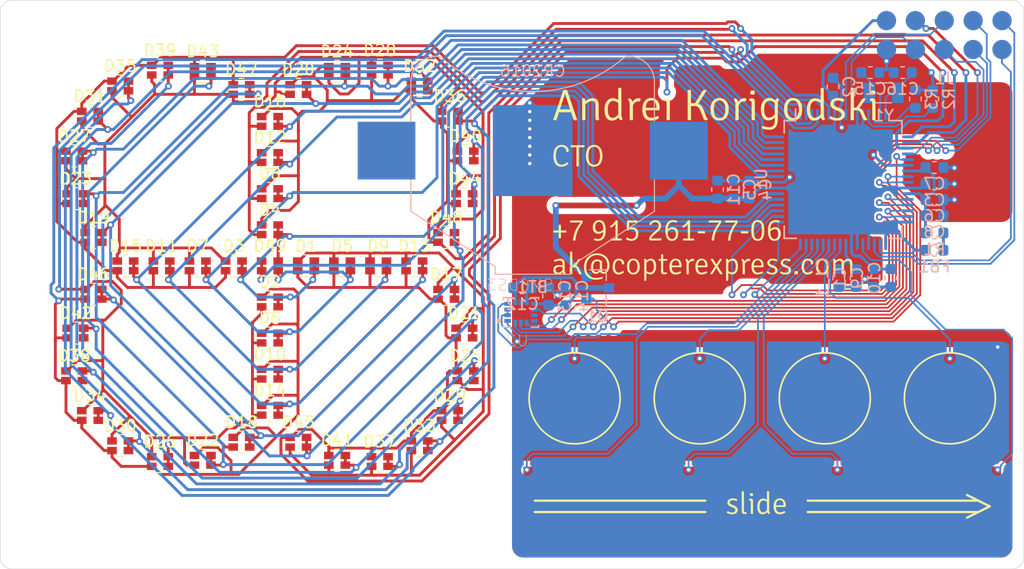
<source format=kicad_pcb>
(kicad_pcb (version 20171130) (host pcbnew 5.0.2+dfsg1-1~bpo9+1)
  (layers (0 F.Cu signal) (31 B.Cu signal) (34 B.Paste user hide) (35 F.Paste user hide) (36 B.SilkS user) (37 F.SilkS user) (38 B.Mask user) (39 F.Mask user) (44 Edge.Cuts user))
  (net 0 "")
  (net 1 LED_K0)
  (net 2 LED_K1)
  (net 3 LED_A0)
  (net 4 LED_K3)
  (net 5 LED_K2)
  (net 6 LED_K4)
  (net 7 LED_K5)
  (net 8 LED_K7)
  (net 9 LED_K6)
  (net 10 LED_K8)
  (net 11 LED_A1)
  (net 12 LED_A2)
  (net 13 LED_A3)
  (net 14 LED_A4)
  (net 15 LED_A5)
  (net 16 LED_A6)
  (net 17 LED_A7)
  (net 18 LED_A8)
  (net 19 VDD)
  (net 20 GND)
  (net 21 N$7)
  (net 22 N$6)
  (net 23 N$13)
  (net 24 N$14)
  (net 25 N$5)
  (net 26 N$19)
  (net 27 N$20)
  (net 28 N$16)
  (net 29 N$15)
  (net 30 N$17)
  (net 31 N$18)
  (net 32 N$12)
  (net 33 N$11)
  (net 34 TOUCH_PAD0)
  (net 35 N$1)
  (net 36 TOUCH_PAD1)
  (net 37 TOUCH_PAD2)
  (net 38 TOUCH_PAD3)
  (net 39 N$21)
  (net 40 N$22)
  (net 41 N$23)
  (net 42 N$8)
  (net 43 N$10)
  (net 44 N$9)
  (net 45 LED_K9)
  (net 46 LED_K10)
  (net 47 LED_K11)
  (net 48 LFXTAL_P)
  (net 49 LFXTAL_N)
  (net 50 IMU_VDD)
  (net 51 N$24)
  (net 52 MCU_AVDD)
  (net 53 N$2)
  (net 54 N$25)
  (module footprints:Text_Slide_Signika_Cu (layer F.Cu) (at 166.5 124.55)
    (fp_text reference svg2mod hide)
    (fp_text value G*** hide)
  )
  (module footprints:TouchPad_D8.0mm (layer F.Cu) (at 183.5 115)
    (fp_text reference TS4 hide)
    (fp_text value TOUCH_PAD)
    (pad 1 smd circle (at 0 0) (size 8 8) (layers F.Cu) (net 38 TOUCH_PAD3))
  )
  (module footprints:TouchPad_D8.0mm (layer F.Cu) (at 172.5 115)
    (fp_text reference TS3 hide)
    (fp_text value TOUCH_PAD)
    (pad 1 smd circle (at 0 0) (size 8 8) (layers F.Cu) (net 37 TOUCH_PAD2))
  )
  (module footprints:TouchPad_D8.0mm (layer F.Cu) (at 161.5 115)
    (fp_text reference TS2 hide)
    (fp_text value TOUCH_PAD)
    (pad 1 smd circle (at 0 0) (size 8 8) (layers F.Cu) (net 36 TOUCH_PAD1))
  )
  (module footprints:TouchPad_D8.0mm (layer F.Cu) (at 150.5 115)
    (fp_text reference TS1 hide)
    (fp_text value TOUCH_PAD)
    (pad 1 smd circle (at 0 0) (size 8 8) (layers F.Cu) (net 34 TOUCH_PAD0))
  )
  (module footprints:BatteryHolder_Keystone_3026_1x2016 (layer B.Cu) (at 146.812 93.218)
    (fp_text reference BT1 (at 0 12) (layer B.SilkS) (effects (justify mirror)))
    (fp_text value Battery_Cell)
    (fp_text user CR2016 (at 0 -7) (layer B.SilkS) (effects (font (thickness 0.125)) (justify mirror)))
    (pad 1 smd rect (at -12.85 0) (size 5.08 5.08) (layers B.Cu B.Paste B.Mask))
    (pad 1 smd rect (at 12.85 0) (size 5.08 5.08) (layers B.Cu B.Paste B.Mask) (net 19 VDD))
    (pad 2 smd rect (at 0 0) (size 7 8) (layers B.Cu B.Mask) (net 20 GND))
  )
  (module footprints:LED_DUAL_0606 (layer F.Cu) (at 123.709 103.351)
    (fp_text reference D49 (at 0 -1.75) (layer F.SilkS))
    (fp_text value LED_Dual_AACC)
    (pad 1 smd rect (at -0.725 -0.425) (size 0.85 0.65) (layers F.Cu F.Paste F.Mask) (net 18 LED_A8))
    (pad 2 smd rect (at -0.725 0.425) (size 0.85 0.65) (layers F.Cu F.Paste F.Mask) (net 18 LED_A8))
    (pad 4 smd rect (at 0.725 0.425) (size 0.85 0.65) (layers F.Cu F.Paste F.Mask) (net 2 LED_K1))
    (pad 3 smd rect (at 0.725 -0.425) (size 0.85 0.65) (layers F.Cu F.Paste F.Mask) (net 1 LED_K0))
  )
  (module footprints:LED_DUAL_0606 (layer F.Cu) (at 139.217852 100.851333)
    (fp_text reference D48 (at 0 -1.75) (layer F.SilkS))
    (fp_text value LED_Dual_AACC)
    (pad 1 smd rect (at -0.725 -0.425) (size 0.85 0.65) (layers F.Cu F.Paste F.Mask) (net 17 LED_A7))
    (pad 2 smd rect (at -0.725 0.425) (size 0.85 0.65) (layers F.Cu F.Paste F.Mask) (net 16 LED_A6))
    (pad 4 smd rect (at 0.725 0.425) (size 0.85 0.65) (layers F.Cu F.Paste F.Mask) (net 47 LED_K11))
    (pad 3 smd rect (at 0.725 -0.425) (size 0.85 0.65) (layers F.Cu F.Paste F.Mask) (net 47 LED_K11))
  )
  (module footprints:LED_DUAL_0606 (layer F.Cu) (at 121.209333 87.842147)
    (fp_text reference D47 (at 0 -1.75) (layer F.SilkS))
    (fp_text value LED_Dual_AACC)
    (pad 1 smd rect (at -0.725 -0.425) (size 0.85 0.65) (layers F.Cu F.Paste F.Mask) (net 15 LED_A5))
    (pad 2 smd rect (at -0.725 0.425) (size 0.85 0.65) (layers F.Cu F.Paste F.Mask) (net 14 LED_A4))
    (pad 4 smd rect (at 0.725 0.425) (size 0.85 0.65) (layers F.Cu F.Paste F.Mask) (net 47 LED_K11))
    (pad 3 smd rect (at 0.725 -0.425) (size 0.85 0.65) (layers F.Cu F.Paste F.Mask) (net 47 LED_K11))
  )
  (module footprints:LED_DUAL_0606 (layer F.Cu) (at 108.200147 105.850666)
    (fp_text reference D46 (at 0 -1.75) (layer F.SilkS))
    (fp_text value LED_Dual_AACC)
    (pad 1 smd rect (at -0.725 -0.425) (size 0.85 0.65) (layers F.Cu F.Paste F.Mask) (net 13 LED_A3))
    (pad 2 smd rect (at -0.725 0.425) (size 0.85 0.65) (layers F.Cu F.Paste F.Mask) (net 12 LED_A2))
    (pad 4 smd rect (at 0.725 0.425) (size 0.85 0.65) (layers F.Cu F.Paste F.Mask) (net 47 LED_K11))
    (pad 3 smd rect (at 0.725 -0.425) (size 0.85 0.65) (layers F.Cu F.Paste F.Mask) (net 47 LED_K11))
  )
  (module footprints:LED_DUAL_0606 (layer F.Cu) (at 126.208666 118.859852)
    (fp_text reference D45 (at 0 -1.75) (layer F.SilkS))
    (fp_text value LED_Dual_AACC)
    (pad 1 smd rect (at -0.725 -0.425) (size 0.85 0.65) (layers F.Cu F.Paste F.Mask) (net 11 LED_A1))
    (pad 2 smd rect (at -0.725 0.425) (size 0.85 0.65) (layers F.Cu F.Paste F.Mask) (net 3 LED_A0))
    (pad 4 smd rect (at 0.725 0.425) (size 0.85 0.65) (layers F.Cu F.Paste F.Mask) (net 47 LED_K11))
    (pad 3 smd rect (at 0.725 -0.425) (size 0.85 0.65) (layers F.Cu F.Paste F.Mask) (net 47 LED_K11))
  )
  (module footprints:LED_DUAL_0606 (layer F.Cu) (at 140.806919 97.443568)
    (fp_text reference D44 (at 0 -1.75) (layer F.SilkS))
    (fp_text value LED_Dual_AACC)
    (pad 1 smd rect (at -0.725 -0.425) (size 0.85 0.65) (layers F.Cu F.Paste F.Mask) (net 17 LED_A7))
    (pad 2 smd rect (at -0.725 0.425) (size 0.85 0.65) (layers F.Cu F.Paste F.Mask) (net 16 LED_A6))
    (pad 4 smd rect (at 0.725 0.425) (size 0.85 0.65) (layers F.Cu F.Paste F.Mask) (net 46 LED_K10))
    (pad 3 smd rect (at 0.725 -0.425) (size 0.85 0.65) (layers F.Cu F.Paste F.Mask) (net 46 LED_K10))
  )
  (module footprints:LED_DUAL_0606 (layer F.Cu) (at 117.801568 86.25308)
    (fp_text reference D43 (at 0 -1.75) (layer F.SilkS))
    (fp_text value LED_Dual_AACC)
    (pad 1 smd rect (at -0.725 -0.425) (size 0.85 0.65) (layers F.Cu F.Paste F.Mask) (net 15 LED_A5))
    (pad 2 smd rect (at -0.725 0.425) (size 0.85 0.65) (layers F.Cu F.Paste F.Mask) (net 14 LED_A4))
    (pad 4 smd rect (at 0.725 0.425) (size 0.85 0.65) (layers F.Cu F.Paste F.Mask) (net 46 LED_K10))
    (pad 3 smd rect (at 0.725 -0.425) (size 0.85 0.65) (layers F.Cu F.Paste F.Mask) (net 46 LED_K10))
  )
  (module footprints:LED_DUAL_0606 (layer F.Cu) (at 106.61108 109.258431)
    (fp_text reference D42 (at 0 -1.75) (layer F.SilkS))
    (fp_text value LED_Dual_AACC)
    (pad 1 smd rect (at -0.725 -0.425) (size 0.85 0.65) (layers F.Cu F.Paste F.Mask) (net 13 LED_A3))
    (pad 2 smd rect (at -0.725 0.425) (size 0.85 0.65) (layers F.Cu F.Paste F.Mask) (net 12 LED_A2))
    (pad 4 smd rect (at 0.725 0.425) (size 0.85 0.65) (layers F.Cu F.Paste F.Mask) (net 46 LED_K10))
    (pad 3 smd rect (at 0.725 -0.425) (size 0.85 0.65) (layers F.Cu F.Paste F.Mask) (net 46 LED_K10))
  )
  (module footprints:LED_DUAL_0606 (layer F.Cu) (at 129.616431 120.448919)
    (fp_text reference D41 (at 0 -1.75) (layer F.SilkS))
    (fp_text value LED_Dual_AACC)
    (pad 1 smd rect (at -0.725 -0.425) (size 0.85 0.65) (layers F.Cu F.Paste F.Mask) (net 11 LED_A1))
    (pad 2 smd rect (at -0.725 0.425) (size 0.85 0.65) (layers F.Cu F.Paste F.Mask) (net 3 LED_A0))
    (pad 4 smd rect (at 0.725 0.425) (size 0.85 0.65) (layers F.Cu F.Paste F.Mask) (net 46 LED_K10))
    (pad 3 smd rect (at 0.725 -0.425) (size 0.85 0.65) (layers F.Cu F.Paste F.Mask) (net 46 LED_K10))
  )
  (module footprints:LED_DUAL_0606 (layer F.Cu) (at 140.916279 93.685107)
    (fp_text reference D40 (at 0 -1.75) (layer F.SilkS))
    (fp_text value LED_Dual_AACC)
    (pad 1 smd rect (at -0.725 -0.425) (size 0.85 0.65) (layers F.Cu F.Paste F.Mask) (net 17 LED_A7))
    (pad 2 smd rect (at -0.725 0.425) (size 0.85 0.65) (layers F.Cu F.Paste F.Mask) (net 16 LED_A6))
    (pad 4 smd rect (at 0.725 0.425) (size 0.85 0.65) (layers F.Cu F.Paste F.Mask) (net 45 LED_K9))
    (pad 3 smd rect (at 0.725 -0.425) (size 0.85 0.65) (layers F.Cu F.Paste F.Mask) (net 45 LED_K9))
  )
  (module footprints:LED_DUAL_0606 (layer F.Cu) (at 114.043107 86.14372)
    (fp_text reference D39 (at 0 -1.75) (layer F.SilkS))
    (fp_text value LED_Dual_AACC)
    (pad 1 smd rect (at -0.725 -0.425) (size 0.85 0.65) (layers F.Cu F.Paste F.Mask) (net 15 LED_A5))
    (pad 2 smd rect (at -0.725 0.425) (size 0.85 0.65) (layers F.Cu F.Paste F.Mask) (net 14 LED_A4))
    (pad 4 smd rect (at 0.725 0.425) (size 0.85 0.65) (layers F.Cu F.Paste F.Mask) (net 45 LED_K9))
    (pad 3 smd rect (at 0.725 -0.425) (size 0.85 0.65) (layers F.Cu F.Paste F.Mask) (net 45 LED_K9))
  )
  (module footprints:LED_DUAL_0606 (layer F.Cu) (at 106.50172 113.016892)
    (fp_text reference D38 (at 0 -1.75) (layer F.SilkS))
    (fp_text value LED_Dual_AACC)
    (pad 1 smd rect (at -0.725 -0.425) (size 0.85 0.65) (layers F.Cu F.Paste F.Mask) (net 13 LED_A3))
    (pad 2 smd rect (at -0.725 0.425) (size 0.85 0.65) (layers F.Cu F.Paste F.Mask) (net 12 LED_A2))
    (pad 4 smd rect (at 0.725 0.425) (size 0.85 0.65) (layers F.Cu F.Paste F.Mask) (net 45 LED_K9))
    (pad 3 smd rect (at 0.725 -0.425) (size 0.85 0.65) (layers F.Cu F.Paste F.Mask) (net 45 LED_K9))
  )
  (module footprints:LED_DUAL_0606 (layer F.Cu) (at 133.374892 120.558279)
    (fp_text reference D37 (at 0 -1.75) (layer F.SilkS))
    (fp_text value LED_Dual_AACC)
    (pad 1 smd rect (at -0.725 -0.425) (size 0.85 0.65) (layers F.Cu F.Paste F.Mask) (net 11 LED_A1))
    (pad 2 smd rect (at -0.725 0.425) (size 0.85 0.65) (layers F.Cu F.Paste F.Mask) (net 3 LED_A0))
    (pad 4 smd rect (at 0.725 0.425) (size 0.85 0.65) (layers F.Cu F.Paste F.Mask) (net 45 LED_K9))
    (pad 3 smd rect (at 0.725 -0.425) (size 0.85 0.65) (layers F.Cu F.Paste F.Mask) (net 45 LED_K9))
  )
  (module footprints:LED_DUAL_0606 (layer F.Cu) (at 139.528045 90.190712)
    (fp_text reference D36 (at 0 -1.75) (layer F.SilkS))
    (fp_text value LED_Dual_AACC)
    (pad 1 smd rect (at -0.725 -0.425) (size 0.85 0.65) (layers F.Cu F.Paste F.Mask) (net 17 LED_A7))
    (pad 2 smd rect (at -0.725 0.425) (size 0.85 0.65) (layers F.Cu F.Paste F.Mask) (net 16 LED_A6))
    (pad 4 smd rect (at 0.725 0.425) (size 0.85 0.65) (layers F.Cu F.Paste F.Mask) (net 10 LED_K8))
    (pad 3 smd rect (at 0.725 -0.425) (size 0.85 0.65) (layers F.Cu F.Paste F.Mask) (net 10 LED_K8))
  )
  (module footprints:LED_DUAL_0606 (layer F.Cu) (at 110.548712 87.531954)
    (fp_text reference D35 (at 0 -1.75) (layer F.SilkS))
    (fp_text value LED_Dual_AACC)
    (pad 1 smd rect (at -0.725 -0.425) (size 0.85 0.65) (layers F.Cu F.Paste F.Mask) (net 15 LED_A5))
    (pad 2 smd rect (at -0.725 0.425) (size 0.85 0.65) (layers F.Cu F.Paste F.Mask) (net 14 LED_A4))
    (pad 4 smd rect (at 0.725 0.425) (size 0.85 0.65) (layers F.Cu F.Paste F.Mask) (net 10 LED_K8))
    (pad 3 smd rect (at 0.725 -0.425) (size 0.85 0.65) (layers F.Cu F.Paste F.Mask) (net 10 LED_K8))
  )
  (module footprints:LED_DUAL_0606 (layer F.Cu) (at 107.889954 116.511287)
    (fp_text reference D34 (at 0 -1.75) (layer F.SilkS))
    (fp_text value LED_Dual_AACC)
    (pad 1 smd rect (at -0.725 -0.425) (size 0.85 0.65) (layers F.Cu F.Paste F.Mask) (net 13 LED_A3))
    (pad 2 smd rect (at -0.725 0.425) (size 0.85 0.65) (layers F.Cu F.Paste F.Mask) (net 12 LED_A2))
    (pad 4 smd rect (at 0.725 0.425) (size 0.85 0.65) (layers F.Cu F.Paste F.Mask) (net 10 LED_K8))
    (pad 3 smd rect (at 0.725 -0.425) (size 0.85 0.65) (layers F.Cu F.Paste F.Mask) (net 10 LED_K8))
  )
  (module footprints:LED_DUAL_0606 (layer F.Cu) (at 136.869287 119.170045)
    (fp_text reference D33 (at 0 -1.75) (layer F.SilkS))
    (fp_text value LED_Dual_AACC)
    (pad 1 smd rect (at -0.725 -0.425) (size 0.85 0.65) (layers F.Cu F.Paste F.Mask) (net 11 LED_A1))
    (pad 2 smd rect (at -0.725 0.425) (size 0.85 0.65) (layers F.Cu F.Paste F.Mask) (net 3 LED_A0))
    (pad 4 smd rect (at 0.725 0.425) (size 0.85 0.65) (layers F.Cu F.Paste F.Mask) (net 10 LED_K8))
    (pad 3 smd rect (at 0.725 -0.425) (size 0.85 0.65) (layers F.Cu F.Paste F.Mask) (net 10 LED_K8))
  )
  (module footprints:LED_DUAL_0606 (layer F.Cu) (at 136.869287 87.531954)
    (fp_text reference D32 (at 0 -1.75) (layer F.SilkS))
    (fp_text value LED_Dual_AACC)
    (pad 1 smd rect (at -0.725 -0.425) (size 0.85 0.65) (layers F.Cu F.Paste F.Mask) (net 17 LED_A7))
    (pad 2 smd rect (at -0.725 0.425) (size 0.85 0.65) (layers F.Cu F.Paste F.Mask) (net 16 LED_A6))
    (pad 4 smd rect (at 0.725 0.425) (size 0.85 0.65) (layers F.Cu F.Paste F.Mask) (net 8 LED_K7))
    (pad 3 smd rect (at 0.725 -0.425) (size 0.85 0.65) (layers F.Cu F.Paste F.Mask) (net 8 LED_K7))
  )
  (module footprints:LED_DUAL_0606 (layer F.Cu) (at 107.889954 90.190712)
    (fp_text reference D31 (at 0 -1.75) (layer F.SilkS))
    (fp_text value LED_Dual_AACC)
    (pad 1 smd rect (at -0.725 -0.425) (size 0.85 0.65) (layers F.Cu F.Paste F.Mask) (net 15 LED_A5))
    (pad 2 smd rect (at -0.725 0.425) (size 0.85 0.65) (layers F.Cu F.Paste F.Mask) (net 14 LED_A4))
    (pad 4 smd rect (at 0.725 0.425) (size 0.85 0.65) (layers F.Cu F.Paste F.Mask) (net 8 LED_K7))
    (pad 3 smd rect (at 0.725 -0.425) (size 0.85 0.65) (layers F.Cu F.Paste F.Mask) (net 8 LED_K7))
  )
  (module footprints:LED_DUAL_0606 (layer F.Cu) (at 110.548712 119.170045)
    (fp_text reference D30 (at 0 -1.75) (layer F.SilkS))
    (fp_text value LED_Dual_AACC)
    (pad 1 smd rect (at -0.725 -0.425) (size 0.85 0.65) (layers F.Cu F.Paste F.Mask) (net 13 LED_A3))
    (pad 2 smd rect (at -0.725 0.425) (size 0.85 0.65) (layers F.Cu F.Paste F.Mask) (net 12 LED_A2))
    (pad 4 smd rect (at 0.725 0.425) (size 0.85 0.65) (layers F.Cu F.Paste F.Mask) (net 8 LED_K7))
    (pad 3 smd rect (at 0.725 -0.425) (size 0.85 0.65) (layers F.Cu F.Paste F.Mask) (net 8 LED_K7))
  )
  (module footprints:LED_DUAL_0606 (layer F.Cu) (at 139.528045 116.511287)
    (fp_text reference D29 (at 0 -1.75) (layer F.SilkS))
    (fp_text value LED_Dual_AACC)
    (pad 1 smd rect (at -0.725 -0.425) (size 0.85 0.65) (layers F.Cu F.Paste F.Mask) (net 11 LED_A1))
    (pad 2 smd rect (at -0.725 0.425) (size 0.85 0.65) (layers F.Cu F.Paste F.Mask) (net 3 LED_A0))
    (pad 4 smd rect (at 0.725 0.425) (size 0.85 0.65) (layers F.Cu F.Paste F.Mask) (net 8 LED_K7))
    (pad 3 smd rect (at 0.725 -0.425) (size 0.85 0.65) (layers F.Cu F.Paste F.Mask) (net 8 LED_K7))
  )
  (module footprints:LED_DUAL_0606 (layer F.Cu) (at 133.374892 86.14372)
    (fp_text reference D28 (at 0 -1.75) (layer F.SilkS))
    (fp_text value LED_Dual_AACC)
    (pad 1 smd rect (at -0.725 -0.425) (size 0.85 0.65) (layers F.Cu F.Paste F.Mask) (net 17 LED_A7))
    (pad 2 smd rect (at -0.725 0.425) (size 0.85 0.65) (layers F.Cu F.Paste F.Mask) (net 16 LED_A6))
    (pad 4 smd rect (at 0.725 0.425) (size 0.85 0.65) (layers F.Cu F.Paste F.Mask) (net 9 LED_K6))
    (pad 3 smd rect (at 0.725 -0.425) (size 0.85 0.65) (layers F.Cu F.Paste F.Mask) (net 9 LED_K6))
  )
  (module footprints:LED_DUAL_0606 (layer F.Cu) (at 106.50172 93.685107)
    (fp_text reference D27 (at 0 -1.75) (layer F.SilkS))
    (fp_text value LED_Dual_AACC)
    (pad 1 smd rect (at -0.725 -0.425) (size 0.85 0.65) (layers F.Cu F.Paste F.Mask) (net 15 LED_A5))
    (pad 2 smd rect (at -0.725 0.425) (size 0.85 0.65) (layers F.Cu F.Paste F.Mask) (net 14 LED_A4))
    (pad 4 smd rect (at 0.725 0.425) (size 0.85 0.65) (layers F.Cu F.Paste F.Mask) (net 9 LED_K6))
    (pad 3 smd rect (at 0.725 -0.425) (size 0.85 0.65) (layers F.Cu F.Paste F.Mask) (net 9 LED_K6))
  )
  (module footprints:LED_DUAL_0606 (layer F.Cu) (at 114.043107 120.558279)
    (fp_text reference D26 (at 0 -1.75) (layer F.SilkS))
    (fp_text value LED_Dual_AACC)
    (pad 1 smd rect (at -0.725 -0.425) (size 0.85 0.65) (layers F.Cu F.Paste F.Mask) (net 13 LED_A3))
    (pad 2 smd rect (at -0.725 0.425) (size 0.85 0.65) (layers F.Cu F.Paste F.Mask) (net 12 LED_A2))
    (pad 4 smd rect (at 0.725 0.425) (size 0.85 0.65) (layers F.Cu F.Paste F.Mask) (net 9 LED_K6))
    (pad 3 smd rect (at 0.725 -0.425) (size 0.85 0.65) (layers F.Cu F.Paste F.Mask) (net 9 LED_K6))
  )
  (module footprints:LED_DUAL_0606 (layer F.Cu) (at 140.916279 113.016892)
    (fp_text reference D25 (at 0 -1.75) (layer F.SilkS))
    (fp_text value LED_Dual_AACC)
    (pad 1 smd rect (at -0.725 -0.425) (size 0.85 0.65) (layers F.Cu F.Paste F.Mask) (net 11 LED_A1))
    (pad 2 smd rect (at -0.725 0.425) (size 0.85 0.65) (layers F.Cu F.Paste F.Mask) (net 3 LED_A0))
    (pad 4 smd rect (at 0.725 0.425) (size 0.85 0.65) (layers F.Cu F.Paste F.Mask) (net 9 LED_K6))
    (pad 3 smd rect (at 0.725 -0.425) (size 0.85 0.65) (layers F.Cu F.Paste F.Mask) (net 9 LED_K6))
  )
  (module footprints:LED_DUAL_0606 (layer F.Cu) (at 129.616431 86.25308)
    (fp_text reference D24 (at 0 -1.75) (layer F.SilkS))
    (fp_text value LED_Dual_AACC)
    (pad 1 smd rect (at -0.725 -0.425) (size 0.85 0.65) (layers F.Cu F.Paste F.Mask) (net 16 LED_A6))
    (pad 2 smd rect (at -0.725 0.425) (size 0.85 0.65) (layers F.Cu F.Paste F.Mask) (net 17 LED_A7))
    (pad 4 smd rect (at 0.725 0.425) (size 0.85 0.65) (layers F.Cu F.Paste F.Mask) (net 7 LED_K5))
    (pad 3 smd rect (at 0.725 -0.425) (size 0.85 0.65) (layers F.Cu F.Paste F.Mask) (net 7 LED_K5))
  )
  (module footprints:LED_DUAL_0606 (layer F.Cu) (at 106.61108 97.443568)
    (fp_text reference D23 (at 0 -1.75) (layer F.SilkS))
    (fp_text value LED_Dual_AACC)
    (pad 1 smd rect (at -0.725 -0.425) (size 0.85 0.65) (layers F.Cu F.Paste F.Mask) (net 14 LED_A4))
    (pad 2 smd rect (at -0.725 0.425) (size 0.85 0.65) (layers F.Cu F.Paste F.Mask) (net 15 LED_A5))
    (pad 4 smd rect (at 0.725 0.425) (size 0.85 0.65) (layers F.Cu F.Paste F.Mask) (net 7 LED_K5))
    (pad 3 smd rect (at 0.725 -0.425) (size 0.85 0.65) (layers F.Cu F.Paste F.Mask) (net 7 LED_K5))
  )
  (module footprints:LED_DUAL_0606 (layer F.Cu) (at 117.801568 120.448919)
    (fp_text reference D22 (at 0 -1.75) (layer F.SilkS))
    (fp_text value LED_Dual_AACC)
    (pad 1 smd rect (at -0.725 -0.425) (size 0.85 0.65) (layers F.Cu F.Paste F.Mask) (net 12 LED_A2))
    (pad 2 smd rect (at -0.725 0.425) (size 0.85 0.65) (layers F.Cu F.Paste F.Mask) (net 13 LED_A3))
    (pad 4 smd rect (at 0.725 0.425) (size 0.85 0.65) (layers F.Cu F.Paste F.Mask) (net 7 LED_K5))
    (pad 3 smd rect (at 0.725 -0.425) (size 0.85 0.65) (layers F.Cu F.Paste F.Mask) (net 7 LED_K5))
  )
  (module footprints:LED_DUAL_0606 (layer F.Cu) (at 140.806919 109.258431)
    (fp_text reference D21 (at 0 -1.75) (layer F.SilkS))
    (fp_text value LED_Dual_AACC)
    (pad 1 smd rect (at -0.725 -0.425) (size 0.85 0.65) (layers F.Cu F.Paste F.Mask) (net 3 LED_A0))
    (pad 2 smd rect (at -0.725 0.425) (size 0.85 0.65) (layers F.Cu F.Paste F.Mask) (net 11 LED_A1))
    (pad 4 smd rect (at 0.725 0.425) (size 0.85 0.65) (layers F.Cu F.Paste F.Mask) (net 7 LED_K5))
    (pad 3 smd rect (at 0.725 -0.425) (size 0.85 0.65) (layers F.Cu F.Paste F.Mask) (net 7 LED_K5))
  )
  (module footprints:LED_DUAL_0606 (layer F.Cu) (at 126.208666 87.842147)
    (fp_text reference D20 (at 0 -1.75) (layer F.SilkS))
    (fp_text value LED_Dual_AACC)
    (pad 1 smd rect (at -0.725 -0.425) (size 0.85 0.65) (layers F.Cu F.Paste F.Mask) (net 16 LED_A6))
    (pad 2 smd rect (at -0.725 0.425) (size 0.85 0.65) (layers F.Cu F.Paste F.Mask) (net 17 LED_A7))
    (pad 4 smd rect (at 0.725 0.425) (size 0.85 0.65) (layers F.Cu F.Paste F.Mask) (net 6 LED_K4))
    (pad 3 smd rect (at 0.725 -0.425) (size 0.85 0.65) (layers F.Cu F.Paste F.Mask) (net 6 LED_K4))
  )
  (module footprints:LED_DUAL_0606 (layer F.Cu) (at 108.200147 100.851333)
    (fp_text reference D19 (at 0 -1.75) (layer F.SilkS))
    (fp_text value LED_Dual_AACC)
    (pad 1 smd rect (at -0.725 -0.425) (size 0.85 0.65) (layers F.Cu F.Paste F.Mask) (net 14 LED_A4))
    (pad 2 smd rect (at -0.725 0.425) (size 0.85 0.65) (layers F.Cu F.Paste F.Mask) (net 15 LED_A5))
    (pad 4 smd rect (at 0.725 0.425) (size 0.85 0.65) (layers F.Cu F.Paste F.Mask) (net 6 LED_K4))
    (pad 3 smd rect (at 0.725 -0.425) (size 0.85 0.65) (layers F.Cu F.Paste F.Mask) (net 6 LED_K4))
  )
  (module footprints:LED_DUAL_0606 (layer F.Cu) (at 121.209333 118.859852)
    (fp_text reference D18 (at 0 -1.75) (layer F.SilkS))
    (fp_text value LED_Dual_AACC)
    (pad 1 smd rect (at -0.725 -0.425) (size 0.85 0.65) (layers F.Cu F.Paste F.Mask) (net 12 LED_A2))
    (pad 2 smd rect (at -0.725 0.425) (size 0.85 0.65) (layers F.Cu F.Paste F.Mask) (net 13 LED_A3))
    (pad 4 smd rect (at 0.725 0.425) (size 0.85 0.65) (layers F.Cu F.Paste F.Mask) (net 6 LED_K4))
    (pad 3 smd rect (at 0.725 -0.425) (size 0.85 0.65) (layers F.Cu F.Paste F.Mask) (net 6 LED_K4))
  )
  (module footprints:LED_DUAL_0606 (layer F.Cu) (at 139.217852 105.850666)
    (fp_text reference D17 (at 0 -1.75) (layer F.SilkS))
    (fp_text value LED_Dual_AACC)
    (pad 1 smd rect (at -0.725 -0.425) (size 0.85 0.65) (layers F.Cu F.Paste F.Mask) (net 3 LED_A0))
    (pad 2 smd rect (at -0.725 0.425) (size 0.85 0.65) (layers F.Cu F.Paste F.Mask) (net 11 LED_A1))
    (pad 4 smd rect (at 0.725 0.425) (size 0.85 0.65) (layers F.Cu F.Paste F.Mask) (net 6 LED_K4))
    (pad 3 smd rect (at 0.725 -0.425) (size 0.85 0.65) (layers F.Cu F.Paste F.Mask) (net 6 LED_K4))
  )
  (module footprints:LED_DUAL_0606 (layer F.Cu) (at 123.709 90.651)
    (fp_text reference D16 (at 0 -1.75) (layer F.SilkS))
    (fp_text value LED_Dual_AACC)
    (pad 1 smd rect (at -0.725 -0.425) (size 0.85 0.65) (layers F.Cu F.Paste F.Mask) (net 16 LED_A6))
    (pad 2 smd rect (at -0.725 0.425) (size 0.85 0.65) (layers F.Cu F.Paste F.Mask) (net 17 LED_A7))
    (pad 4 smd rect (at 0.725 0.425) (size 0.85 0.65) (layers F.Cu F.Paste F.Mask) (net 4 LED_K3))
    (pad 3 smd rect (at 0.725 -0.425) (size 0.85 0.65) (layers F.Cu F.Paste F.Mask) (net 4 LED_K3))
  )
  (module footprints:LED_DUAL_0606 (layer F.Cu) (at 111.009 103.351)
    (fp_text reference D15 (at 0 -1.75) (layer F.SilkS))
    (fp_text value LED_Dual_AACC)
    (pad 1 smd rect (at -0.725 -0.425) (size 0.85 0.65) (layers F.Cu F.Paste F.Mask) (net 14 LED_A4))
    (pad 2 smd rect (at -0.725 0.425) (size 0.85 0.65) (layers F.Cu F.Paste F.Mask) (net 15 LED_A5))
    (pad 4 smd rect (at 0.725 0.425) (size 0.85 0.65) (layers F.Cu F.Paste F.Mask) (net 4 LED_K3))
    (pad 3 smd rect (at 0.725 -0.425) (size 0.85 0.65) (layers F.Cu F.Paste F.Mask) (net 4 LED_K3))
  )
  (module footprints:LED_DUAL_0606 (layer F.Cu) (at 123.709 116.051)
    (fp_text reference D14 (at 0 -1.75) (layer F.SilkS))
    (fp_text value LED_Dual_AACC)
    (pad 1 smd rect (at -0.725 -0.425) (size 0.85 0.65) (layers F.Cu F.Paste F.Mask) (net 12 LED_A2))
    (pad 2 smd rect (at -0.725 0.425) (size 0.85 0.65) (layers F.Cu F.Paste F.Mask) (net 13 LED_A3))
    (pad 4 smd rect (at 0.725 0.425) (size 0.85 0.65) (layers F.Cu F.Paste F.Mask) (net 4 LED_K3))
    (pad 3 smd rect (at 0.725 -0.425) (size 0.85 0.65) (layers F.Cu F.Paste F.Mask) (net 4 LED_K3))
  )
  (module footprints:LED_DUAL_0606 (layer F.Cu) (at 136.409 103.351)
    (fp_text reference D13 (at 0 -1.75) (layer F.SilkS))
    (fp_text value LED_Dual_AACC)
    (pad 1 smd rect (at -0.725 -0.425) (size 0.85 0.65) (layers F.Cu F.Paste F.Mask) (net 3 LED_A0))
    (pad 2 smd rect (at -0.725 0.425) (size 0.85 0.65) (layers F.Cu F.Paste F.Mask) (net 11 LED_A1))
    (pad 4 smd rect (at 0.725 0.425) (size 0.85 0.65) (layers F.Cu F.Paste F.Mask) (net 4 LED_K3))
    (pad 3 smd rect (at 0.725 -0.425) (size 0.85 0.65) (layers F.Cu F.Paste F.Mask) (net 4 LED_K3))
  )
  (module footprints:LED_DUAL_0606 (layer F.Cu) (at 123.709 93.826)
    (fp_text reference D12 (at 0 -1.75) (layer F.SilkS))
    (fp_text value LED_Dual_AACC)
    (pad 1 smd rect (at -0.725 -0.425) (size 0.85 0.65) (layers F.Cu F.Paste F.Mask) (net 16 LED_A6))
    (pad 2 smd rect (at -0.725 0.425) (size 0.85 0.65) (layers F.Cu F.Paste F.Mask) (net 17 LED_A7))
    (pad 4 smd rect (at 0.725 0.425) (size 0.85 0.65) (layers F.Cu F.Paste F.Mask) (net 5 LED_K2))
    (pad 3 smd rect (at 0.725 -0.425) (size 0.85 0.65) (layers F.Cu F.Paste F.Mask) (net 5 LED_K2))
  )
  (module footprints:LED_DUAL_0606 (layer F.Cu) (at 114.184 103.351)
    (fp_text reference D11 (at 0 -1.75) (layer F.SilkS))
    (fp_text value LED_Dual_AACC)
    (pad 1 smd rect (at -0.725 -0.425) (size 0.85 0.65) (layers F.Cu F.Paste F.Mask) (net 14 LED_A4))
    (pad 2 smd rect (at -0.725 0.425) (size 0.85 0.65) (layers F.Cu F.Paste F.Mask) (net 15 LED_A5))
    (pad 4 smd rect (at 0.725 0.425) (size 0.85 0.65) (layers F.Cu F.Paste F.Mask) (net 5 LED_K2))
    (pad 3 smd rect (at 0.725 -0.425) (size 0.85 0.65) (layers F.Cu F.Paste F.Mask) (net 5 LED_K2))
  )
  (module footprints:LED_DUAL_0606 (layer F.Cu) (at 123.709 112.875999)
    (fp_text reference D10 (at 0 -1.75) (layer F.SilkS))
    (fp_text value LED_Dual_AACC)
    (pad 1 smd rect (at -0.725 -0.425) (size 0.85 0.65) (layers F.Cu F.Paste F.Mask) (net 12 LED_A2))
    (pad 2 smd rect (at -0.725 0.425) (size 0.85 0.65) (layers F.Cu F.Paste F.Mask) (net 13 LED_A3))
    (pad 4 smd rect (at 0.725 0.425) (size 0.85 0.65) (layers F.Cu F.Paste F.Mask) (net 5 LED_K2))
    (pad 3 smd rect (at 0.725 -0.425) (size 0.85 0.65) (layers F.Cu F.Paste F.Mask) (net 5 LED_K2))
  )
  (module footprints:LED_DUAL_0606 (layer F.Cu) (at 133.234 103.351)
    (fp_text reference D9 (at 0 -1.75) (layer F.SilkS))
    (fp_text value LED_Dual_AACC)
    (pad 1 smd rect (at -0.725 -0.425) (size 0.85 0.65) (layers F.Cu F.Paste F.Mask) (net 3 LED_A0))
    (pad 2 smd rect (at -0.725 0.425) (size 0.85 0.65) (layers F.Cu F.Paste F.Mask) (net 11 LED_A1))
    (pad 4 smd rect (at 0.725 0.425) (size 0.85 0.65) (layers F.Cu F.Paste F.Mask) (net 5 LED_K2))
    (pad 3 smd rect (at 0.725 -0.425) (size 0.85 0.65) (layers F.Cu F.Paste F.Mask) (net 5 LED_K2))
  )
  (module footprints:LED_DUAL_0606 (layer F.Cu) (at 123.709 97.001)
    (fp_text reference D8 (at 0 -1.75) (layer F.SilkS))
    (fp_text value LED_Dual_AACC)
    (pad 1 smd rect (at -0.725 -0.425) (size 0.85 0.65) (layers F.Cu F.Paste F.Mask) (net 16 LED_A6))
    (pad 2 smd rect (at -0.725 0.425) (size 0.85 0.65) (layers F.Cu F.Paste F.Mask) (net 17 LED_A7))
    (pad 4 smd rect (at 0.725 0.425) (size 0.85 0.65) (layers F.Cu F.Paste F.Mask) (net 2 LED_K1))
    (pad 3 smd rect (at 0.725 -0.425) (size 0.85 0.65) (layers F.Cu F.Paste F.Mask) (net 2 LED_K1))
  )
  (module footprints:LED_DUAL_0606 (layer F.Cu) (at 117.359 103.351)
    (fp_text reference D7 (at 0 -1.75) (layer F.SilkS))
    (fp_text value LED_Dual_AACC)
    (pad 1 smd rect (at -0.725 -0.425) (size 0.85 0.65) (layers F.Cu F.Paste F.Mask) (net 14 LED_A4))
    (pad 2 smd rect (at -0.725 0.425) (size 0.85 0.65) (layers F.Cu F.Paste F.Mask) (net 15 LED_A5))
    (pad 4 smd rect (at 0.725 0.425) (size 0.85 0.65) (layers F.Cu F.Paste F.Mask) (net 2 LED_K1))
    (pad 3 smd rect (at 0.725 -0.425) (size 0.85 0.65) (layers F.Cu F.Paste F.Mask) (net 2 LED_K1))
  )
  (module footprints:LED_DUAL_0606 (layer F.Cu) (at 123.709 109.701)
    (fp_text reference D6 (at 0 -1.75) (layer F.SilkS))
    (fp_text value LED_Dual_AACC)
    (pad 1 smd rect (at -0.725 -0.425) (size 0.85 0.65) (layers F.Cu F.Paste F.Mask) (net 12 LED_A2))
    (pad 2 smd rect (at -0.725 0.425) (size 0.85 0.65) (layers F.Cu F.Paste F.Mask) (net 13 LED_A3))
    (pad 4 smd rect (at 0.725 0.425) (size 0.85 0.65) (layers F.Cu F.Paste F.Mask) (net 2 LED_K1))
    (pad 3 smd rect (at 0.725 -0.425) (size 0.85 0.65) (layers F.Cu F.Paste F.Mask) (net 2 LED_K1))
  )
  (module footprints:LED_DUAL_0606 (layer F.Cu) (at 130.059 103.351)
    (fp_text reference D5 (at 0 -1.75) (layer F.SilkS))
    (fp_text value LED_Dual_AACC)
    (pad 1 smd rect (at -0.725 -0.425) (size 0.85 0.65) (layers F.Cu F.Paste F.Mask) (net 3 LED_A0))
    (pad 2 smd rect (at -0.725 0.425) (size 0.85 0.65) (layers F.Cu F.Paste F.Mask) (net 11 LED_A1))
    (pad 4 smd rect (at 0.725 0.425) (size 0.85 0.65) (layers F.Cu F.Paste F.Mask) (net 2 LED_K1))
    (pad 3 smd rect (at 0.725 -0.425) (size 0.85 0.65) (layers F.Cu F.Paste F.Mask) (net 2 LED_K1))
  )
  (module footprints:LED_DUAL_0606 (layer F.Cu) (at 123.709 100.176)
    (fp_text reference D4 (at 0 -1.75) (layer F.SilkS))
    (fp_text value LED_Dual_AACC)
    (pad 1 smd rect (at -0.725 -0.425) (size 0.85 0.65) (layers F.Cu F.Paste F.Mask) (net 16 LED_A6))
    (pad 2 smd rect (at -0.725 0.425) (size 0.85 0.65) (layers F.Cu F.Paste F.Mask) (net 17 LED_A7))
    (pad 4 smd rect (at 0.725 0.425) (size 0.85 0.65) (layers F.Cu F.Paste F.Mask) (net 1 LED_K0))
    (pad 3 smd rect (at 0.725 -0.425) (size 0.85 0.65) (layers F.Cu F.Paste F.Mask) (net 1 LED_K0))
  )
  (module footprints:LED_DUAL_0606 (layer F.Cu) (at 120.534 103.351)
    (fp_text reference D3 (at 0 -1.75) (layer F.SilkS))
    (fp_text value LED_Dual_AACC)
    (pad 1 smd rect (at -0.725 -0.425) (size 0.85 0.65) (layers F.Cu F.Paste F.Mask) (net 14 LED_A4))
    (pad 2 smd rect (at -0.725 0.425) (size 0.85 0.65) (layers F.Cu F.Paste F.Mask) (net 15 LED_A5))
    (pad 4 smd rect (at 0.725 0.425) (size 0.85 0.65) (layers F.Cu F.Paste F.Mask) (net 1 LED_K0))
    (pad 3 smd rect (at 0.725 -0.425) (size 0.85 0.65) (layers F.Cu F.Paste F.Mask) (net 1 LED_K0))
  )
  (module footprints:LED_DUAL_0606 (layer F.Cu) (at 123.709 106.526)
    (fp_text reference D2 (at 0 -1.75) (layer F.SilkS))
    (fp_text value LED_Dual_AACC)
    (pad 1 smd rect (at -0.725 -0.425) (size 0.85 0.65) (layers F.Cu F.Paste F.Mask) (net 12 LED_A2))
    (pad 2 smd rect (at -0.725 0.425) (size 0.85 0.65) (layers F.Cu F.Paste F.Mask) (net 13 LED_A3))
    (pad 4 smd rect (at 0.725 0.425) (size 0.85 0.65) (layers F.Cu F.Paste F.Mask) (net 1 LED_K0))
    (pad 3 smd rect (at 0.725 -0.425) (size 0.85 0.65) (layers F.Cu F.Paste F.Mask) (net 1 LED_K0))
  )
  (module footprints:LED_DUAL_0606 (layer F.Cu) (at 126.884 103.351)
    (fp_text reference D1 (at 0 -1.75) (layer F.SilkS))
    (fp_text value LED_Dual_AACC)
    (pad 1 smd rect (at -0.725 -0.425) (size 0.85 0.65) (layers F.Cu F.Paste F.Mask) (net 3 LED_A0))
    (pad 2 smd rect (at -0.725 0.425) (size 0.85 0.65) (layers F.Cu F.Paste F.Mask) (net 11 LED_A1))
    (pad 4 smd rect (at 0.725 0.425) (size 0.85 0.65) (layers F.Cu F.Paste F.Mask) (net 1 LED_K0))
    (pad 3 smd rect (at 0.725 -0.425) (size 0.85 0.65) (layers F.Cu F.Paste F.Mask) (net 1 LED_K0))
  )
  (module Capacitor_SMD:C_0603_1608Metric (layer B.Cu) (at 173.736 104.4195 270)
    (fp_text reference C1_1 (at 0 1.43 270) (layer B.SilkS) (effects (justify mirror)))
    (fp_text value 10uF)
    (pad 1 smd roundrect (at -0.7875 0 270) (size 0.875 0.95) (layers B.Cu B.Paste B.Mask) (net 35 N$1))
    (pad 2 smd roundrect (at 0.7875 0 270) (size 0.875 0.95) (layers B.Cu B.Paste B.Mask) (net 20 GND))
  )
  (module Resistor_SMD:R_0603_1608Metric (layer B.Cu) (at 180.467 88.6715 90)
    (fp_text reference R3 (at 0 1.43 90) (layer B.SilkS) (effects (justify mirror)))
    (fp_text value 0)
    (pad 1 smd roundrect (at -0.7875 0 90) (size 0.875 0.95) (layers B.Cu B.Paste B.Mask) (net 54 N$25))
    (pad 2 smd roundrect (at 0.7875 0 90) (size 0.875 0.95) (layers B.Cu B.Paste B.Mask) (net 20 GND))
  )
  (module Inductor_SMD:L_0603_1608Metric (layer B.Cu) (at 182.1435 101.981)
    (fp_text reference FB1 (at 0 1.43) (layer B.SilkS) (effects (justify mirror)))
    (fp_text value Ferrite_Bead_Small)
    (pad 1 smd roundrect (at -0.7875 0) (size 0.875 0.95) (layers B.Cu B.Paste B.Mask) (net 19 VDD))
    (pad 2 smd roundrect (at 0.7875 0) (size 0.875 0.95) (layers B.Cu B.Paste B.Mask) (net 53 N$2))
  )
  (module Package_TO_SOT_SMD:SOT-23 (layer B.Cu) (at 152.527 105.283)
    (fp_text reference Q1 (at 0 2.5) (layer B.SilkS) (effects (justify mirror)))
    (fp_text value Q_PMOS_GSD)
    (pad 1 smd rect (at -1 0.95) (size 0.9 0.8) (layers B.Cu B.Paste B.Mask) (net 23 N$13))
    (pad 2 smd rect (at -1 -0.95) (size 0.9 0.8) (layers B.Cu B.Paste B.Mask) (net 19 VDD))
    (pad 3 smd rect (at 1 0) (size 0.9 0.8) (layers B.Cu B.Paste B.Mask) (net 50 IMU_VDD))
  )
  (module Capacitor_SMD:C_0603_1608Metric (layer B.Cu) (at 179.3495 86.36)
    (fp_text reference C16 (at 0 1.43) (layer B.SilkS) (effects (justify mirror)))
    (fp_text value 22pF)
    (pad 2 smd roundrect (at -0.7875 0) (size 0.875 0.95) (layers B.Cu B.Paste B.Mask) (net 20 GND))
    (pad 1 smd roundrect (at 0.7875 0) (size 0.875 0.95) (layers B.Cu B.Paste B.Mask) (net 49 LFXTAL_N))
  )
  (module Capacitor_SMD:C_0603_1608Metric (layer B.Cu) (at 176.5045 86.36)
    (fp_text reference C15 (at 0 1.43) (layer B.SilkS) (effects (justify mirror)))
    (fp_text value 22pF)
    (pad 2 smd roundrect (at 0.7875 0) (size 0.875 0.95) (layers B.Cu B.Paste B.Mask) (net 20 GND))
    (pad 1 smd roundrect (at -0.7875 0) (size 0.875 0.95) (layers B.Cu B.Paste B.Mask) (net 48 LFXTAL_P))
  )
  (module Capacitor_SMD:C_0603_1608Metric (layer B.Cu) (at 149.733 106.0195 90)
    (fp_text reference C14 (at 0 1.43 90) (layer B.SilkS) (effects (justify mirror)))
    (fp_text value 10uF)
    (pad 1 smd roundrect (at -0.7875 0 90) (size 0.875 0.95) (layers B.Cu B.Paste B.Mask) (net 50 IMU_VDD))
    (pad 2 smd roundrect (at 0.7875 0 90) (size 0.875 0.95) (layers B.Cu B.Paste B.Mask) (net 20 GND))
  )
  (module Capacitor_SMD:C_0603_1608Metric (layer B.Cu) (at 173.228 87.6045 90)
    (fp_text reference C2 (at 0 1.43 90) (layer B.SilkS) (effects (justify mirror)))
    (fp_text value 0.1uF)
    (pad 2 smd roundrect (at 0.7875 0 90) (size 0.875 0.95) (layers B.Cu B.Paste B.Mask) (net 20 GND))
    (pad 1 smd roundrect (at -0.7875 0 90) (size 0.875 0.95) (layers B.Cu B.Paste B.Mask) (net 19 VDD))
  )
  (module footprints:TouchSlider-4_42x7mm (layer F.Cu) (at 146 128)
    (fp_text reference TS5 hide)
    (fp_text value TOUCH_SLIDER_4PADS hide)
    (pad 1 smd custom (at 1.5 -3.5) (size 2.333333 2.333333) (layers F.Cu) (net 27 N$20) (options (clearance outline) (anchor circle)) (primitives (gr_poly (pts (xy -1.5 -3.5) (xy 1.5 -3.5) (xy 1.5 -3.270579) (xy 11.140237 -2.333333) (xy 1.5 -1.396088) (xy 1.5 -0.937245) (xy 11.140237 0) (xy 1.5 0.937245) (xy 1.5 1.396088) (xy 11.140237 2.333333) (xy 1.5 3.270579) (xy 1.5 3.5) (xy -1.5 3.5)) (width 0))))
    (pad 2 smd custom (at 14.476341 -3.5) (size 2.333333 2.333333) (layers F.Cu) (net 39 N$21) (options (clearance outline) (anchor circle)) (primitives (gr_poly (pts (xy -11.211214 -3.5) (xy -1.570978 -2.562755) (xy -1.570978 -2.103912) (xy -11.211214 -1.166667) (xy -1.570978 -0.229421) (xy -1.570978 0.229421) (xy -11.211214 1.166667) (xy -1.570978 2.103912) (xy -1.570978 2.562755) (xy -11.211214 3.5) (xy 1.570978 3.5) (xy 1.570978 3.270579) (xy 11.211214 2.333333) (xy 1.570978 1.396088) (xy 1.570978 0.937245) (xy 11.211214 0) (xy 1.570978 -0.937245) (xy 1.570978 -1.396088) (xy 11.211214 -2.333333) (xy 1.570978 -3.270579) (xy 1.570978 -3.5)) (width 0))))
    (pad 3 smd custom (at 27.523659 -3.5) (size 2.333333 2.333333) (layers F.Cu) (net 40 N$22) (options (clearance outline) (anchor circle)) (primitives (gr_poly (pts (xy -11.211214 -3.5) (xy -1.570978 -2.562755) (xy -1.570978 -2.103912) (xy -11.211214 -1.166667) (xy -1.570978 -0.229421) (xy -1.570978 0.229421) (xy -11.211214 1.166667) (xy -1.570978 2.103912) (xy -1.570978 2.562755) (xy -11.211214 3.5) (xy 1.570978 3.5) (xy 1.570978 3.270579) (xy 11.211214 2.333333) (xy 1.570978 1.396088) (xy 1.570978 0.937245) (xy 11.211214 0) (xy 1.570978 -0.937245) (xy 1.570978 -1.396088) (xy 11.211214 -2.333333) (xy 1.570978 -3.270579) (xy 1.570978 -3.5)) (width 0))))
    (pad 4 smd custom (at 40.5 -3.5) (size 2.333333 2.333333) (layers F.Cu) (net 41 N$23) (options (clearance outline) (anchor circle)) (primitives (gr_poly (pts (xy -11.140237 -3.5) (xy -1.5 -2.562755) (xy -1.5 -2.103912) (xy -11.140237 -1.166667) (xy -1.5 -0.229421) (xy -1.5 0.229421) (xy -11.140237 1.166667) (xy -1.5 2.103912) (xy -1.5 2.562755) (xy -11.140237 3.5) (xy 1.5 3.5) (xy 1.5 -3.5)) (width 0))))
  )
  (module footprints:TestPoints_2x05_P2.54_D1.7 (layer B.Cu) (at 183.007 83.058)
    (fp_text reference J1 (at 0 3.81) (layer B.SilkS) (effects (justify mirror)))
    (fp_text value POGO_10PADS)
    (pad 5 smd circle (at 0 -1.27) (size 1.7 1.7) (layers B.Cu B.Mask) (net 21 N$7))
    (pad 4 smd circle (at -2.54 1.27) (size 1.7 1.7) (layers B.Cu B.Mask) (net 22 N$6))
    (pad 3 smd circle (at -2.54 -1.27) (size 1.7 1.7) (layers B.Cu B.Mask) (net 25 N$5))
    (pad 2 smd circle (at -5.08 1.27) (size 1.7 1.7) (layers B.Cu B.Mask) (net 20 GND))
    (pad 1 smd circle (at -5.08 -1.27) (size 1.7 1.7) (layers B.Cu B.Mask) (net 19 VDD))
    (pad 10 smd circle (at 5.08 1.27) (size 1.7 1.7) (layers B.Cu B.Mask) (net 32 N$12))
    (pad 9 smd circle (at 5.08 -1.27) (size 1.7 1.7) (layers B.Cu B.Mask) (net 33 N$11))
    (pad 8 smd circle (at 2.54 1.27) (size 1.7 1.7) (layers B.Cu B.Mask) (net 43 N$10))
    (pad 7 smd circle (at 2.54 -1.27) (size 1.7 1.7) (layers B.Cu B.Mask) (net 44 N$9))
    (pad 6 smd circle (at 0 1.27) (size 1.7 1.7) (layers B.Cu B.Mask) (net 42 N$8))
  )
  (module footprints:LSM6DS3 (layer B.Cu) (at 145.7844 107.4416)
    (fp_text reference U2 (at -0.31031 2.48754) (layer B.SilkS) (effects (font (size 1.00102 1.00102) (thickness 0.05)) (justify mirror)))
    (fp_text value LSM6DS3 (at 0.325055 -2.39047) (layer B.SilkS) (effects (font (size 1.0002 1.0002) (thickness 0.05)) (justify mirror)))
    (pad 4 smd rect (at -1.175 -0.75 180) (size 0.58 0.35) (layers B.Cu B.Paste B.Mask) (net 31 N$18))
    (pad 3 smd rect (at -1.175 -0.25 180) (size 0.58 0.35) (layers B.Cu B.Paste B.Mask) (net 20 GND))
    (pad 2 smd rect (at -1.175 0.25 180) (size 0.58 0.35) (layers B.Cu B.Paste B.Mask) (net 20 GND))
    (pad 1 smd rect (at -1.175 0.75 180) (size 0.58 0.35) (layers B.Cu B.Paste B.Mask) (net 24 N$14))
    (pad 7 smd rect (at 0.5 -0.925 270) (size 0.58 0.35) (layers B.Cu B.Paste B.Mask) (net 20 GND))
    (pad 6 smd rect (at 0 -0.925 270) (size 0.58 0.35) (layers B.Cu B.Paste B.Mask) (net 20 GND))
    (pad 5 smd rect (at -0.5 -0.925 270) (size 0.58 0.35) (layers B.Cu B.Paste B.Mask) (net 50 IMU_VDD))
    (pad 8 smd rect (at 1.175 -0.75 180) (size 0.58 0.35) (layers B.Cu B.Paste B.Mask) (net 50 IMU_VDD))
    (pad 9 smd rect (at 1.175 -0.25 180) (size 0.58 0.35) (layers B.Cu B.Paste B.Mask) (net 26 N$19))
    (pad 10 smd rect (at 1.175 0.25 180) (size 0.58 0.35) (layers B.Cu B.Paste B.Mask))
    (pad 11 smd rect (at 1.175 0.75 180) (size 0.58 0.35) (layers B.Cu B.Paste B.Mask))
    (pad 12 smd rect (at 0.5 0.925 270) (size 0.58 0.35) (layers B.Cu B.Paste B.Mask) (net 30 N$17))
    (pad 13 smd rect (at 0 0.925 270) (size 0.58 0.35) (layers B.Cu B.Paste B.Mask) (net 28 N$16))
    (pad 14 smd rect (at -0.5 0.925 270) (size 0.58 0.35) (layers B.Cu B.Paste B.Mask) (net 29 N$15))
  )
  (module Resistor_SMD:R_0603_1608Metric (layer B.Cu) (at 181.991 88.6715 90)
    (fp_text reference R2 (at 0 1.43 90) (layer B.SilkS) (effects (justify mirror)))
    (fp_text value 0)
    (pad 2 smd roundrect (at 0.7875 0 90) (size 0.875 0.95) (layers B.Cu B.Paste B.Mask) (net 20 GND))
    (pad 1 smd roundrect (at -0.7875 0 90) (size 0.875 0.95) (layers B.Cu B.Paste B.Mask) (net 51 N$24))
  )
  (module Capacitor_SMD:C_0603_1608Metric (layer B.Cu) (at 148.209 106.0195 90)
    (fp_text reference C13 (at 0 1.43 90) (layer B.SilkS) (effects (justify mirror)))
    (fp_text value 0.1uF)
    (pad 2 smd roundrect (at 0.7875 0 90) (size 0.875 0.95) (layers B.Cu B.Paste B.Mask) (net 20 GND))
    (pad 1 smd roundrect (at -0.7875 0 90) (size 0.875 0.95) (layers B.Cu B.Paste B.Mask) (net 50 IMU_VDD))
  )
  (module Capacitor_SMD:C_0603_1608Metric (layer B.Cu) (at 145.8975 105.283)
    (fp_text reference C12 (at 0 1.43) (layer B.SilkS) (effects (justify mirror)))
    (fp_text value 0.1uF)
    (pad 2 smd roundrect (at 0.7875 0) (size 0.875 0.95) (layers B.Cu B.Paste B.Mask) (net 20 GND))
    (pad 1 smd roundrect (at -0.7875 0) (size 0.875 0.95) (layers B.Cu B.Paste B.Mask) (net 50 IMU_VDD))
  )
  (module Capacitor_SMD:C_0603_1608Metric (layer B.Cu) (at 178.308 104.4195 270)
    (fp_text reference C10 (at 0 1.43 270) (layer B.SilkS) (effects (justify mirror)))
    (fp_text value 10uF)
    (pad 2 smd roundrect (at 0.7875 0 270) (size 0.875 0.95) (layers B.Cu B.Paste B.Mask) (net 20 GND))
    (pad 1 smd roundrect (at -0.7875 0 270) (size 0.875 0.95) (layers B.Cu B.Paste B.Mask) (net 19 VDD))
  )
  (module Capacitor_SMD:C_0603_1608Metric (layer B.Cu) (at 176.784 104.4195 270)
    (fp_text reference C9 (at 0 1.43 270) (layer B.SilkS) (effects (justify mirror)))
    (fp_text value 0.1uF)
    (pad 2 smd roundrect (at 0.7875 0 270) (size 0.875 0.95) (layers B.Cu B.Paste B.Mask) (net 20 GND))
    (pad 1 smd roundrect (at -0.7875 0 270) (size 0.875 0.95) (layers B.Cu B.Paste B.Mask) (net 19 VDD))
  )
  (module Capacitor_SMD:C_0603_1608Metric (layer B.Cu) (at 182.1435 98.933)
    (fp_text reference C8 (at 0 1.43) (layer B.SilkS) (effects (justify mirror)))
    (fp_text value 10uF)
    (pad 2 smd roundrect (at 0.7875 0) (size 0.875 0.95) (layers B.Cu B.Paste B.Mask) (net 20 GND))
    (pad 1 smd roundrect (at -0.7875 0) (size 0.875 0.95) (layers B.Cu B.Paste B.Mask) (net 52 MCU_AVDD))
  )
  (module Capacitor_SMD:C_0603_1608Metric (layer B.Cu) (at 182.1435 94.7039)
    (fp_text reference C7 (at 0 1.43) (layer B.SilkS) (effects (justify mirror)))
    (fp_text value 10nF)
    (pad 2 smd roundrect (at 0.7875 0) (size 0.875 0.95) (layers B.Cu B.Paste B.Mask) (net 20 GND))
    (pad 1 smd roundrect (at -0.7875 0) (size 0.875 0.95) (layers B.Cu B.Paste B.Mask) (net 52 MCU_AVDD))
  )
  (module Capacitor_SMD:C_0603_1608Metric (layer B.Cu) (at 182.1435 97.536)
    (fp_text reference C6 (at 0 1.43) (layer B.SilkS) (effects (justify mirror)))
    (fp_text value 10nF)
    (pad 1 smd roundrect (at -0.7875 0) (size 0.875 0.95) (layers B.Cu B.Paste B.Mask) (net 52 MCU_AVDD))
    (pad 2 smd roundrect (at 0.7875 0) (size 0.875 0.95) (layers B.Cu B.Paste B.Mask) (net 20 GND))
  )
  (module Capacitor_SMD:C_0603_1608Metric (layer B.Cu) (at 164.465 96.647 90)
    (fp_text reference C5 (at 0 1.43 90) (layer B.SilkS) (effects (justify mirror)))
    (fp_text value 1uF)
    (pad 2 smd roundrect (at 0.7875 0 90) (size 0.875 0.95) (layers B.Cu B.Paste B.Mask) (net 20 GND))
    (pad 1 smd roundrect (at -0.7875 0 90) (size 0.875 0.95) (layers B.Cu B.Paste B.Mask) (net 19 VDD))
  )
  (module Capacitor_SMD:C_0603_1608Metric (layer B.Cu) (at 165.862 96.647 90)
    (fp_text reference C4 (at 0 1.43 90) (layer B.SilkS) (effects (justify mirror)))
    (fp_text value 0.1uF)
    (pad 2 smd roundrect (at 0.7875 0 90) (size 0.875 0.95) (layers B.Cu B.Paste B.Mask) (net 20 GND))
    (pad 1 smd roundrect (at -0.7875 0 90) (size 0.875 0.95) (layers B.Cu B.Paste B.Mask) (net 19 VDD))
  )
  (module Capacitor_SMD:C_0603_1608Metric (layer B.Cu) (at 182.1435 96.139)
    (fp_text reference C3 (at 0 1.43) (layer B.SilkS) (effects (justify mirror)))
    (fp_text value 0.1uF)
    (pad 2 smd roundrect (at 0.7875 0) (size 0.875 0.95) (layers B.Cu B.Paste B.Mask) (net 20 GND))
    (pad 1 smd roundrect (at -0.7875 0) (size 0.875 0.95) (layers B.Cu B.Paste B.Mask) (net 19 VDD))
  )
  (module Capacitor_SMD:C_0603_1608Metric (layer B.Cu) (at 175.26 104.4195 270)
    (fp_text reference C1 (at 0 1.43 270) (layer B.SilkS) (effects (justify mirror)))
    (fp_text value 1uF)
    (pad 2 smd roundrect (at 0.7875 0 270) (size 0.875 0.95) (layers B.Cu B.Paste B.Mask) (net 20 GND))
    (pad 1 smd roundrect (at -0.7875 0 270) (size 0.875 0.95) (layers B.Cu B.Paste B.Mask) (net 35 N$1))
  )
  (module Crystal:Crystal_SMD_3215-2Pin_3.2x1.5mm (layer B.Cu) (at 177.673 88.138)
    (fp_text reference Y1 (at 0 2) (layer B.SilkS) (effects (justify mirror)))
    (fp_text value 32768Hz)
    (pad 1 smd rect (at -1.25 0) (size 1 1.8) (layers B.Cu B.Paste B.Mask) (net 48 LFXTAL_P))
    (pad 2 smd rect (at 1.25 0) (size 1 1.8) (layers B.Cu B.Paste B.Mask) (net 49 LFXTAL_N))
  )
  (module Package_QFP:LQFP-64_10x10mm_P0.5mm (layer B.Cu) (at 174.10708 95.75756 270)
    (fp_text reference U1 (at 0 7.2 270) (layer B.SilkS) (effects (justify mirror)))
    (fp_text value EFM32LG232F64)
    (pad 64 smd rect (at -3.75 5.7 180) (size 1 0.25) (layers B.Cu B.Paste B.Mask) (net 8 LED_K7))
    (pad 63 smd rect (at -3.25 5.7 180) (size 1 0.25) (layers B.Cu B.Paste B.Mask) (net 9 LED_K6))
    (pad 62 smd rect (at -2.75 5.7 180) (size 1 0.25) (layers B.Cu B.Paste B.Mask) (net 7 LED_K5))
    (pad 61 smd rect (at -2.25 5.7 180) (size 1 0.25) (layers B.Cu B.Paste B.Mask) (net 6 LED_K4))
    (pad 60 smd rect (at -1.75 5.7 180) (size 1 0.25) (layers B.Cu B.Paste B.Mask) (net 4 LED_K3))
    (pad 59 smd rect (at -1.25 5.7 180) (size 1 0.25) (layers B.Cu B.Paste B.Mask) (net 5 LED_K2))
    (pad 58 smd rect (at -0.75 5.7 180) (size 1 0.25) (layers B.Cu B.Paste B.Mask) (net 2 LED_K1))
    (pad 57 smd rect (at -0.25 5.7 180) (size 1 0.25) (layers B.Cu B.Paste B.Mask) (net 1 LED_K0))
    (pad 56 smd rect (at 0.25 5.7 180) (size 1 0.25) (layers B.Cu B.Paste B.Mask) (net 20 GND))
    (pad 55 smd rect (at 0.75 5.7 180) (size 1 0.25) (layers B.Cu B.Paste B.Mask) (net 19 VDD))
    (pad 54 smd rect (at 1.25 5.7 180) (size 1 0.25) (layers B.Cu B.Paste B.Mask) (net 47 LED_K11))
    (pad 53 smd rect (at 1.75 5.7 180) (size 1 0.25) (layers B.Cu B.Paste B.Mask) (net 46 LED_K10))
    (pad 52 smd rect (at 2.25 5.7 180) (size 1 0.25) (layers B.Cu B.Paste B.Mask) (net 45 LED_K9))
    (pad 51 smd rect (at 2.75 5.7 180) (size 1 0.25) (layers B.Cu B.Paste B.Mask) (net 10 LED_K8))
    (pad 50 smd rect (at 3.25 5.7 180) (size 1 0.25) (layers B.Cu B.Paste B.Mask) (net 44 N$9))
    (pad 49 smd rect (at 3.75 5.7 180) (size 1 0.25) (layers B.Cu B.Paste B.Mask) (net 43 N$10))
    (pad 48 smd rect (at 5.7 3.75 270) (size 1 0.25) (layers B.Cu B.Paste B.Mask) (net 42 N$8))
    (pad 47 smd rect (at 5.7 3.25 270) (size 1 0.25) (layers B.Cu B.Paste B.Mask) (net 34 TOUCH_PAD0))
    (pad 46 smd rect (at 5.7 2.75 270) (size 1 0.25) (layers B.Cu B.Paste B.Mask) (net 27 N$20))
    (pad 45 smd rect (at 5.7 2.25 270) (size 1 0.25) (layers B.Cu B.Paste B.Mask) (net 36 TOUCH_PAD1))
    (pad 44 smd rect (at 5.7 1.75 270) (size 1 0.25) (layers B.Cu B.Paste B.Mask) (net 39 N$21))
    (pad 43 smd rect (at 5.7 1.25 270) (size 1 0.25) (layers B.Cu B.Paste B.Mask) (net 40 N$22))
    (pad 42 smd rect (at 5.7 0.75 270) (size 1 0.25) (layers B.Cu B.Paste B.Mask) (net 37 TOUCH_PAD2))
    (pad 41 smd rect (at 5.7 0.25 270) (size 1 0.25) (layers B.Cu B.Paste B.Mask) (net 38 TOUCH_PAD3))
    (pad 40 smd rect (at 5.7 -0.25 270) (size 1 0.25) (layers B.Cu B.Paste B.Mask) (net 35 N$1))
    (pad 39 smd rect (at 5.7 -0.75 270) (size 1 0.25) (layers B.Cu B.Paste B.Mask) (net 19 VDD))
    (pad 38 smd rect (at 5.7 -1.25 270) (size 1 0.25) (layers B.Cu B.Paste B.Mask) (net 19 VDD))
    (pad 37 smd rect (at 5.7 -1.75 270) (size 1 0.25) (layers B.Cu B.Paste B.Mask) (net 41 N$23))
    (pad 36 smd rect (at 5.7 -2.25 270) (size 1 0.25) (layers B.Cu B.Paste B.Mask) (net 19 VDD))
    (pad 35 smd rect (at 5.7 -2.75 270) (size 1 0.25) (layers B.Cu B.Paste B.Mask) (net 33 N$11))
    (pad 34 smd rect (at 5.7 -3.25 270) (size 1 0.25) (layers B.Cu B.Paste B.Mask) (net 32 N$12))
    (pad 33 smd rect (at 5.7 -3.75 270) (size 1 0.25) (layers B.Cu B.Paste B.Mask) (net 19 VDD))
    (pad 32 smd rect (at 3.75 -5.7 180) (size 1 0.25) (layers B.Cu B.Paste B.Mask) (net 19 VDD))
    (pad 31 smd rect (at 3.25 -5.7 180) (size 1 0.25) (layers B.Cu B.Paste B.Mask) (net 30 N$17))
    (pad 30 smd rect (at 2.75 -5.7 180) (size 1 0.25) (layers B.Cu B.Paste B.Mask) (net 28 N$16))
    (pad 29 smd rect (at 2.25 -5.7 180) (size 1 0.25) (layers B.Cu B.Paste B.Mask) (net 24 N$14))
    (pad 28 smd rect (at 1.75 -5.7 180) (size 1 0.25) (layers B.Cu B.Paste B.Mask) (net 29 N$15))
    (pad 27 smd rect (at 1.25 -5.7 180) (size 1 0.25) (layers B.Cu B.Paste B.Mask) (net 52 MCU_AVDD))
    (pad 26 smd rect (at 0.75 -5.7 180) (size 1 0.25) (layers B.Cu B.Paste B.Mask) (net 19 VDD))
    (pad 25 smd rect (at 0.25 -5.7 180) (size 1 0.25) (layers B.Cu B.Paste B.Mask) (net 26 N$19))
    (pad 24 smd rect (at -0.25 -5.7 180) (size 1 0.25) (layers B.Cu B.Paste B.Mask) (net 31 N$18))
    (pad 23 smd rect (at -0.75 -5.7 180) (size 1 0.25) (layers B.Cu B.Paste B.Mask) (net 52 MCU_AVDD))
    (pad 22 smd rect (at -1.25 -5.7 180) (size 1 0.25) (layers B.Cu B.Paste B.Mask) (net 20 GND))
    (pad 21 smd rect (at -1.75 -5.7 180) (size 1 0.25) (layers B.Cu B.Paste B.Mask) (net 23 N$13))
    (pad 20 smd rect (at -2.25 -5.7 180) (size 1 0.25) (layers B.Cu B.Paste B.Mask) (net 25 N$5))
    (pad 19 smd rect (at -2.75 -5.7 180) (size 1 0.25) (layers B.Cu B.Paste B.Mask) (net 18 LED_A8))
    (pad 18 smd rect (at -3.25 -5.7 180) (size 1 0.25) (layers B.Cu B.Paste B.Mask) (net 17 LED_A7))
    (pad 17 smd rect (at -3.75 -5.7 180) (size 1 0.25) (layers B.Cu B.Paste B.Mask) (net 16 LED_A6))
    (pad 16 smd rect (at -5.7 -3.75 270) (size 1 0.25) (layers B.Cu B.Paste B.Mask) (net 49 LFXTAL_N))
    (pad 15 smd rect (at -5.7 -3.25 270) (size 1 0.25) (layers B.Cu B.Paste B.Mask) (net 48 LFXTAL_P))
    (pad 14 smd rect (at -5.7 -2.75 270) (size 1 0.25) (layers B.Cu B.Paste B.Mask) (net 54 N$25))
    (pad 13 smd rect (at -5.7 -2.25 270) (size 1 0.25) (layers B.Cu B.Paste B.Mask) (net 51 N$24))
    (pad 12 smd rect (at -5.7 -1.75 270) (size 1 0.25) (layers B.Cu B.Paste B.Mask) (net 19 VDD))
    (pad 11 smd rect (at -5.7 -1.25 270) (size 1 0.25) (layers B.Cu B.Paste B.Mask) (net 19 VDD))
    (pad 10 smd rect (at -5.7 -0.75 270) (size 1 0.25) (layers B.Cu B.Paste B.Mask) (net 22 N$6))
    (pad 9 smd rect (at -5.7 -0.25 270) (size 1 0.25) (layers B.Cu B.Paste B.Mask) (net 21 N$7))
    (pad 8 smd rect (at -5.7 0.25 270) (size 1 0.25) (layers B.Cu B.Paste B.Mask) (net 20 GND))
    (pad 7 smd rect (at -5.7 0.75 270) (size 1 0.25) (layers B.Cu B.Paste B.Mask) (net 19 VDD))
    (pad 6 smd rect (at -5.7 1.25 270) (size 1 0.25) (layers B.Cu B.Paste B.Mask) (net 15 LED_A5))
    (pad 5 smd rect (at -5.7 1.75 270) (size 1 0.25) (layers B.Cu B.Paste B.Mask) (net 14 LED_A4))
    (pad 4 smd rect (at -5.7 2.25 270) (size 1 0.25) (layers B.Cu B.Paste B.Mask) (net 13 LED_A3))
    (pad 3 smd rect (at -5.7 2.75 270) (size 1 0.25) (layers B.Cu B.Paste B.Mask) (net 12 LED_A2))
    (pad 2 smd rect (at -5.7 3.25 270) (size 1 0.25) (layers B.Cu B.Paste B.Mask) (net 11 LED_A1))
    (pad 1 smd rect (at -5.7 3.75 270) (size 1 0.25) (layers B.Cu B.Paste B.Mask) (net 3 LED_A0))
  )
  (module Resistor_SMD:R_0603_1608Metric (layer B.Cu) (at 182.1435 100.457)
    (fp_text reference R1 (at 0 1.43) (layer B.SilkS) (effects (justify mirror)))
    (fp_text value 1)
    (pad 1 smd roundrect (at 0.7875 0) (size 0.875 0.95) (layers B.Cu B.Paste B.Mask) (net 53 N$2))
    (pad 2 smd roundrect (at -0.7875 0) (size 0.875 0.95) (layers B.Cu B.Paste B.Mask) (net 52 MCU_AVDD))
  )
  (module Capacitor_SMD:C_0603_1608Metric (layer B.Cu) (at 163.068 96.647 90)
    (fp_text reference C11 (at 0 1.43 90) (layer B.SilkS) (effects (justify mirror)))
    (fp_text value 47uF)
    (pad 2 smd roundrect (at 0.7875 0 90) (size 0.875 0.95) (layers B.Cu B.Paste B.Mask) (net 20 GND))
    (pad 1 smd roundrect (at -0.7875 0 90) (size 0.875 0.95) (layers B.Cu B.Paste B.Mask) (net 19 VDD))
  )
  (module footprints:Text_Position_SilkS (layer F.Cu) (at 148.63318 94.63532)
    (fp_text reference svg2mod hide)
    (fp_text value G*** hide)
  )
  (module footprints:Text_Contacts_Reversed-2_SilkS (layer F.Cu) (at 148.63064 104.11714)
    (fp_text reference svg2mod hide)
    (fp_text value G*** hide)
  )
  (module footprints:Text_Name_without-i-dot_9.5pt_SilkS (layer F.Cu) (at 148.62 90.55)
    (fp_text reference svg2mod hide)
    (fp_text value G*** hide)
  )
  (gr_line (start 185 125.5) (end 187 124.5) (layer F.SilkS) (width 0.2))
  (gr_line (start 187 124.5) (end 185 123.5) (layer F.SilkS) (width 0.2))
  (gr_line (start 186 125) (end 171 125) (layer F.SilkS) (width 0.2))
  (gr_line (start 186 124) (end 171 124) (layer F.SilkS) (width 0.2))
  (gr_line (start 162 125) (end 147 125) (layer F.SilkS) (width 0.2))
  (gr_line (start 162 124) (end 147 124) (layer F.SilkS) (width 0.2))
  (gr_arc (start 101 129) (end 100 129) (angle -90) (layer Edge.Cuts) (width 0.05))
  (gr_arc (start 101 81) (end 101 80) (angle -90) (layer Edge.Cuts) (width 0.05))
  (gr_arc (start 189 81) (end 190 81) (angle -90) (layer Edge.Cuts) (width 0.05))
  (gr_arc (start 189 129) (end 189 130) (angle -90) (layer Edge.Cuts) (width 0.05))
  (gr_line (start 100 129) (end 100 81) (layer Edge.Cuts) (width 0.05))
  (gr_line (start 189 130) (end 101 130) (layer Edge.Cuts) (width 0.05))
  (gr_line (start 190 81) (end 190 129) (layer Edge.Cuts) (width 0.05))
  (gr_line (start 101 80) (end 189 80) (layer Edge.Cuts) (width 0.05))
  (segment (start 124.434 99.751) (end 124.434 100.601) (width 0.254) (layer F.Cu) (net 1))
  (segment (start 121.259 102.926) (end 121.259 103.776) (width 0.254) (layer F.Cu) (net 1))
  (segment (start 127.609 102.926) (end 127.609 103.776) (width 0.254) (layer F.Cu) (net 1))
  (segment (start 124.434 106.101) (end 124.434 106.951) (width 0.254) (layer F.Cu) (net 1))
  (segment (start 125.4958 106.101) (end 125.5018 106.095) (width 0.254) (layer F.Cu) (net 1))
  (via (at 125.5018 106.095) (size 0.6) (drill 0.3) (layers F.Cu B.Cu) (net 1))
  (segment (start 124.434 106.101) (end 125.4958 106.101) (width 0.254) (layer F.Cu) (net 1))
  (segment (start 125.291 100.601) (end 125.451 100.761) (width 0.254) (layer F.Cu) (net 1))
  (via (at 125.451 100.761) (size 0.6) (drill 0.3) (layers F.Cu B.Cu) (net 1))
  (segment (start 124.434 100.601) (end 125.291 100.601) (width 0.254) (layer F.Cu) (net 1))
  (via (at 121.133 104.571) (size 0.6) (drill 0.3) (layers F.Cu B.Cu) (net 1))
  (segment (start 121.259 104.445) (end 121.133 104.571) (width 0.254) (layer F.Cu) (net 1))
  (segment (start 121.259 103.776) (end 121.259 104.445) (width 0.254) (layer F.Cu) (net 1))
  (via (at 127.483 104.571) (size 0.6) (drill 0.3) (layers F.Cu B.Cu) (net 1))
  (segment (start 127.609 104.445) (end 127.483 104.571) (width 0.254) (layer F.Cu) (net 1))
  (segment (start 127.609 103.776) (end 127.609 104.445) (width 0.254) (layer F.Cu) (net 1))
  (segment (start 124.434 102.926) (end 124.434 100.601) (width 0.254) (layer F.Cu) (net 1))
  (segment (start 125.959 106.095) (end 127.483 104.571) (width 0.254) (layer B.Cu) (net 1))
  (segment (start 125.5018 106.095) (end 125.959 106.095) (width 0.254) (layer B.Cu) (net 1))
  (segment (start 122.657 106.095) (end 121.133 104.571) (width 0.254) (layer B.Cu) (net 1))
  (segment (start 125.5018 106.095) (end 122.657 106.095) (width 0.254) (layer B.Cu) (net 1))
  (segment (start 124.943 100.761) (end 125.451 100.761) (width 0.254) (layer B.Cu) (net 1))
  (segment (start 121.133 104.571) (end 124.943 100.761) (width 0.254) (layer B.Cu) (net 1))
  (segment (start 168.417 95.508) (end 167.663 95.508) (width 0.254) (layer B.Cu) (net 1))
  (segment (start 167.663 95.508) (end 167.56901 95.41401) (width 0.254) (layer B.Cu) (net 1))
  (segment (start 167.56901 95.41401) (end 166.644722 95.41401) (width 0.254) (layer B.Cu) (net 1))
  (segment (start 166.644722 95.41401) (end 164.15793 92.927218) (width 0.254) (layer B.Cu) (net 1))
  (segment (start 158.76988 86.36195) (end 164.15793 91.75) (width 0.254) (layer B.Cu) (net 1))
  (segment (start 142.120536 86.36195) (end 158.76988 86.36195) (width 0.254) (layer B.Cu) (net 1))
  (segment (start 138.91298 89.569506) (end 142.120536 86.36195) (width 0.254) (layer B.Cu) (net 1))
  (segment (start 138.91298 99.08702) (end 138.91298 89.569506) (width 0.254) (layer B.Cu) (net 1))
  (segment (start 137.239 100.761) (end 138.91298 99.08702) (width 0.254) (layer B.Cu) (net 1))
  (segment (start 125.451 100.761) (end 137.239 100.761) (width 0.254) (layer B.Cu) (net 1))
  (segment (start 164.15793 92.927218) (end 164.15793 91.75) (width 0.254) (layer B.Cu) (net 1))
  (segment (start 130.784 102.926) (end 130.784 103.776) (width 0.254) (layer F.Cu) (net 2))
  (via (at 130.785 104.571) (size 0.6) (drill 0.3) (layers F.Cu B.Cu) (net 2))
  (segment (start 130.784 104.57) (end 130.785 104.571) (width 0.254) (layer F.Cu) (net 2))
  (segment (start 130.784 103.776) (end 130.784 104.57) (width 0.254) (layer F.Cu) (net 2))
  (segment (start 124.434 110.126) (end 124.434 109.276) (width 0.254) (layer F.Cu) (net 2))
  (via (at 125.451 109.143) (size 0.6) (drill 0.3) (layers F.Cu B.Cu) (net 2))
  (segment (start 125.318 109.276) (end 125.451 109.143) (width 0.254) (layer F.Cu) (net 2))
  (segment (start 124.434 109.276) (end 125.318 109.276) (width 0.254) (layer F.Cu) (net 2))
  (segment (start 124.434 96.576) (end 124.434 97.426) (width 0.254) (layer F.Cu) (net 2))
  (segment (start 118.084 102.926) (end 118.084 103.776) (width 0.254) (layer F.Cu) (net 2))
  (via (at 118.085 104.571) (size 0.6) (drill 0.3) (layers F.Cu B.Cu) (net 2))
  (segment (start 118.084 104.57) (end 118.085 104.571) (width 0.254) (layer F.Cu) (net 2))
  (segment (start 118.084 103.776) (end 118.084 104.57) (width 0.254) (layer F.Cu) (net 2))
  (via (at 124.435 104.571) (size 0.6) (drill 0.3) (layers F.Cu B.Cu) (net 2))
  (segment (start 124.434 104.57) (end 124.435 104.571) (width 0.254) (layer F.Cu) (net 2))
  (segment (start 124.434 103.776) (end 124.434 104.57) (width 0.254) (layer F.Cu) (net 2))
  (segment (start 122.657 109.143) (end 125.451 109.143) (width 0.254) (layer B.Cu) (net 2))
  (segment (start 118.085 104.571) (end 122.657 109.143) (width 0.254) (layer B.Cu) (net 2))
  (segment (start 126.213 109.143) (end 130.785 104.571) (width 0.254) (layer B.Cu) (net 2))
  (segment (start 125.451 109.143) (end 126.213 109.143) (width 0.254) (layer B.Cu) (net 2))
  (segment (start 130.485001 104.271001) (end 130.785 104.571) (width 0.254) (layer B.Cu) (net 2))
  (segment (start 130.103999 103.889999) (end 130.485001 104.271001) (width 0.254) (layer B.Cu) (net 2))
  (segment (start 125.116001 103.889999) (end 130.103999 103.889999) (width 0.254) (layer B.Cu) (net 2))
  (segment (start 124.435 104.571) (end 125.116001 103.889999) (width 0.254) (layer B.Cu) (net 2))
  (via (at 125.451 97.205) (size 0.6) (drill 0.3) (layers F.Cu B.Cu) (net 2))
  (segment (start 125.23 97.426) (end 125.451 97.205) (width 0.254) (layer F.Cu) (net 2))
  (segment (start 124.434 97.426) (end 125.23 97.426) (width 0.254) (layer F.Cu) (net 2))
  (segment (start 125.151001 97.504999) (end 118.085 104.571) (width 0.254) (layer B.Cu) (net 2))
  (segment (start 125.451 97.205) (end 125.151001 97.504999) (width 0.254) (layer B.Cu) (net 2))
  (segment (start 166.812896 95.008) (end 164.56394 92.759044) (width 0.254) (layer B.Cu) (net 2))
  (segment (start 168.417 95.008) (end 166.812896 95.008) (width 0.254) (layer B.Cu) (net 2))
  (segment (start 138.40497 95.59503) (end 138.40497 89.359082) (width 0.254) (layer B.Cu) (net 2))
  (segment (start 158.938054 85.95594) (end 164.56394 91.581826) (width 0.254) (layer B.Cu) (net 2))
  (segment (start 138.40497 89.359082) (end 141.808112 85.95594) (width 0.254) (layer B.Cu) (net 2))
  (segment (start 137.094999 96.905001) (end 138.40497 95.59503) (width 0.254) (layer B.Cu) (net 2))
  (segment (start 125.750999 96.905001) (end 137.094999 96.905001) (width 0.254) (layer B.Cu) (net 2))
  (segment (start 125.451 97.205) (end 125.750999 96.905001) (width 0.254) (layer B.Cu) (net 2))
  (segment (start 141.808112 85.95594) (end 158.938054 85.95594) (width 0.254) (layer B.Cu) (net 2))
  (segment (start 164.56394 92.759044) (end 164.56394 92) (width 0.254) (layer B.Cu) (net 2))
  (segment (start 164.56394 91.581826) (end 164.56394 92) (width 0.254) (layer B.Cu) (net 2))
  (segment (start 126.159 102.926) (end 126.259 102.926) (width 0.254) (layer F.Cu) (net 3))
  (segment (start 126.259 102.926) (end 126.965001 102.219999) (width 0.254) (layer F.Cu) (net 3))
  (segment (start 139.784518 103.555) (end 139.920882 103.555) (width 0.254) (layer F.Cu) (net 3))
  (segment (start 138.492852 105.425666) (end 138.492852 104.846666) (width 0.254) (layer F.Cu) (net 3))
  (segment (start 141.023909 107.548209) (end 141.461118 107.111) (width 0.254) (layer F.Cu) (net 3))
  (segment (start 141.023909 107.991441) (end 141.023909 107.548209) (width 0.254) (layer F.Cu) (net 3))
  (segment (start 140.081919 108.833431) (end 140.181919 108.833431) (width 0.254) (layer F.Cu) (net 3))
  (segment (start 140.181919 108.833431) (end 141.023909 107.991441) (width 0.254) (layer F.Cu) (net 3))
  (segment (start 141.961 107.111) (end 142.215 107.111) (width 0.254) (layer F.Cu) (net 3))
  (segment (start 142.469 106.857) (end 142.469 107.111) (width 0.254) (layer F.Cu) (net 3))
  (segment (start 141.461118 107.111) (end 141.961 107.111) (width 0.254) (layer F.Cu) (net 3))
  (segment (start 141.961 107.111) (end 142.469 107.111) (width 0.254) (layer F.Cu) (net 3))
  (segment (start 142.469 106.103118) (end 142.469 106.857) (width 0.254) (layer F.Cu) (net 3))
  (segment (start 142.469 107.111) (end 142.469 107.365) (width 0.254) (layer F.Cu) (net 3))
  (segment (start 139.675 103.664518) (end 139.784518 103.555) (width 0.254) (layer F.Cu) (net 3))
  (segment (start 138.492852 104.846666) (end 139.675 103.664518) (width 0.254) (layer F.Cu) (net 3))
  (segment (start 140.0304 103.664518) (end 140.183 103.817118) (width 0.254) (layer F.Cu) (net 3))
  (segment (start 140.183 103.817118) (end 142.469 106.103118) (width 0.254) (layer F.Cu) (net 3))
  (segment (start 139.920882 103.555) (end 140.183 103.817118) (width 0.254) (layer F.Cu) (net 3))
  (segment (start 127.381815 121.762001) (end 125.483666 119.863852) (width 0.254) (layer F.Cu) (net 3))
  (segment (start 125.483666 119.863852) (end 125.483666 119.284852) (width 0.254) (layer F.Cu) (net 3))
  (segment (start 141.072387 114.223) (end 142.469 114.223) (width 0.254) (layer F.Cu) (net 3))
  (segment (start 140.291279 113.441892) (end 141.072387 114.223) (width 0.254) (layer F.Cu) (net 3))
  (segment (start 140.191279 113.441892) (end 140.291279 113.441892) (width 0.254) (layer F.Cu) (net 3))
  (segment (start 142.469 107.365) (end 142.469 114.223) (width 0.254) (layer F.Cu) (net 3))
  (segment (start 142.469 114.223) (end 142.469 116.156134) (width 0.254) (layer F.Cu) (net 3))
  (segment (start 139.929 118.641242) (end 139.929 118.696134) (width 0.254) (layer F.Cu) (net 3))
  (segment (start 138.803045 117.515287) (end 139.929 118.641242) (width 0.254) (layer F.Cu) (net 3))
  (segment (start 138.803045 116.936287) (end 138.803045 117.515287) (width 0.254) (layer F.Cu) (net 3))
  (segment (start 139.929 118.696134) (end 136.863133 121.762001) (width 0.254) (layer F.Cu) (net 3))
  (segment (start 142.469 116.156134) (end 139.929 118.696134) (width 0.254) (layer F.Cu) (net 3))
  (segment (start 136.144287 119.595045) (end 136.144287 121.736714) (width 0.254) (layer F.Cu) (net 3))
  (segment (start 136.144287 121.736714) (end 136.119 121.762001) (width 0.254) (layer F.Cu) (net 3))
  (segment (start 136.863133 121.762001) (end 136.119 121.762001) (width 0.254) (layer F.Cu) (net 3))
  (segment (start 132.649892 120.983279) (end 132.649892 121.562279) (width 0.254) (layer F.Cu) (net 3))
  (segment (start 132.649892 121.562279) (end 132.649892 121.594893) (width 0.254) (layer F.Cu) (net 3))
  (segment (start 132.817 121.762001) (end 132.563 121.762001) (width 0.254) (layer F.Cu) (net 3))
  (segment (start 136.119 121.762001) (end 132.817 121.762001) (width 0.254) (layer F.Cu) (net 3))
  (segment (start 132.649892 121.675109) (end 132.563 121.762001) (width 0.254) (layer F.Cu) (net 3))
  (segment (start 132.649892 121.562279) (end 132.649892 121.675109) (width 0.254) (layer F.Cu) (net 3))
  (segment (start 132.563 121.762001) (end 129.007 121.762001) (width 0.254) (layer F.Cu) (net 3))
  (segment (start 170.35708 90.05756) (end 169.803908 90.05756) (width 0.254) (layer B.Cu) (net 3))
  (segment (start 169.803908 90.05756) (end 164.455497 84.709149) (width 0.254) (layer B.Cu) (net 3))
  (segment (start 164.455497 84.445497) (end 164.338 84.328) (width 0.254) (layer B.Cu) (net 3))
  (via (at 164.338 84.328) (size 0.6) (drill 0.3) (layers F.Cu B.Cu) (net 3))
  (segment (start 164.455497 84.709149) (end 164.455497 84.445497) (width 0.254) (layer B.Cu) (net 3))
  (segment (start 164.33796 84.328) (end 164.338 84.328) (width 0.254) (layer F.Cu) (net 3))
  (segment (start 164.08398 84.07402) (end 164.33796 84.328) (width 0.254) (layer F.Cu) (net 3))
  (segment (start 140.183 103.817118) (end 140.377198 103.817118) (width 0.254) (layer F.Cu) (net 3))
  (segment (start 140.377198 103.817118) (end 143.4633 100.731016) (width 0.254) (layer F.Cu) (net 3))
  (segment (start 143.4633 100.731016) (end 143.4633 90.129568) (width 0.254) (layer F.Cu) (net 3))
  (segment (start 149.518848 84.07402) (end 164.08398 84.07402) (width 0.254) (layer F.Cu) (net 3))
  (segment (start 143.4633 90.129568) (end 149.518848 84.07402) (width 0.254) (layer F.Cu) (net 3))
  (segment (start 135.684 102.926) (end 135.684 102.222799) (width 0.254) (layer F.Cu) (net 3))
  (segment (start 139.920882 103.555) (end 138.585881 102.219999) (width 0.254) (layer F.Cu) (net 3))
  (segment (start 138.585881 102.219999) (end 132.817 102.219999) (width 0.254) (layer F.Cu) (net 3))
  (segment (start 132.509 102.267999) (end 132.461 102.219999) (width 0.254) (layer F.Cu) (net 3))
  (segment (start 132.509 102.926) (end 132.509 102.267999) (width 0.254) (layer F.Cu) (net 3))
  (segment (start 132.817 102.219999) (end 132.461 102.219999) (width 0.254) (layer F.Cu) (net 3))
  (segment (start 132.461 102.219999) (end 129.515 102.219999) (width 0.254) (layer F.Cu) (net 3))
  (segment (start 126.965001 102.219999) (end 128.778 102.219999) (width 0.254) (layer F.Cu) (net 3))
  (segment (start 129.334 102.267999) (end 129.286 102.219999) (width 0.254) (layer F.Cu) (net 3))
  (segment (start 129.286 102.219999) (end 128.778 102.219999) (width 0.254) (layer F.Cu) (net 3))
  (segment (start 129.334 102.926) (end 129.334 102.267999) (width 0.254) (layer F.Cu) (net 3))
  (segment (start 129.515 102.219999) (end 129.286 102.219999) (width 0.254) (layer F.Cu) (net 3))
  (segment (start 128.891431 121.748432) (end 128.905 121.762001) (width 0.254) (layer F.Cu) (net 3))
  (segment (start 128.891431 120.873919) (end 128.891431 121.748432) (width 0.254) (layer F.Cu) (net 3))
  (segment (start 128.905 121.762001) (end 127.381815 121.762001) (width 0.254) (layer F.Cu) (net 3))
  (segment (start 129.007 121.762001) (end 128.905 121.762001) (width 0.254) (layer F.Cu) (net 3))
  (segment (start 137.134 102.926) (end 137.134 103.776) (width 0.254) (layer F.Cu) (net 4))
  (via (at 137.135 104.571) (size 0.6) (drill 0.3) (layers F.Cu B.Cu) (net 4))
  (segment (start 137.134 104.57) (end 137.135 104.571) (width 0.254) (layer F.Cu) (net 4))
  (segment (start 137.134 103.776) (end 137.134 104.57) (width 0.254) (layer F.Cu) (net 4))
  (segment (start 124.434 116.476) (end 124.434 115.626) (width 0.254) (layer F.Cu) (net 4))
  (via (at 125.451 115.493) (size 0.6) (drill 0.3) (layers F.Cu B.Cu) (net 4))
  (segment (start 125.318 115.626) (end 125.451 115.493) (width 0.254) (layer F.Cu) (net 4))
  (segment (start 124.434 115.626) (end 125.318 115.626) (width 0.254) (layer F.Cu) (net 4))
  (segment (start 124.434 90.226) (end 124.434 91.076) (width 0.254) (layer F.Cu) (net 4))
  (segment (start 125.418 91.076) (end 125.451 91.109) (width 0.254) (layer F.Cu) (net 4))
  (via (at 125.451 91.109) (size 0.6) (drill 0.3) (layers F.Cu B.Cu) (net 4))
  (segment (start 124.434 91.076) (end 125.418 91.076) (width 0.254) (layer F.Cu) (net 4))
  (segment (start 111.734 102.926) (end 111.734 103.776) (width 0.254) (layer F.Cu) (net 4))
  (segment (start 126.213 115.493) (end 137.135 104.571) (width 0.254) (layer B.Cu) (net 4))
  (segment (start 125.451 115.493) (end 126.213 115.493) (width 0.254) (layer B.Cu) (net 4))
  (segment (start 111.734 104.316) (end 111.989 104.571) (width 0.254) (layer F.Cu) (net 4))
  (via (at 111.989 104.571) (size 0.6) (drill 0.3) (layers F.Cu B.Cu) (net 4))
  (segment (start 111.734 103.776) (end 111.734 104.316) (width 0.254) (layer F.Cu) (net 4))
  (segment (start 111.989 104.571) (end 125.451 91.109) (width 0.254) (layer B.Cu) (net 4))
  (segment (start 122.911 115.493) (end 111.989 104.571) (width 0.254) (layer B.Cu) (net 4))
  (segment (start 125.451 115.493) (end 122.911 115.493) (width 0.254) (layer B.Cu) (net 4))
  (segment (start 166.961264 94.008) (end 165.37596 92.422696) (width 0.254) (layer B.Cu) (net 4))
  (segment (start 168.417 94.008) (end 166.961264 94.008) (width 0.254) (layer B.Cu) (net 4))
  (segment (start 165.37596 91.245478) (end 165.37596 91.75) (width 0.254) (layer B.Cu) (net 4))
  (segment (start 159.274402 85.14392) (end 165.37596 91.245478) (width 0.254) (layer B.Cu) (net 4))
  (segment (start 137.758166 88.569018) (end 141.183264 85.14392) (width 0.254) (layer B.Cu) (net 4))
  (segment (start 136.285848 88.56902) (end 137.758166 88.569018) (width 0.254) (layer B.Cu) (net 4))
  (segment (start 125.451 91.109) (end 126.801999 89.758001) (width 0.254) (layer B.Cu) (net 4))
  (segment (start 141.183264 85.14392) (end 159.274402 85.14392) (width 0.254) (layer B.Cu) (net 4))
  (segment (start 135.096867 89.758001) (end 136.285848 88.56902) (width 0.254) (layer B.Cu) (net 4))
  (segment (start 126.801999 89.758001) (end 135.096867 89.758001) (width 0.254) (layer B.Cu) (net 4))
  (segment (start 165.37596 92.422696) (end 165.37596 91.75) (width 0.254) (layer B.Cu) (net 4))
  (segment (start 133.959 102.926) (end 133.959 103.776) (width 0.254) (layer F.Cu) (net 5))
  (via (at 133.833 104.571) (size 0.6) (drill 0.3) (layers F.Cu B.Cu) (net 5))
  (segment (start 133.959 104.445) (end 133.833 104.571) (width 0.254) (layer F.Cu) (net 5))
  (segment (start 133.959 103.776) (end 133.959 104.445) (width 0.254) (layer F.Cu) (net 5))
  (segment (start 124.434 113.300999) (end 124.434 112.450999) (width 0.254) (layer F.Cu) (net 5))
  (via (at 125.451 112.445) (size 0.6) (drill 0.3) (layers F.Cu B.Cu) (net 5))
  (segment (start 125.445001 112.450999) (end 125.451 112.445) (width 0.254) (layer F.Cu) (net 5))
  (segment (start 124.434 112.450999) (end 125.445001 112.450999) (width 0.254) (layer F.Cu) (net 5))
  (segment (start 124.434 93.401) (end 124.434 94.251) (width 0.254) (layer F.Cu) (net 5))
  (via (at 125.451 94.411) (size 0.6) (drill 0.3) (layers F.Cu B.Cu) (net 5))
  (segment (start 125.291 94.251) (end 125.451 94.411) (width 0.254) (layer F.Cu) (net 5))
  (segment (start 124.434 94.251) (end 125.291 94.251) (width 0.254) (layer F.Cu) (net 5))
  (segment (start 114.909 102.926) (end 114.909 103.776) (width 0.254) (layer F.Cu) (net 5))
  (via (at 114.783 104.571) (size 0.6) (drill 0.3) (layers F.Cu B.Cu) (net 5))
  (segment (start 114.909 104.445) (end 114.783 104.571) (width 0.254) (layer F.Cu) (net 5))
  (segment (start 114.909 103.776) (end 114.909 104.445) (width 0.254) (layer F.Cu) (net 5))
  (segment (start 125.959 112.445) (end 133.833 104.571) (width 0.254) (layer B.Cu) (net 5))
  (segment (start 125.451 112.445) (end 125.959 112.445) (width 0.254) (layer B.Cu) (net 5))
  (segment (start 122.657 112.445) (end 114.783 104.571) (width 0.254) (layer B.Cu) (net 5))
  (segment (start 125.451 112.445) (end 122.657 112.445) (width 0.254) (layer B.Cu) (net 5))
  (segment (start 124.943 94.411) (end 114.783 104.571) (width 0.254) (layer B.Cu) (net 5))
  (segment (start 125.451 94.411) (end 124.943 94.411) (width 0.254) (layer B.Cu) (net 5))
  (segment (start 166.88708 94.508) (end 164.96995 92.59087) (width 0.254) (layer B.Cu) (net 5))
  (segment (start 168.417 94.508) (end 166.88708 94.508) (width 0.254) (layer B.Cu) (net 5))
  (segment (start 159.106228 85.54993) (end 164.96995 91.413652) (width 0.254) (layer B.Cu) (net 5))
  (segment (start 141.495688 85.54993) (end 159.106228 85.54993) (width 0.254) (layer B.Cu) (net 5))
  (segment (start 137.968588 89.07703) (end 141.495688 85.54993) (width 0.254) (layer B.Cu) (net 5))
  (segment (start 164.96995 91.413652) (end 164.96995 92.25) (width 0.254) (layer B.Cu) (net 5))
  (segment (start 136.496272 89.07703) (end 137.968588 89.07703) (width 0.254) (layer B.Cu) (net 5))
  (segment (start 135.307292 90.26601) (end 136.496272 89.07703) (width 0.254) (layer B.Cu) (net 5))
  (segment (start 129.595989 90.266011) (end 135.307292 90.26601) (width 0.254) (layer B.Cu) (net 5))
  (segment (start 125.451 94.411) (end 129.595989 90.266011) (width 0.254) (layer B.Cu) (net 5))
  (segment (start 164.96995 92.59087) (end 164.96995 92.25) (width 0.254) (layer B.Cu) (net 5))
  (segment (start 139.942852 106.275666) (end 139.942852 105.425666) (width 0.254) (layer F.Cu) (net 6))
  (via (at 139.929 104.571) (size 0.6) (drill 0.3) (layers F.Cu B.Cu) (net 6))
  (segment (start 139.942852 104.584852) (end 139.929 104.571) (width 0.254) (layer F.Cu) (net 6))
  (segment (start 139.942852 105.425666) (end 139.942852 104.584852) (width 0.254) (layer F.Cu) (net 6))
  (segment (start 126.933666 87.417147) (end 126.933666 88.267147) (width 0.254) (layer F.Cu) (net 6))
  (via (at 127.737 89.077) (size 0.6) (drill 0.3) (layers F.Cu B.Cu) (net 6))
  (segment (start 126.933666 88.273666) (end 127.737 89.077) (width 0.254) (layer F.Cu) (net 6))
  (segment (start 126.933666 88.267147) (end 126.933666 88.273666) (width 0.254) (layer F.Cu) (net 6))
  (segment (start 121.934333 118.434852) (end 121.934333 119.284852) (width 0.254) (layer F.Cu) (net 6))
  (segment (start 108.925147 101.276333) (end 108.925147 100.426333) (width 0.254) (layer F.Cu) (net 6))
  (via (at 109.703 99.745) (size 0.6) (drill 0.3) (layers F.Cu B.Cu) (net 6))
  (segment (start 109.021667 100.426333) (end 109.703 99.745) (width 0.254) (layer F.Cu) (net 6))
  (segment (start 108.925147 100.426333) (end 109.021667 100.426333) (width 0.254) (layer F.Cu) (net 6))
  (via (at 122.911 118.287) (size 0.6) (drill 0.3) (layers F.Cu B.Cu) (net 6))
  (segment (start 122.763148 118.434852) (end 122.911 118.287) (width 0.254) (layer F.Cu) (net 6))
  (segment (start 121.934333 118.434852) (end 122.763148 118.434852) (width 0.254) (layer F.Cu) (net 6))
  (segment (start 126.213 118.287) (end 122.911 118.287) (width 0.254) (layer B.Cu) (net 6))
  (segment (start 139.929 104.571) (end 126.213 118.287) (width 0.254) (layer B.Cu) (net 6))
  (segment (start 109.703 105.079) (end 109.703 99.745) (width 0.254) (layer B.Cu) (net 6))
  (segment (start 122.911 118.287) (end 109.703 105.079) (width 0.254) (layer B.Cu) (net 6))
  (segment (start 120.371 89.077) (end 127.737 89.077) (width 0.254) (layer B.Cu) (net 6))
  (segment (start 109.703 99.745) (end 120.371 89.077) (width 0.254) (layer B.Cu) (net 6))
  (segment (start 167.035448 93.508) (end 165.78197 92.254522) (width 0.254) (layer B.Cu) (net 6))
  (segment (start 168.417 93.508) (end 167.035448 93.508) (width 0.254) (layer B.Cu) (net 6))
  (segment (start 159.442576 84.73791) (end 165.78197 91.077304) (width 0.254) (layer B.Cu) (net 6))
  (segment (start 165.78197 91.077304) (end 165.78197 91.5) (width 0.254) (layer B.Cu) (net 6))
  (segment (start 140.87084 84.73791) (end 159.442576 84.73791) (width 0.254) (layer B.Cu) (net 6))
  (segment (start 137.547741 88.061009) (end 140.87084 84.73791) (width 0.254) (layer B.Cu) (net 6))
  (segment (start 135.059434 89.077) (end 136.075424 88.06101) (width 0.254) (layer B.Cu) (net 6))
  (segment (start 136.075424 88.06101) (end 137.547741 88.061009) (width 0.254) (layer B.Cu) (net 6))
  (segment (start 165.78197 92.254522) (end 165.78197 91.5) (width 0.254) (layer B.Cu) (net 6))
  (segment (start 127.737 89.077) (end 135.059434 89.077) (width 0.254) (layer B.Cu) (net 6))
  (segment (start 130.341431 85.82808) (end 130.341431 86.67808) (width 0.254) (layer F.Cu) (net 7))
  (segment (start 141.531919 109.683431) (end 141.531919 108.833431) (width 0.254) (layer F.Cu) (net 7))
  (segment (start 118.526568 120.023919) (end 118.526568 120.873919) (width 0.254) (layer F.Cu) (net 7))
  (segment (start 141.531919 108.048081) (end 141.707 107.873) (width 0.254) (layer F.Cu) (net 7))
  (segment (start 141.531919 108.833431) (end 141.531919 108.048081) (width 0.254) (layer F.Cu) (net 7))
  (via (at 130.277 87.553) (size 0.6) (drill 0.3) (layers F.Cu B.Cu) (net 7))
  (via (at 141.707 107.873) (size 0.6) (drill 0.3) (layers F.Cu B.Cu) (net 7))
  (segment (start 130.341431 87.488569) (end 130.277 87.553) (width 0.254) (layer F.Cu) (net 7))
  (segment (start 130.341431 86.67808) (end 130.341431 87.488569) (width 0.254) (layer F.Cu) (net 7))
  (segment (start 107.33608 97.868568) (end 107.33608 97.018568) (width 0.254) (layer F.Cu) (net 7))
  (via (at 108.433 97.205) (size 0.6) (drill 0.3) (layers F.Cu B.Cu) (net 7))
  (segment (start 108.246568 97.018568) (end 108.433 97.205) (width 0.254) (layer F.Cu) (net 7))
  (segment (start 107.33608 97.018568) (end 108.246568 97.018568) (width 0.254) (layer F.Cu) (net 7))
  (segment (start 119.562081 120.873919) (end 119.609 120.827) (width 0.254) (layer F.Cu) (net 7))
  (via (at 119.609 120.827) (size 0.6) (drill 0.3) (layers F.Cu B.Cu) (net 7))
  (segment (start 118.526568 120.873919) (end 119.562081 120.873919) (width 0.254) (layer F.Cu) (net 7))
  (segment (start 128.753 120.827) (end 119.609 120.827) (width 0.254) (layer B.Cu) (net 7))
  (segment (start 141.707 107.873) (end 128.753 120.827) (width 0.254) (layer B.Cu) (net 7))
  (segment (start 108.433 97.629264) (end 108.433 97.205) (width 0.254) (layer B.Cu) (net 7))
  (segment (start 108.433 107.881118) (end 108.433 97.629264) (width 0.254) (layer B.Cu) (net 7))
  (segment (start 119.609 119.057118) (end 108.433 107.881118) (width 0.254) (layer B.Cu) (net 7))
  (segment (start 119.609 120.827) (end 119.609 119.057118) (width 0.254) (layer B.Cu) (net 7))
  (segment (start 129.852736 87.553) (end 130.277 87.553) (width 0.254) (layer B.Cu) (net 7))
  (segment (start 120.168684 87.553) (end 129.852736 87.553) (width 0.254) (layer B.Cu) (net 7))
  (segment (start 110.816683 96.905001) (end 120.168684 87.553) (width 0.254) (layer B.Cu) (net 7))
  (segment (start 108.732999 96.905001) (end 110.816683 96.905001) (width 0.254) (layer B.Cu) (net 7))
  (segment (start 108.433 97.205) (end 108.732999 96.905001) (width 0.254) (layer B.Cu) (net 7))
  (segment (start 167.109632 93.008) (end 166.18798 92.086348) (width 0.254) (layer B.Cu) (net 7))
  (segment (start 168.417 93.008) (end 167.109632 93.008) (width 0.254) (layer B.Cu) (net 7))
  (segment (start 166.18798 90.90913) (end 166.18798 91.5) (width 0.254) (layer B.Cu) (net 7))
  (segment (start 132.309 87.553) (end 132.990001 88.234001) (width 0.254) (layer B.Cu) (net 7))
  (segment (start 166.18798 92.086348) (end 166.18798 91.5) (width 0.254) (layer B.Cu) (net 7))
  (segment (start 132.990001 88.234001) (end 135.183999 88.234001) (width 0.254) (layer B.Cu) (net 7))
  (segment (start 135.183999 88.234001) (end 135.865 87.553) (width 0.254) (layer B.Cu) (net 7))
  (segment (start 130.277 87.553) (end 132.309 87.553) (width 0.254) (layer B.Cu) (net 7))
  (segment (start 159.61075 84.3319) (end 166.18798 90.90913) (width 0.254) (layer B.Cu) (net 7))
  (segment (start 135.865 87.553) (end 137.337316 87.553) (width 0.254) (layer B.Cu) (net 7))
  (segment (start 137.337316 87.553) (end 140.558416 84.3319) (width 0.254) (layer B.Cu) (net 7))
  (segment (start 140.558416 84.3319) (end 159.61075 84.3319) (width 0.254) (layer B.Cu) (net 7))
  (segment (start 137.594287 87.106954) (end 137.594287 87.956954) (width 0.254) (layer F.Cu) (net 8))
  (segment (start 140.253045 116.936287) (end 140.253045 116.086287) (width 0.254) (layer F.Cu) (net 8))
  (via (at 140.437 115.239) (size 0.6) (drill 0.3) (layers F.Cu B.Cu) (net 8))
  (segment (start 140.253045 115.422955) (end 140.437 115.239) (width 0.254) (layer F.Cu) (net 8))
  (segment (start 140.253045 116.086287) (end 140.253045 115.422955) (width 0.254) (layer F.Cu) (net 8))
  (segment (start 111.273712 118.745045) (end 111.273712 119.595045) (width 0.254) (layer F.Cu) (net 8))
  (via (at 109.449 91.363) (size 0.6) (drill 0.3) (layers F.Cu B.Cu) (net 8))
  (segment (start 108.701712 90.615712) (end 109.449 91.363) (width 0.254) (layer F.Cu) (net 8))
  (segment (start 108.614954 90.615712) (end 108.701712 90.615712) (width 0.254) (layer F.Cu) (net 8))
  (via (at 112.243 118.795) (size 0.6) (drill 0.3) (layers F.Cu B.Cu) (net 8))
  (segment (start 112.193045 118.745045) (end 112.243 118.795) (width 0.254) (layer F.Cu) (net 8))
  (segment (start 111.273712 118.745045) (end 112.193045 118.745045) (width 0.254) (layer F.Cu) (net 8))
  (segment (start 112.542999 119.094999) (end 112.243 118.795) (width 0.254) (layer B.Cu) (net 8))
  (segment (start 116.480031 123.032031) (end 112.542999 119.094999) (width 0.254) (layer B.Cu) (net 8))
  (segment (start 133.905851 123.032031) (end 116.480031 123.032031) (width 0.254) (layer B.Cu) (net 8))
  (segment (start 135.784001 121.153881) (end 133.905851 123.032031) (width 0.254) (layer B.Cu) (net 8))
  (segment (start 135.784001 119.891999) (end 135.784001 121.153881) (width 0.254) (layer B.Cu) (net 8))
  (segment (start 140.437 115.239) (end 135.784001 119.891999) (width 0.254) (layer B.Cu) (net 8))
  (segment (start 109.024736 91.363) (end 109.449 91.363) (width 0.254) (layer B.Cu) (net 8))
  (segment (start 108.484684 91.363) (end 109.024736 91.363) (width 0.254) (layer B.Cu) (net 8))
  (segment (start 106.227971 93.619713) (end 108.484684 91.363) (width 0.254) (layer B.Cu) (net 8))
  (segment (start 106.22797 112.026088) (end 106.227971 93.619713) (width 0.254) (layer B.Cu) (net 8))
  (segment (start 112.243 118.041118) (end 106.22797 112.026088) (width 0.254) (layer B.Cu) (net 8))
  (segment (start 112.243 118.795) (end 112.243 118.041118) (width 0.254) (layer B.Cu) (net 8))
  (via (at 136.881 86.283) (size 0.6) (drill 0.3) (layers F.Cu B.Cu) (net 8))
  (segment (start 137.594287 86.996287) (end 136.881 86.283) (width 0.254) (layer F.Cu) (net 8))
  (segment (start 137.594287 87.106954) (end 137.594287 86.996287) (width 0.254) (layer F.Cu) (net 8))
  (segment (start 109.873264 91.363) (end 109.449 91.363) (width 0.254) (layer B.Cu) (net 8))
  (segment (start 109.948882 91.363) (end 109.873264 91.363) (width 0.254) (layer B.Cu) (net 8))
  (segment (start 115.028882 86.283) (end 109.948882 91.363) (width 0.254) (layer B.Cu) (net 8))
  (segment (start 136.881 86.283) (end 115.028882 86.283) (width 0.254) (layer B.Cu) (net 8))
  (segment (start 108.614954 89.765712) (end 108.614954 90.615712) (width 0.254) (layer F.Cu) (net 8))
  (segment (start 168.417 92.008) (end 167.258 92.008) (width 0.254) (layer B.Cu) (net 8))
  (segment (start 167.258 92.008) (end 167 91.75) (width 0.254) (layer B.Cu) (net 8))
  (segment (start 159.947098 83.51988) (end 167 90.572782) (width 0.254) (layer B.Cu) (net 8))
  (segment (start 167 90.572782) (end 167 91.25) (width 0.254) (layer B.Cu) (net 8))
  (segment (start 139.64412 83.51988) (end 159.947098 83.51988) (width 0.254) (layer B.Cu) (net 8))
  (segment (start 167 91.75) (end 167 91.25) (width 0.254) (layer B.Cu) (net 8))
  (segment (start 136.881 86.283) (end 139.64412 83.51988) (width 0.254) (layer B.Cu) (net 8))
  (segment (start 134.099892 85.71872) (end 134.099892 86.56872) (width 0.254) (layer F.Cu) (net 9))
  (via (at 134.087 87.553) (size 0.6) (drill 0.3) (layers F.Cu B.Cu) (net 9))
  (segment (start 134.099892 87.540108) (end 134.087 87.553) (width 0.254) (layer F.Cu) (net 9))
  (segment (start 134.099892 86.56872) (end 134.099892 87.540108) (width 0.254) (layer F.Cu) (net 9))
  (segment (start 141.641279 113.441892) (end 141.641279 112.591892) (width 0.254) (layer F.Cu) (net 9))
  (via (at 141.707 111.683) (size 0.6) (drill 0.3) (layers F.Cu B.Cu) (net 9))
  (segment (start 141.641279 111.748721) (end 141.707 111.683) (width 0.254) (layer F.Cu) (net 9))
  (segment (start 141.641279 112.591892) (end 141.641279 111.748721) (width 0.254) (layer F.Cu) (net 9))
  (segment (start 114.768107 120.133279) (end 114.768107 120.983279) (width 0.254) (layer F.Cu) (net 9))
  (segment (start 107.22672 94.110107) (end 107.22672 93.260107) (width 0.254) (layer F.Cu) (net 9))
  (segment (start 108.044107 93.260107) (end 108.179 93.395) (width 0.254) (layer F.Cu) (net 9))
  (via (at 108.179 93.395) (size 0.6) (drill 0.3) (layers F.Cu B.Cu) (net 9))
  (segment (start 107.22672 93.260107) (end 108.044107 93.260107) (width 0.254) (layer F.Cu) (net 9))
  (via (at 114.783 119.049) (size 0.6) (drill 0.3) (layers F.Cu B.Cu) (net 9))
  (segment (start 114.768107 119.063893) (end 114.783 119.049) (width 0.254) (layer F.Cu) (net 9))
  (segment (start 114.768107 120.133279) (end 114.768107 119.063893) (width 0.254) (layer F.Cu) (net 9))
  (segment (start 115.082999 119.348999) (end 114.783 119.049) (width 0.254) (layer B.Cu) (net 9))
  (segment (start 117.750011 122.016011) (end 115.082999 119.348999) (width 0.254) (layer B.Cu) (net 9))
  (segment (start 131.373989 122.016011) (end 117.750011 122.016011) (width 0.254) (layer B.Cu) (net 9))
  (segment (start 141.707 111.683) (end 131.373989 122.016011) (width 0.254) (layer B.Cu) (net 9))
  (segment (start 107.879001 93.694999) (end 108.179 93.395) (width 0.254) (layer B.Cu) (net 9))
  (segment (start 107.243989 94.330011) (end 107.879001 93.694999) (width 0.254) (layer B.Cu) (net 9))
  (segment (start 107.243989 110.756107) (end 107.243989 94.330011) (width 0.254) (layer B.Cu) (net 9))
  (segment (start 114.783 118.295118) (end 107.243989 110.756107) (width 0.254) (layer B.Cu) (net 9))
  (segment (start 114.783 119.049) (end 114.783 118.295118) (width 0.254) (layer B.Cu) (net 9))
  (segment (start 167.183816 92.508) (end 166.59399 91.918174) (width 0.254) (layer B.Cu) (net 9))
  (segment (start 168.417 92.508) (end 167.183816 92.508) (width 0.254) (layer B.Cu) (net 9))
  (segment (start 137.207881 86.964001) (end 140.245992 83.92589) (width 0.254) (layer B.Cu) (net 9))
  (segment (start 166.59399 90.740956) (end 166.59399 91.25) (width 0.254) (layer B.Cu) (net 9))
  (segment (start 133.325 87.553) (end 134.768001 87.553) (width 0.254) (layer B.Cu) (net 9))
  (segment (start 166.59399 91.918174) (end 166.59399 91.25) (width 0.254) (layer B.Cu) (net 9))
  (segment (start 132.643999 86.871999) (end 133.325 87.553) (width 0.254) (layer B.Cu) (net 9))
  (segment (start 159.778924 83.92589) (end 166.59399 90.740956) (width 0.254) (layer B.Cu) (net 9))
  (segment (start 108.478999 93.095001) (end 110.816683 93.095001) (width 0.254) (layer B.Cu) (net 9))
  (segment (start 108.179 93.395) (end 108.478999 93.095001) (width 0.254) (layer B.Cu) (net 9))
  (segment (start 110.816683 93.095001) (end 117.039685 86.871999) (width 0.254) (layer B.Cu) (net 9))
  (segment (start 117.039685 86.871999) (end 132.643999 86.871999) (width 0.254) (layer B.Cu) (net 9))
  (segment (start 135.357 86.964001) (end 137.207881 86.964001) (width 0.254) (layer B.Cu) (net 9))
  (segment (start 140.245992 83.92589) (end 159.778924 83.92589) (width 0.254) (layer B.Cu) (net 9))
  (segment (start 134.768001 87.553) (end 135.357 86.964001) (width 0.254) (layer B.Cu) (net 9))
  (segment (start 140.253045 89.765712) (end 140.253045 90.615712) (width 0.254) (layer F.Cu) (net 10))
  (segment (start 137.594287 119.595045) (end 137.594287 118.745045) (width 0.254) (layer F.Cu) (net 10))
  (segment (start 108.614954 116.086287) (end 108.614954 116.936287) (width 0.254) (layer F.Cu) (net 10))
  (segment (start 111.273712 87.106954) (end 111.273712 87.956954) (width 0.254) (layer F.Cu) (net 10))
  (via (at 111.481 88.823) (size 0.6) (drill 0.3) (layers F.Cu B.Cu) (net 10))
  (segment (start 111.273712 88.615712) (end 111.481 88.823) (width 0.254) (layer F.Cu) (net 10))
  (segment (start 111.273712 87.956954) (end 111.273712 88.615712) (width 0.254) (layer F.Cu) (net 10))
  (via (at 138.659 118.795) (size 0.6) (drill 0.3) (layers F.Cu B.Cu) (net 10))
  (segment (start 138.609045 118.745045) (end 138.659 118.795) (width 0.254) (layer F.Cu) (net 10))
  (segment (start 137.594287 118.745045) (end 138.609045 118.745045) (width 0.254) (layer F.Cu) (net 10))
  (via (at 109.703 116.509) (size 0.6) (drill 0.3) (layers F.Cu B.Cu) (net 10))
  (segment (start 109.280287 116.086287) (end 109.703 116.509) (width 0.254) (layer F.Cu) (net 10))
  (segment (start 108.614954 116.086287) (end 109.280287 116.086287) (width 0.254) (layer F.Cu) (net 10))
  (segment (start 109.703 116.933264) (end 109.703 116.509) (width 0.254) (layer B.Cu) (net 10))
  (segment (start 109.703 117.262882) (end 109.703 116.933264) (width 0.254) (layer B.Cu) (net 10))
  (segment (start 115.980159 123.540041) (end 109.703 117.262882) (width 0.254) (layer B.Cu) (net 10))
  (segment (start 109.403001 116.209001) (end 109.703 116.509) (width 0.254) (layer B.Cu) (net 10))
  (segment (start 105.719961 112.525961) (end 109.403001 116.209001) (width 0.254) (layer B.Cu) (net 10))
  (segment (start 105.719961 93.409289) (end 105.719961 112.525961) (width 0.254) (layer B.Cu) (net 10))
  (segment (start 110.006251 89.122999) (end 105.719961 93.409289) (width 0.254) (layer B.Cu) (net 10))
  (segment (start 111.181001 89.122999) (end 110.006251 89.122999) (width 0.254) (layer B.Cu) (net 10))
  (segment (start 111.481 88.823) (end 111.181001 89.122999) (width 0.254) (layer B.Cu) (net 10))
  (segment (start 134.116275 123.540041) (end 115.980159 123.540041) (width 0.254) (layer B.Cu) (net 10))
  (segment (start 136.29201 121.364306) (end 134.116275 123.540041) (width 0.254) (layer B.Cu) (net 10))
  (segment (start 136.292011 121.161989) (end 136.29201 121.364306) (width 0.254) (layer B.Cu) (net 10))
  (segment (start 138.659 118.795) (end 136.292011 121.161989) (width 0.254) (layer B.Cu) (net 10))
  (via (at 141.707 90.855) (size 0.6) (drill 0.3) (layers F.Cu B.Cu) (net 10))
  (segment (start 141.467712 90.615712) (end 141.707 90.855) (width 0.254) (layer F.Cu) (net 10))
  (segment (start 140.253045 90.615712) (end 141.467712 90.615712) (width 0.254) (layer F.Cu) (net 10))
  (segment (start 143.404021 114.049979) (end 143.40402 106.819586) (width 0.254) (layer B.Cu) (net 10))
  (segment (start 138.659 118.795) (end 143.404021 114.049979) (width 0.254) (layer B.Cu) (net 10))
  (segment (start 142.006999 91.154999) (end 141.707 90.855) (width 0.254) (layer B.Cu) (net 10))
  (segment (start 142.896011 92.044011) (end 142.006999 91.154999) (width 0.254) (layer B.Cu) (net 10))
  (segment (start 142.896011 106.311577) (end 142.896011 92.044011) (width 0.254) (layer B.Cu) (net 10))
  (segment (start 143.40402 106.819586) (end 142.896011 106.311577) (width 0.254) (layer B.Cu) (net 10))
  (segment (start 141.707 90.426736) (end 141.707 90.855) (width 0.254) (layer B.Cu) (net 10))
  (segment (start 155.64165 100.26965) (end 150.876 95.504) (width 0.254) (layer B.Cu) (net 10))
  (segment (start 168.417 98.508) (end 167.811368 98.508) (width 0.254) (layer B.Cu) (net 10))
  (segment (start 143.217001 88.938999) (end 143.194737 88.938999) (width 0.254) (layer B.Cu) (net 10))
  (segment (start 150.876 88.9) (end 150.368 88.392) (width 0.254) (layer B.Cu) (net 10))
  (segment (start 167.811368 98.508) (end 166.049718 100.26965) (width 0.254) (layer B.Cu) (net 10))
  (segment (start 150.876 95.504) (end 150.876 88.9) (width 0.254) (layer B.Cu) (net 10))
  (segment (start 143.764 88.392) (end 143.217001 88.938999) (width 0.254) (layer B.Cu) (net 10))
  (segment (start 150.368 88.392) (end 143.764 88.392) (width 0.254) (layer B.Cu) (net 10))
  (segment (start 143.194737 88.938999) (end 141.707 90.426736) (width 0.254) (layer B.Cu) (net 10))
  (segment (start 155.64165 100.26965) (end 166.049718 100.26965) (width 0.254) (layer B.Cu) (net 10))
  (segment (start 126.159 104.355) (end 127.056001 105.252001) (width 0.254) (layer F.Cu) (net 11))
  (segment (start 126.159 103.776) (end 126.159 104.355) (width 0.254) (layer F.Cu) (net 11))
  (segment (start 140.081919 112.482532) (end 140.191279 112.591892) (width 0.254) (layer F.Cu) (net 11))
  (segment (start 140.081919 109.683431) (end 140.081919 112.482532) (width 0.254) (layer F.Cu) (net 11))
  (segment (start 136.790187 105.252001) (end 135.865 105.252001) (width 0.254) (layer F.Cu) (net 11))
  (segment (start 138.492852 106.275666) (end 137.813852 106.275666) (width 0.254) (layer F.Cu) (net 11))
  (segment (start 135.865 105.252001) (end 136.199999 105.252001) (width 0.254) (layer F.Cu) (net 11))
  (segment (start 137.813852 106.275666) (end 136.790187 105.252001) (width 0.254) (layer F.Cu) (net 11))
  (segment (start 136.144287 118.166045) (end 136.144287 118.745045) (width 0.254) (layer F.Cu) (net 11))
  (segment (start 136.144287 118.066045) (end 136.144287 118.166045) (width 0.254) (layer F.Cu) (net 11))
  (segment (start 138.124045 116.086287) (end 136.144287 118.066045) (width 0.254) (layer F.Cu) (net 11))
  (segment (start 138.803045 116.086287) (end 138.124045 116.086287) (width 0.254) (layer F.Cu) (net 11))
  (segment (start 129.334 103.776) (end 129.334 105.179001) (width 0.254) (layer F.Cu) (net 11))
  (segment (start 129.334 105.179001) (end 129.261 105.252001) (width 0.254) (layer F.Cu) (net 11))
  (segment (start 127.056001 105.252001) (end 129.261 105.252001) (width 0.254) (layer F.Cu) (net 11))
  (segment (start 132.509 105.198001) (end 132.563 105.252001) (width 0.254) (layer F.Cu) (net 11))
  (segment (start 132.509 103.776) (end 132.509 105.198001) (width 0.254) (layer F.Cu) (net 11))
  (segment (start 129.261 105.252001) (end 132.563 105.252001) (width 0.254) (layer F.Cu) (net 11))
  (segment (start 135.684 103.776) (end 135.684 105.179001) (width 0.254) (layer F.Cu) (net 11))
  (segment (start 135.611 105.252001) (end 135.865 105.252001) (width 0.254) (layer F.Cu) (net 11))
  (segment (start 135.684 105.179001) (end 135.611 105.252001) (width 0.254) (layer F.Cu) (net 11))
  (segment (start 132.563 105.252001) (end 135.611 105.252001) (width 0.254) (layer F.Cu) (net 11))
  (segment (start 135.509 118.745045) (end 136.144287 118.745045) (width 0.254) (layer F.Cu) (net 11))
  (segment (start 132.649892 119.38) (end 132.649892 120.133279) (width 0.254) (layer F.Cu) (net 11))
  (segment (start 134.874045 119.38) (end 135.382045 118.872) (width 0.254) (layer F.Cu) (net 11))
  (segment (start 135.382045 118.872) (end 135.509 118.745045) (width 0.254) (layer F.Cu) (net 11))
  (segment (start 132.649892 119.38) (end 134.874045 119.38) (width 0.254) (layer F.Cu) (net 11))
  (segment (start 132.649892 119.38) (end 128.891431 119.38) (width 0.254) (layer F.Cu) (net 11))
  (segment (start 128.891431 119.507) (end 128.891431 120.023919) (width 0.254) (layer F.Cu) (net 11))
  (segment (start 128.891431 119.38) (end 128.891431 119.507) (width 0.254) (layer F.Cu) (net 11))
  (segment (start 128.891431 120.023919) (end 128.891431 119.239282) (width 0.254) (layer F.Cu) (net 11))
  (segment (start 127.381 117.728851) (end 126.289667 117.728851) (width 0.254) (layer F.Cu) (net 11))
  (segment (start 128.891431 119.239282) (end 127.381 117.728851) (width 0.254) (layer F.Cu) (net 11))
  (segment (start 125.583666 118.434852) (end 125.483666 118.434852) (width 0.254) (layer F.Cu) (net 11))
  (segment (start 126.289667 117.728851) (end 125.583666 118.434852) (width 0.254) (layer F.Cu) (net 11))
  (segment (start 138.803045 116.086287) (end 138.803045 116.085955) (width 0.254) (layer F.Cu) (net 11))
  (segment (start 138.803045 116.085955) (end 139.319 115.57) (width 0.254) (layer F.Cu) (net 11))
  (segment (start 139.319 112.785171) (end 139.319 115.57) (width 0.254) (layer F.Cu) (net 11))
  (segment (start 139.512279 112.591892) (end 139.319 112.785171) (width 0.254) (layer F.Cu) (net 11))
  (segment (start 140.191279 112.591892) (end 139.512279 112.591892) (width 0.254) (layer F.Cu) (net 11))
  (segment (start 139.402919 109.683431) (end 140.081919 109.683431) (width 0.254) (layer F.Cu) (net 11))
  (segment (start 138.492852 106.275666) (end 138.592852 106.275666) (width 0.254) (layer F.Cu) (net 11))
  (segment (start 139.192 106.874814) (end 139.192 109.472512) (width 0.254) (layer F.Cu) (net 11))
  (segment (start 138.592852 106.275666) (end 139.192 106.874814) (width 0.254) (layer F.Cu) (net 11))
  (segment (start 139.192 109.472512) (end 139.402919 109.683431) (width 0.254) (layer F.Cu) (net 11))
  (segment (start 170.581442 89.154) (end 169.475098 89.154) (width 0.254) (layer B.Cu) (net 11))
  (segment (start 170.85708 89.429638) (end 170.581442 89.154) (width 0.254) (layer B.Cu) (net 11))
  (segment (start 170.85708 90.05756) (end 170.85708 89.429638) (width 0.254) (layer B.Cu) (net 11))
  (via (at 165.1 84.328) (size 0.6) (drill 0.3) (layers F.Cu B.Cu) (net 11))
  (segment (start 165.1 84.328) (end 165.1 84.778902) (width 0.254) (layer B.Cu) (net 11))
  (segment (start 165.1 84.778902) (end 169.475098 89.154) (width 0.254) (layer B.Cu) (net 11))
  (segment (start 124.804666 118.434852) (end 125.483666 118.434852) (width 0.254) (layer F.Cu) (net 11))
  (segment (start 124.677665 118.561853) (end 124.804666 118.434852) (width 0.254) (layer F.Cu) (net 11))
  (segment (start 124.677665 119.914653) (end 124.677665 118.561853) (width 0.254) (layer F.Cu) (net 11))
  (segment (start 142.97701 116.366558) (end 137.073558 122.27001) (width 0.254) (layer F.Cu) (net 11))
  (segment (start 142.97701 105.892694) (end 142.97701 116.366558) (width 0.254) (layer F.Cu) (net 11))
  (segment (start 141.5 104.415684) (end 142.97701 105.892694) (width 0.254) (layer F.Cu) (net 11))
  (segment (start 127.033023 122.270011) (end 124.677665 119.914653) (width 0.254) (layer F.Cu) (net 11))
  (segment (start 141.5 104.41275) (end 141.5 104.415684) (width 0.254) (layer F.Cu) (net 11))
  (segment (start 165.1 84.328) (end 165.1 84.423514) (width 0.254) (layer F.Cu) (net 11))
  (segment (start 149.729272 84.58203) (end 143.97131 90.339992) (width 0.254) (layer F.Cu) (net 11))
  (segment (start 165.1 84.423514) (end 164.616113 84.907401) (width 0.254) (layer F.Cu) (net 11))
  (segment (start 164.616113 84.907401) (end 164.084 84.907401) (width 0.254) (layer F.Cu) (net 11))
  (segment (start 137.073558 122.27001) (end 127.033023 122.270011) (width 0.254) (layer F.Cu) (net 11))
  (segment (start 164.084 84.907401) (end 163.758629 84.58203) (width 0.254) (layer F.Cu) (net 11))
  (segment (start 163.758629 84.58203) (end 149.729272 84.58203) (width 0.254) (layer F.Cu) (net 11))
  (segment (start 141.25 103.66275) (end 141.25 104.16275) (width 0.254) (layer F.Cu) (net 11))
  (segment (start 143.97131 90.339992) (end 143.97131 100.94144) (width 0.254) (layer F.Cu) (net 11))
  (segment (start 143.97131 100.94144) (end 141.25 103.66275) (width 0.254) (layer F.Cu) (net 11))
  (segment (start 141.25 104.16275) (end 141.5 104.41275) (width 0.254) (layer F.Cu) (net 11))
  (segment (start 119.609 119.811) (end 119.617118 119.811) (width 0.254) (layer F.Cu) (net 12))
  (segment (start 117.076568 120.023919) (end 117.176568 120.023919) (width 0.254) (layer F.Cu) (net 12))
  (segment (start 117.176568 120.023919) (end 117.882569 119.317918) (width 0.254) (layer F.Cu) (net 12))
  (segment (start 117.882569 119.317918) (end 119.115918 119.317918) (width 0.254) (layer F.Cu) (net 12))
  (segment (start 119.115918 119.317918) (end 119.609 119.811) (width 0.254) (layer F.Cu) (net 12))
  (segment (start 122.984 106.101) (end 123.084 106.101) (width 0.254) (layer F.Cu) (net 12))
  (segment (start 125.809681 105.394999) (end 126.182801 105.768119) (width 0.254) (layer F.Cu) (net 12))
  (segment (start 123.084 106.101) (end 123.790001 105.394999) (width 0.254) (layer F.Cu) (net 12))
  (segment (start 123.790001 105.394999) (end 125.809681 105.394999) (width 0.254) (layer F.Cu) (net 12))
  (segment (start 126.0098 108.461999) (end 126.182801 108.635) (width 0.254) (layer F.Cu) (net 12))
  (segment (start 123.084 109.276) (end 123.898001 108.461999) (width 0.254) (layer F.Cu) (net 12))
  (segment (start 122.984 109.276) (end 123.084 109.276) (width 0.254) (layer F.Cu) (net 12))
  (segment (start 123.898001 108.461999) (end 126.0098 108.461999) (width 0.254) (layer F.Cu) (net 12))
  (segment (start 126.182801 105.768119) (end 126.182801 108.635) (width 0.254) (layer F.Cu) (net 12))
  (segment (start 123.084 112.450999) (end 123.790001 111.744998) (width 0.254) (layer F.Cu) (net 12))
  (segment (start 122.984 112.450999) (end 123.084 112.450999) (width 0.254) (layer F.Cu) (net 12))
  (segment (start 123.084 115.626) (end 123.979 114.731) (width 0.254) (layer F.Cu) (net 12))
  (segment (start 122.984 115.626) (end 123.084 115.626) (width 0.254) (layer F.Cu) (net 12))
  (segment (start 126.182801 111.937) (end 126.182801 114.731) (width 0.254) (layer F.Cu) (net 12))
  (segment (start 123.979 114.731) (end 126.182801 114.731) (width 0.254) (layer F.Cu) (net 12))
  (segment (start 109.144712 119.595045) (end 109.823712 119.595045) (width 0.254) (layer F.Cu) (net 12))
  (segment (start 107.164954 117.615287) (end 109.144712 119.595045) (width 0.254) (layer F.Cu) (net 12))
  (segment (start 107.164954 116.936287) (end 107.164954 117.615287) (width 0.254) (layer F.Cu) (net 12))
  (segment (start 113.418107 120.983279) (end 113.318107 120.983279) (width 0.254) (layer F.Cu) (net 12))
  (segment (start 114.124108 121.68928) (end 113.418107 120.983279) (width 0.254) (layer F.Cu) (net 12))
  (segment (start 109.823712 120.174045) (end 109.823712 119.595045) (width 0.254) (layer F.Cu) (net 12))
  (segment (start 110.632946 120.983279) (end 109.823712 120.174045) (width 0.254) (layer F.Cu) (net 12))
  (segment (start 113.318107 120.983279) (end 110.632946 120.983279) (width 0.254) (layer F.Cu) (net 12))
  (segment (start 120.290001 121.608281) (end 120.371 121.68928) (width 0.254) (layer F.Cu) (net 12))
  (segment (start 119.609 119.811) (end 120.290001 120.492001) (width 0.254) (layer F.Cu) (net 12))
  (segment (start 120.965707 121.68928) (end 120.371 121.68928) (width 0.254) (layer F.Cu) (net 12))
  (segment (start 120.290001 120.492001) (end 120.290001 121.608281) (width 0.254) (layer F.Cu) (net 12))
  (segment (start 120.371 121.68928) (end 114.124108 121.68928) (width 0.254) (layer F.Cu) (net 12))
  (segment (start 105.77672 116.227053) (end 105.77672 114.020892) (width 0.254) (layer F.Cu) (net 12))
  (segment (start 105.77672 114.020892) (end 105.77672 113.441892) (width 0.254) (layer F.Cu) (net 12))
  (segment (start 106.485954 116.936287) (end 105.77672 116.227053) (width 0.254) (layer F.Cu) (net 12))
  (segment (start 107.164954 116.936287) (end 106.485954 116.936287) (width 0.254) (layer F.Cu) (net 12))
  (segment (start 105.09772 113.441892) (end 104.840562 113.184734) (width 0.254) (layer F.Cu) (net 12))
  (segment (start 105.77672 113.441892) (end 105.09772 113.441892) (width 0.254) (layer F.Cu) (net 12))
  (segment (start 104.885131 109.683431) (end 104.840562 109.728) (width 0.254) (layer F.Cu) (net 12))
  (segment (start 105.88608 109.683431) (end 104.885131 109.683431) (width 0.254) (layer F.Cu) (net 12))
  (segment (start 105.290895 106.275666) (end 105.140561 106.426) (width 0.254) (layer F.Cu) (net 12))
  (via (at 105.140561 106.426) (size 0.6) (drill 0.3) (layers F.Cu B.Cu) (net 12))
  (segment (start 107.475147 106.275666) (end 105.290895 106.275666) (width 0.254) (layer F.Cu) (net 12))
  (segment (start 105.140561 106.426) (end 104.840562 106.725999) (width 0.254) (layer F.Cu) (net 12))
  (segment (start 104.840562 106.725999) (end 104.840562 109.982) (width 0.254) (layer F.Cu) (net 12))
  (segment (start 104.840562 109.982) (end 104.840562 109.728) (width 0.254) (layer F.Cu) (net 12))
  (segment (start 104.840562 113.184734) (end 104.840562 109.982) (width 0.254) (layer F.Cu) (net 12))
  (segment (start 123.274987 119.38) (end 120.965707 121.68928) (width 0.254) (layer F.Cu) (net 12))
  (segment (start 123.514715 119.140272) (end 123.274987 119.38) (width 0.254) (layer F.Cu) (net 12))
  (segment (start 126.182801 114.731) (end 126.182801 115.824) (width 0.254) (layer F.Cu) (net 12))
  (segment (start 126.182801 116.472186) (end 126.182801 115.824) (width 0.254) (layer F.Cu) (net 12))
  (segment (start 126.182801 115.824) (end 126.182801 116.299915) (width 0.254) (layer F.Cu) (net 12))
  (segment (start 123.528987 117.602) (end 124.290987 118.364) (width 0.254) (layer F.Cu) (net 12))
  (segment (start 121.417185 117.602) (end 123.528987 117.602) (width 0.254) (layer F.Cu) (net 12))
  (segment (start 123.274987 119.38) (end 124.290987 118.364) (width 0.254) (layer F.Cu) (net 12))
  (segment (start 120.484333 118.434852) (end 120.584333 118.434852) (width 0.254) (layer F.Cu) (net 12))
  (segment (start 124.290987 118.364) (end 126.182801 116.472186) (width 0.254) (layer F.Cu) (net 12))
  (segment (start 120.584333 118.434852) (end 121.417185 117.602) (width 0.254) (layer F.Cu) (net 12))
  (segment (start 171.35708 90.685482) (end 171.35708 90.05756) (width 0.254) (layer B.Cu) (net 12))
  (segment (start 104.703941 104.796059) (end 104.703941 92.984259) (width 0.254) (layer B.Cu) (net 12))
  (segment (start 171.205601 90.836961) (end 171.35708 90.685482) (width 0.254) (layer B.Cu) (net 12))
  (segment (start 112.4712 85.217) (end 136.5123 85.217) (width 0.254) (layer B.Cu) (net 12))
  (segment (start 104.45956 105.744999) (end 104.45956 105.04044) (width 0.254) (layer B.Cu) (net 12))
  (segment (start 161.878658 82.70706) (end 170.008559 90.836961) (width 0.254) (layer B.Cu) (net 12))
  (segment (start 104.45956 105.04044) (end 104.703941 104.796059) (width 0.254) (layer B.Cu) (net 12))
  (segment (start 105.140561 106.426) (end 104.45956 105.744999) (width 0.254) (layer B.Cu) (net 12))
  (segment (start 104.703941 92.984259) (end 112.4712 85.217) (width 0.254) (layer B.Cu) (net 12))
  (segment (start 136.5123 85.217) (end 139.02224 82.70706) (width 0.254) (layer B.Cu) (net 12))
  (segment (start 139.02224 82.70706) (end 161.878658 82.70706) (width 0.254) (layer B.Cu) (net 12))
  (segment (start 170.008559 90.836961) (end 171.205601 90.836961) (width 0.254) (layer B.Cu) (net 12))
  (segment (start 126.167799 111.744998) (end 126.182801 111.76) (width 0.254) (layer F.Cu) (net 12))
  (segment (start 123.790001 111.744998) (end 126.167799 111.744998) (width 0.254) (layer F.Cu) (net 12))
  (segment (start 126.182801 111.76) (end 126.182801 111.937) (width 0.254) (layer F.Cu) (net 12))
  (segment (start 126.182801 108.635) (end 126.182801 111.76) (width 0.254) (layer F.Cu) (net 12))
  (segment (start 136.381118 85.775) (end 136.381118 85.766882) (width 0.254) (layer B.Cu) (net 13))
  (segment (start 135.865 85.775) (end 136.381118 85.775) (width 0.254) (layer B.Cu) (net 13))
  (segment (start 108.281148 104.719665) (end 109.851665 104.719665) (width 0.254) (layer F.Cu) (net 13))
  (segment (start 107.575147 105.425666) (end 108.281148 104.719665) (width 0.254) (layer F.Cu) (net 13))
  (segment (start 107.475147 105.425666) (end 107.575147 105.425666) (width 0.254) (layer F.Cu) (net 13))
  (segment (start 110.638001 105.506001) (end 110.638001 106.683999) (width 0.254) (layer F.Cu) (net 13))
  (segment (start 109.851665 104.719665) (end 110.638001 105.506001) (width 0.254) (layer F.Cu) (net 13))
  (segment (start 110.638001 106.683999) (end 109.195 108.127) (width 0.254) (layer F.Cu) (net 13))
  (segment (start 105.98608 108.833431) (end 106.692511 108.127) (width 0.254) (layer F.Cu) (net 13))
  (segment (start 105.88608 108.833431) (end 105.98608 108.833431) (width 0.254) (layer F.Cu) (net 13))
  (segment (start 105.87672 112.591892) (end 106.785612 111.683) (width 0.254) (layer F.Cu) (net 13))
  (segment (start 105.77672 112.591892) (end 105.87672 112.591892) (width 0.254) (layer F.Cu) (net 13))
  (segment (start 113.318107 120.133279) (end 113.318107 118.481893) (width 0.254) (layer F.Cu) (net 13))
  (segment (start 106.692511 108.127) (end 108.839 108.127) (width 0.254) (layer F.Cu) (net 13))
  (segment (start 108.962001 111.683) (end 109.012001 111.633) (width 0.254) (layer F.Cu) (net 13))
  (segment (start 106.785612 111.683) (end 108.962001 111.683) (width 0.254) (layer F.Cu) (net 13))
  (segment (start 109.012001 111.633) (end 109.012001 113.931117) (width 0.254) (layer F.Cu) (net 13))
  (segment (start 109.012001 108.611079) (end 109.012001 111.633) (width 0.254) (layer F.Cu) (net 13))
  (segment (start 109.012001 108.173001) (end 108.966 108.127) (width 0.254) (layer F.Cu) (net 13))
  (segment (start 109.012001 108.611079) (end 109.012001 108.173001) (width 0.254) (layer F.Cu) (net 13))
  (segment (start 108.966 108.127) (end 109.195 108.127) (width 0.254) (layer F.Cu) (net 13))
  (segment (start 108.839 108.127) (end 108.966 108.127) (width 0.254) (layer F.Cu) (net 13))
  (segment (start 122.174 108.34) (end 122.174 110.126) (width 0.254) (layer F.Cu) (net 13))
  (segment (start 122.984 107.53) (end 122.174 108.34) (width 0.254) (layer F.Cu) (net 13))
  (segment (start 122.984 106.951) (end 122.984 107.53) (width 0.254) (layer F.Cu) (net 13))
  (segment (start 122.984 110.126) (end 122.174 110.126) (width 0.254) (layer F.Cu) (net 13))
  (segment (start 122.984 116.476) (end 122.174 116.476) (width 0.254) (layer F.Cu) (net 13))
  (segment (start 113.318107 118.481893) (end 113.330001 118.469999) (width 0.254) (layer F.Cu) (net 13))
  (segment (start 116.205 120.681351) (end 116.205 118.469999) (width 0.254) (layer F.Cu) (net 13))
  (segment (start 116.397568 120.873919) (end 116.205 120.681351) (width 0.254) (layer F.Cu) (net 13))
  (segment (start 117.076568 120.873919) (end 116.397568 120.873919) (width 0.254) (layer F.Cu) (net 13))
  (segment (start 113.330001 118.469999) (end 116.205 118.469999) (width 0.254) (layer F.Cu) (net 13))
  (segment (start 119.147001 118.469999) (end 116.205 118.469999) (width 0.254) (layer F.Cu) (net 13))
  (segment (start 120.015 117.602) (end 119.147001 118.469999) (width 0.254) (layer F.Cu) (net 13))
  (segment (start 122.174 116.476) (end 122.174 116.84) (width 0.254) (layer F.Cu) (net 13))
  (segment (start 122.174 116.84) (end 121.92 117.094) (width 0.254) (layer F.Cu) (net 13))
  (segment (start 121.92 117.094) (end 121.158 117.094) (width 0.254) (layer F.Cu) (net 13))
  (segment (start 120.65 117.602) (end 120.015 117.602) (width 0.254) (layer F.Cu) (net 13))
  (segment (start 121.158 117.094) (end 120.65 117.602) (width 0.254) (layer F.Cu) (net 13))
  (segment (start 109.012001 114.175787) (end 109.012001 113.931117) (width 0.254) (layer F.Cu) (net 13))
  (segment (start 111.403757 116.586) (end 111.422214 116.586) (width 0.254) (layer F.Cu) (net 13))
  (segment (start 109.823712 118.745045) (end 109.823712 118.166045) (width 0.254) (layer F.Cu) (net 13))
  (segment (start 111.422214 116.586) (end 109.012001 114.175787) (width 0.254) (layer F.Cu) (net 13))
  (segment (start 109.823712 118.166045) (end 111.403757 116.586) (width 0.254) (layer F.Cu) (net 13))
  (segment (start 113.318107 118.481893) (end 111.422214 116.586) (width 0.254) (layer F.Cu) (net 13))
  (segment (start 107.264954 116.086287) (end 107.164954 116.086287) (width 0.254) (layer F.Cu) (net 13))
  (segment (start 109.012001 114.33924) (end 107.264954 116.086287) (width 0.254) (layer F.Cu) (net 13))
  (segment (start 109.012001 114.175787) (end 109.012001 114.33924) (width 0.254) (layer F.Cu) (net 13))
  (segment (start 107.293945 105.244464) (end 107.475147 105.425666) (width 0.254) (layer F.Cu) (net 13))
  (segment (start 107.459481 105.41) (end 107.475147 105.425666) (width 0.254) (layer F.Cu) (net 13))
  (segment (start 105.140561 105.41) (end 107.459481 105.41) (width 0.254) (layer F.Cu) (net 13))
  (segment (start 136.531486 85.775) (end 135.865 85.775) (width 0.254) (layer B.Cu) (net 13))
  (segment (start 139.193016 83.11347) (end 136.531486 85.775) (width 0.254) (layer B.Cu) (net 13))
  (segment (start 161.710318 83.11347) (end 139.193016 83.11347) (width 0.254) (layer B.Cu) (net 13))
  (segment (start 171.85708 90.760232) (end 171.373941 91.243371) (width 0.254) (layer B.Cu) (net 13))
  (segment (start 171.373941 91.243371) (end 169.840219 91.243371) (width 0.254) (layer B.Cu) (net 13))
  (segment (start 171.85708 90.05756) (end 171.85708 90.760232) (width 0.254) (layer B.Cu) (net 13))
  (segment (start 169.840219 91.243371) (end 161.710318 83.11347) (width 0.254) (layer B.Cu) (net 13))
  (segment (start 119.147001 118.62652) (end 119.147001 118.469999) (width 0.254) (layer F.Cu) (net 13))
  (segment (start 119.805333 119.284852) (end 119.147001 118.62652) (width 0.254) (layer F.Cu) (net 13))
  (segment (start 120.484333 119.284852) (end 119.805333 119.284852) (width 0.254) (layer F.Cu) (net 13))
  (segment (start 112.635816 85.775) (end 135.865 85.775) (width 0.254) (layer B.Cu) (net 13))
  (segment (start 105.211951 93.198865) (end 112.635816 85.775) (width 0.254) (layer B.Cu) (net 13))
  (segment (start 105.140561 105.41) (end 105.211951 105.33861) (width 0.254) (layer B.Cu) (net 13))
  (via (at 105.140561 105.41) (size 0.6) (drill 0.3) (layers F.Cu B.Cu) (net 13))
  (segment (start 105.140561 105.41) (end 105.140561 105.359439) (width 0.254) (layer B.Cu) (net 13))
  (segment (start 105.140561 105.359439) (end 105.211951 105.288049) (width 0.254) (layer B.Cu) (net 13))
  (segment (start 105.211951 105.288049) (end 105.211951 96) (width 0.254) (layer B.Cu) (net 13))
  (segment (start 105.211951 96) (end 105.211951 93.198865) (width 0.254) (layer B.Cu) (net 13))
  (segment (start 105.211951 96.461951) (end 105.211951 96) (width 0.254) (layer B.Cu) (net 13))
  (segment (start 122.174 113.919) (end 122.174 116.476) (width 0.254) (layer F.Cu) (net 13))
  (segment (start 122.190999 113.300999) (end 122.984 113.300999) (width 0.254) (layer F.Cu) (net 13))
  (segment (start 122.174 113.284) (end 122.190999 113.300999) (width 0.254) (layer F.Cu) (net 13))
  (segment (start 122.174 110.126) (end 122.174 113.284) (width 0.254) (layer F.Cu) (net 13))
  (segment (start 122.174 113.284) (end 122.174 113.919) (width 0.254) (layer F.Cu) (net 13))
  (segment (start 110.284 102.347) (end 110.284 102.926) (width 0.254) (layer F.Cu) (net 14))
  (segment (start 110.465 102.166) (end 110.284 102.347) (width 0.254) (layer F.Cu) (net 14))
  (segment (start 109.195 97.967) (end 110.465 99.237) (width 0.254) (layer F.Cu) (net 14))
  (segment (start 110.465 99.237) (end 110.465 101.777) (width 0.254) (layer F.Cu) (net 14))
  (segment (start 110.465 101.777) (end 110.465 102.166) (width 0.254) (layer F.Cu) (net 14))
  (segment (start 119.709 102.926) (end 119.809 102.926) (width 0.254) (layer F.Cu) (net 14))
  (segment (start 118.56 101.777) (end 119.709 102.926) (width 0.254) (layer F.Cu) (net 14))
  (segment (start 116.815 101.777) (end 118.56 101.777) (width 0.254) (layer F.Cu) (net 14))
  (segment (start 113.459 101.831) (end 113.513 101.777) (width 0.254) (layer F.Cu) (net 14))
  (segment (start 113.459 102.926) (end 113.459 101.831) (width 0.254) (layer F.Cu) (net 14))
  (segment (start 110.465 101.777) (end 113.513 101.777) (width 0.254) (layer F.Cu) (net 14))
  (segment (start 109.195 98.12748) (end 109.195 97.967) (width 0.254) (layer F.Cu) (net 14))
  (segment (start 107.475147 99.847333) (end 109.195 98.12748) (width 0.254) (layer F.Cu) (net 14))
  (segment (start 107.475147 100.426333) (end 107.475147 99.847333) (width 0.254) (layer F.Cu) (net 14))
  (segment (start 105.88608 96.439568) (end 106.644648 95.681) (width 0.254) (layer F.Cu) (net 14))
  (segment (start 109.195 92.633) (end 109.195 95.681) (width 0.254) (layer F.Cu) (net 14))
  (segment (start 106.644648 95.681) (end 109.195 95.681) (width 0.254) (layer F.Cu) (net 14))
  (segment (start 105.88608 97.018568) (end 105.88608 96.439568) (width 0.254) (layer F.Cu) (net 14))
  (segment (start 109.195 95.681) (end 109.195 97.967) (width 0.254) (layer F.Cu) (net 14))
  (segment (start 105.77672 94.813072) (end 106.644648 95.681) (width 0.254) (layer F.Cu) (net 14))
  (segment (start 105.77672 94.110107) (end 105.77672 94.813072) (width 0.254) (layer F.Cu) (net 14))
  (segment (start 108.603242 92.633) (end 109.195 92.633) (width 0.254) (layer F.Cu) (net 14))
  (segment (start 107.164954 91.194712) (end 108.603242 92.633) (width 0.254) (layer F.Cu) (net 14))
  (segment (start 107.164954 90.615712) (end 107.164954 91.194712) (width 0.254) (layer F.Cu) (net 14))
  (segment (start 111.481 90.193242) (end 111.481 90.347) (width 0.254) (layer F.Cu) (net 14))
  (segment (start 109.823712 88.535954) (end 111.481 90.193242) (width 0.254) (layer F.Cu) (net 14))
  (segment (start 109.823712 87.956954) (end 109.823712 88.535954) (width 0.254) (layer F.Cu) (net 14))
  (segment (start 113.560853 88.267147) (end 111.481 90.347) (width 0.254) (layer F.Cu) (net 14))
  (segment (start 111.481 90.347) (end 109.195 92.633) (width 0.254) (layer F.Cu) (net 14))
  (segment (start 113.560853 87.390466) (end 113.560853 88.267147) (width 0.254) (layer F.Cu) (net 14))
  (segment (start 113.318107 87.14772) (end 113.560853 87.390466) (width 0.254) (layer F.Cu) (net 14))
  (segment (start 113.318107 86.56872) (end 113.318107 87.14772) (width 0.254) (layer F.Cu) (net 14))
  (segment (start 117.069 87.264648) (end 117.069 88.267147) (width 0.254) (layer F.Cu) (net 14))
  (segment (start 117.076568 87.25708) (end 117.069 87.264648) (width 0.254) (layer F.Cu) (net 14))
  (segment (start 117.076568 86.67808) (end 117.076568 87.25708) (width 0.254) (layer F.Cu) (net 14))
  (segment (start 120.484333 88.267147) (end 117.069 88.267147) (width 0.254) (layer F.Cu) (net 14))
  (segment (start 117.069 88.267147) (end 113.560853 88.267147) (width 0.254) (layer F.Cu) (net 14))
  (segment (start 120.557334 88.919148) (end 122.924814 88.919148) (width 0.254) (layer F.Cu) (net 14))
  (segment (start 120.484333 88.846147) (end 120.557334 88.919148) (width 0.254) (layer F.Cu) (net 14))
  (segment (start 122.924814 88.919148) (end 123.444 88.399962) (width 0.254) (layer F.Cu) (net 14))
  (segment (start 120.484333 88.267147) (end 120.484333 88.846147) (width 0.254) (layer F.Cu) (net 14))
  (segment (start 123.444 87.302577) (end 126.241868 84.504709) (width 0.254) (layer F.Cu) (net 14))
  (segment (start 123.444 88.399962) (end 123.444 87.302577) (width 0.254) (layer F.Cu) (net 14))
  (segment (start 148.887566 82.55) (end 163.068 82.55) (width 0.254) (layer F.Cu) (net 14))
  (via (at 164.338 82.4786) (size 0.6) (drill 0.3) (layers F.Cu B.Cu) (net 14))
  (segment (start 164.2666 82.55) (end 164.338 82.4786) (width 0.254) (layer F.Cu) (net 14))
  (segment (start 163.068 82.55) (end 164.2666 82.55) (width 0.254) (layer F.Cu) (net 14))
  (segment (start 165.679401 83.915515) (end 165.679401 84.764599) (width 0.254) (layer B.Cu) (net 14))
  (segment (start 164.338 82.574114) (end 165.679401 83.915515) (width 0.254) (layer B.Cu) (net 14))
  (segment (start 164.338 82.4786) (end 164.338 82.574114) (width 0.254) (layer B.Cu) (net 14))
  (segment (start 165.862 84.947198) (end 165.862 84.966152) (width 0.254) (layer B.Cu) (net 14))
  (segment (start 165.679401 84.764599) (end 165.862 84.947198) (width 0.254) (layer B.Cu) (net 14))
  (segment (start 165.862 84.966152) (end 169.643438 88.74759) (width 0.254) (layer B.Cu) (net 14))
  (segment (start 171.675032 88.74759) (end 169.643438 88.74759) (width 0.254) (layer B.Cu) (net 14))
  (segment (start 172.35708 89.429638) (end 171.675032 88.74759) (width 0.254) (layer B.Cu) (net 14))
  (segment (start 172.35708 90.05756) (end 172.35708 89.429638) (width 0.254) (layer B.Cu) (net 14))
  (segment (start 147.109566 84.328) (end 148.887566 82.55) (width 0.254) (layer F.Cu) (net 14))
  (segment (start 146.932857 84.504709) (end 147.109566 84.328) (width 0.254) (layer F.Cu) (net 14))
  (segment (start 136.147356 84.501353) (end 136.144 84.504709) (width 0.254) (layer F.Cu) (net 14))
  (segment (start 137.841669 84.501353) (end 136.147356 84.501353) (width 0.254) (layer F.Cu) (net 14))
  (segment (start 126.241868 84.504709) (end 136.144 84.504709) (width 0.254) (layer F.Cu) (net 14))
  (segment (start 142.53725 88.899684) (end 142.537566 88.9) (width 0.254) (layer F.Cu) (net 14))
  (segment (start 142.24 88.899684) (end 142.53725 88.899684) (width 0.254) (layer F.Cu) (net 14))
  (segment (start 142.24 88.899684) (end 137.841669 84.501353) (width 0.254) (layer F.Cu) (net 14))
  (segment (start 142.537566 88.9) (end 147.109566 84.328) (width 0.254) (layer F.Cu) (net 14))
  (segment (start 116.634 102.926) (end 116.634 101.825) (width 0.254) (layer F.Cu) (net 14))
  (segment (start 116.634 101.825) (end 116.586 101.777) (width 0.254) (layer F.Cu) (net 14))
  (segment (start 116.586 101.777) (end 116.815 101.777) (width 0.254) (layer F.Cu) (net 14))
  (segment (start 113.513 101.777) (end 116.586 101.777) (width 0.254) (layer F.Cu) (net 14))
  (segment (start 119.809 104.355) (end 119.809 103.776) (width 0.254) (layer F.Cu) (net 15))
  (segment (start 118.911999 105.252001) (end 119.809 104.355) (width 0.254) (layer F.Cu) (net 15))
  (segment (start 110.284 104.355) (end 111.181001 105.252001) (width 0.254) (layer F.Cu) (net 15))
  (segment (start 110.284 103.776) (end 110.284 104.355) (width 0.254) (layer F.Cu) (net 15))
  (segment (start 116.634 105.179001) (end 116.561 105.252001) (width 0.254) (layer F.Cu) (net 15))
  (segment (start 116.634 103.776) (end 116.634 105.179001) (width 0.254) (layer F.Cu) (net 15))
  (segment (start 116.561 105.252001) (end 118.911999 105.252001) (width 0.254) (layer F.Cu) (net 15))
  (segment (start 113.459 105.198001) (end 113.513 105.252001) (width 0.254) (layer F.Cu) (net 15))
  (segment (start 113.459 103.776) (end 113.459 105.198001) (width 0.254) (layer F.Cu) (net 15))
  (segment (start 113.513 105.252001) (end 116.561 105.252001) (width 0.254) (layer F.Cu) (net 15))
  (segment (start 111.181001 105.252001) (end 113.513 105.252001) (width 0.254) (layer F.Cu) (net 15))
  (segment (start 109.605 103.776) (end 110.284 103.776) (width 0.254) (layer F.Cu) (net 15))
  (segment (start 109.395814 103.776) (end 109.605 103.776) (width 0.254) (layer F.Cu) (net 15))
  (segment (start 107.475147 101.855333) (end 109.395814 103.776) (width 0.254) (layer F.Cu) (net 15))
  (segment (start 107.475147 101.276333) (end 107.475147 101.855333) (width 0.254) (layer F.Cu) (net 15))
  (segment (start 109.144712 87.106954) (end 109.823712 87.106954) (width 0.254) (layer F.Cu) (net 15))
  (segment (start 107.164954 89.086712) (end 109.144712 87.106954) (width 0.254) (layer F.Cu) (net 15))
  (segment (start 107.164954 89.765712) (end 107.164954 89.086712) (width 0.254) (layer F.Cu) (net 15))
  (segment (start 112.639107 85.71872) (end 113.318107 85.71872) (width 0.254) (layer F.Cu) (net 15))
  (segment (start 111.311946 85.71872) (end 112.639107 85.71872) (width 0.254) (layer F.Cu) (net 15))
  (segment (start 109.923712 87.106954) (end 111.311946 85.71872) (width 0.254) (layer F.Cu) (net 15))
  (segment (start 109.823712 87.106954) (end 109.923712 87.106954) (width 0.254) (layer F.Cu) (net 15))
  (segment (start 113.418107 85.71872) (end 114.124108 85.012719) (width 0.254) (layer F.Cu) (net 15))
  (segment (start 113.318107 85.71872) (end 113.418107 85.71872) (width 0.254) (layer F.Cu) (net 15))
  (segment (start 117.076568 85.82808) (end 117.076568 85.020287) (width 0.254) (layer F.Cu) (net 15))
  (segment (start 117.076568 85.020287) (end 117.069 85.012719) (width 0.254) (layer F.Cu) (net 15))
  (segment (start 117.069 85.012719) (end 119.147009 85.012719) (width 0.254) (layer F.Cu) (net 15))
  (segment (start 114.124108 85.012719) (end 117.069 85.012719) (width 0.254) (layer F.Cu) (net 15))
  (segment (start 106.796147 101.276333) (end 107.475147 101.276333) (width 0.254) (layer F.Cu) (net 15))
  (segment (start 104.970719 99.450905) (end 106.796147 101.276333) (width 0.254) (layer F.Cu) (net 15))
  (segment (start 106.485954 89.765712) (end 104.970719 91.280947) (width 0.254) (layer F.Cu) (net 15))
  (segment (start 107.164954 89.765712) (end 106.485954 89.765712) (width 0.254) (layer F.Cu) (net 15))
  (segment (start 104.978613 93.141) (end 104.970719 93.141) (width 0.254) (layer F.Cu) (net 15))
  (segment (start 105.09772 93.260107) (end 104.978613 93.141) (width 0.254) (layer F.Cu) (net 15))
  (segment (start 105.77672 93.260107) (end 105.09772 93.260107) (width 0.254) (layer F.Cu) (net 15))
  (segment (start 104.970719 91.280947) (end 104.970719 93.141) (width 0.254) (layer F.Cu) (net 15))
  (segment (start 104.970719 93.395) (end 104.970719 93.387108) (width 0.254) (layer F.Cu) (net 15))
  (segment (start 104.970719 93.141) (end 104.970719 93.395) (width 0.254) (layer F.Cu) (net 15))
  (segment (start 104.970719 93.387108) (end 105.09772 93.260107) (width 0.254) (layer F.Cu) (net 15))
  (segment (start 104.970719 97.632207) (end 104.970719 97.459) (width 0.254) (layer F.Cu) (net 15))
  (segment (start 104.970719 93.395) (end 104.970719 97.459) (width 0.254) (layer F.Cu) (net 15))
  (segment (start 105.069151 97.868568) (end 104.970719 97.967) (width 0.254) (layer F.Cu) (net 15))
  (segment (start 105.385 97.868568) (end 105.20708 97.868568) (width 0.254) (layer F.Cu) (net 15))
  (segment (start 105.88608 97.868568) (end 105.385 97.868568) (width 0.254) (layer F.Cu) (net 15))
  (segment (start 104.970719 97.459) (end 104.970719 97.967) (width 0.254) (layer F.Cu) (net 15))
  (segment (start 105.385 97.868568) (end 105.069151 97.868568) (width 0.254) (layer F.Cu) (net 15))
  (segment (start 104.970719 97.967) (end 104.970719 99.450905) (width 0.254) (layer F.Cu) (net 15))
  (segment (start 120.484333 85.101052) (end 120.396 85.012719) (width 0.254) (layer F.Cu) (net 15))
  (segment (start 120.484333 87.417147) (end 120.484333 85.101052) (width 0.254) (layer F.Cu) (net 15))
  (segment (start 120.396 85.012719) (end 119.147009 85.012719) (width 0.254) (layer F.Cu) (net 15))
  (via (at 165.1 82.4786) (size 0.6) (drill 0.3) (layers F.Cu B.Cu) (net 15))
  (segment (start 164.616113 81.899199) (end 163.972801 81.899199) (width 0.254) (layer F.Cu) (net 15))
  (segment (start 163.972801 81.899199) (end 163.83001 82.04199) (width 0.254) (layer F.Cu) (net 15))
  (segment (start 163.83001 82.04199) (end 148.66621 82.04199) (width 0.254) (layer F.Cu) (net 15))
  (segment (start 164.917401 82.367401) (end 164.917401 82.200487) (width 0.254) (layer F.Cu) (net 15))
  (segment (start 165.0286 82.4786) (end 164.917401 82.367401) (width 0.254) (layer F.Cu) (net 15))
  (segment (start 164.917401 82.200487) (end 164.616113 81.899199) (width 0.254) (layer F.Cu) (net 15))
  (segment (start 165.1 82.4786) (end 165.0286 82.4786) (width 0.254) (layer F.Cu) (net 15))
  (segment (start 172.85708 89.354888) (end 172.85708 90.05756) (width 0.254) (layer B.Cu) (net 15))
  (segment (start 171.843372 88.34118) (end 172.85708 89.354888) (width 0.254) (layer B.Cu) (net 15))
  (segment (start 169.811778 88.34118) (end 171.843372 88.34118) (width 0.254) (layer B.Cu) (net 15))
  (segment (start 166.26841 84.797812) (end 169.811778 88.34118) (width 0.254) (layer B.Cu) (net 15))
  (segment (start 165.1 82.4786) (end 166.085811 83.464411) (width 0.254) (layer B.Cu) (net 15))
  (segment (start 166.085811 83.464411) (end 166.085811 84.596259) (width 0.254) (layer B.Cu) (net 15))
  (segment (start 166.085811 84.596259) (end 166.26841 84.778858) (width 0.254) (layer B.Cu) (net 15))
  (segment (start 166.26841 84.778858) (end 166.26841 84.797812) (width 0.254) (layer B.Cu) (net 15))
  (segment (start 147.1422 83.566) (end 146.711501 83.996699) (width 0.254) (layer F.Cu) (net 15))
  (segment (start 148.66621 82.04199) (end 147.1422 83.566) (width 0.254) (layer F.Cu) (net 15))
  (segment (start 146.711501 83.996699) (end 146.635301 83.996699) (width 0.254) (layer F.Cu) (net 15))
  (segment (start 142.5702 88.138) (end 147.1422 83.566) (width 0.254) (layer F.Cu) (net 15))
  (segment (start 138.063025 83.993343) (end 142.207682 88.138) (width 0.254) (layer F.Cu) (net 15))
  (segment (start 142.207682 88.138) (end 142.5702 88.138) (width 0.254) (layer F.Cu) (net 15))
  (segment (start 126.0348 83.993343) (end 138.063025 83.993343) (width 0.254) (layer F.Cu) (net 15))
  (segment (start 125.015424 85.012719) (end 126.0348 83.993343) (width 0.254) (layer F.Cu) (net 15))
  (segment (start 120.396 85.012719) (end 125.015424 85.012719) (width 0.254) (layer F.Cu) (net 15))
  (segment (start 122.984 99.172) (end 123.681 98.475) (width 0.254) (layer F.Cu) (net 16))
  (segment (start 122.984 99.751) (end 122.984 99.172) (width 0.254) (layer F.Cu) (net 16))
  (segment (start 125.442882 98.475) (end 126.213 97.704882) (width 0.254) (layer F.Cu) (net 16))
  (segment (start 123.681 98.475) (end 125.442882 98.475) (width 0.254) (layer F.Cu) (net 16))
  (segment (start 124.233 95.427) (end 126.213 95.427) (width 0.254) (layer F.Cu) (net 16))
  (segment (start 122.984 96.576) (end 123.084 96.576) (width 0.254) (layer F.Cu) (net 16))
  (segment (start 126.213 97.704882) (end 126.213 95.427) (width 0.254) (layer F.Cu) (net 16))
  (segment (start 123.084 96.576) (end 124.233 95.427) (width 0.254) (layer F.Cu) (net 16))
  (segment (start 124.106 92.379) (end 126.213 92.379) (width 0.254) (layer F.Cu) (net 16))
  (segment (start 123.084 93.401) (end 124.106 92.379) (width 0.254) (layer F.Cu) (net 16))
  (segment (start 122.984 93.401) (end 123.084 93.401) (width 0.254) (layer F.Cu) (net 16))
  (segment (start 126.213 95.427) (end 126.213 92.379) (width 0.254) (layer F.Cu) (net 16))
  (segment (start 123.790001 89.519999) (end 125.639999 89.519999) (width 0.254) (layer F.Cu) (net 16))
  (segment (start 123.084 90.226) (end 123.790001 89.519999) (width 0.254) (layer F.Cu) (net 16))
  (segment (start 122.984 90.226) (end 123.084 90.226) (width 0.254) (layer F.Cu) (net 16))
  (segment (start 126.213 90.093) (end 126.213 91.617) (width 0.254) (layer F.Cu) (net 16))
  (segment (start 125.639999 89.519999) (end 126.213 90.093) (width 0.254) (layer F.Cu) (net 16))
  (segment (start 126.213 91.617) (end 126.213 91.363) (width 0.254) (layer F.Cu) (net 16))
  (segment (start 126.213 92.379) (end 126.213 91.617) (width 0.254) (layer F.Cu) (net 16))
  (segment (start 127.572065 86.711146) (end 128.753 87.892081) (width 0.254) (layer F.Cu) (net 16))
  (segment (start 126.289667 86.711146) (end 127.572065 86.711146) (width 0.254) (layer F.Cu) (net 16))
  (segment (start 125.583666 87.417147) (end 126.289667 86.711146) (width 0.254) (layer F.Cu) (net 16))
  (segment (start 125.483666 87.417147) (end 125.583666 87.417147) (width 0.254) (layer F.Cu) (net 16))
  (segment (start 128.063881 89.758001) (end 128.753 89.068882) (width 0.254) (layer F.Cu) (net 16))
  (segment (start 126.547999 89.758001) (end 128.063881 89.758001) (width 0.254) (layer F.Cu) (net 16))
  (segment (start 126.213 90.093) (end 126.547999 89.758001) (width 0.254) (layer F.Cu) (net 16))
  (segment (start 127.572065 86.468446) (end 127.572065 86.711146) (width 0.254) (layer F.Cu) (net 16))
  (segment (start 128.212431 85.82808) (end 127.572065 86.468446) (width 0.254) (layer F.Cu) (net 16))
  (segment (start 128.891431 85.82808) (end 128.212431 85.82808) (width 0.254) (layer F.Cu) (net 16))
  (segment (start 135.465287 87.956954) (end 136.144287 87.956954) (width 0.254) (layer F.Cu) (net 16))
  (segment (start 134.599241 88.823) (end 135.465287 87.956954) (width 0.254) (layer F.Cu) (net 16))
  (segment (start 128.753 88.823) (end 128.753 87.892081) (width 0.254) (layer F.Cu) (net 16))
  (segment (start 128.753 89.068882) (end 128.753 88.823) (width 0.254) (layer F.Cu) (net 16))
  (segment (start 132.649892 88.736108) (end 132.563 88.823) (width 0.254) (layer F.Cu) (net 16))
  (segment (start 132.649892 86.56872) (end 132.649892 88.736108) (width 0.254) (layer F.Cu) (net 16))
  (segment (start 132.563 88.823) (end 134.599241 88.823) (width 0.254) (layer F.Cu) (net 16))
  (segment (start 128.753 88.823) (end 132.563 88.823) (width 0.254) (layer F.Cu) (net 16))
  (segment (start 138.124045 90.615712) (end 138.803045 90.615712) (width 0.254) (layer F.Cu) (net 16))
  (segment (start 136.144287 88.635954) (end 138.124045 90.615712) (width 0.254) (layer F.Cu) (net 16))
  (segment (start 136.144287 87.956954) (end 136.144287 88.635954) (width 0.254) (layer F.Cu) (net 16))
  (segment (start 137.813852 101.276333) (end 138.492852 101.276333) (width 0.254) (layer F.Cu) (net 16))
  (segment (start 137.686851 101.149332) (end 137.813852 101.276333) (width 0.254) (layer F.Cu) (net 16))
  (segment (start 137.686851 99.447149) (end 137.686851 101.149332) (width 0.254) (layer F.Cu) (net 16))
  (segment (start 138.492852 101.276333) (end 138.492852 101.408536) (width 0.254) (layer F.Cu) (net 16))
  (segment (start 138.803045 91.194712) (end 138.803045 90.615712) (width 0.254) (layer F.Cu) (net 16))
  (segment (start 139.319 91.710667) (end 138.803045 91.194712) (width 0.254) (layer F.Cu) (net 16))
  (segment (start 139.319 93.916828) (end 139.319 91.710667) (width 0.254) (layer F.Cu) (net 16))
  (segment (start 139.322107 94.110107) (end 139.319 94.107) (width 0.254) (layer F.Cu) (net 16))
  (segment (start 140.191279 94.110107) (end 139.322107 94.110107) (width 0.254) (layer F.Cu) (net 16))
  (segment (start 139.319 94.107) (end 139.319 93.916828) (width 0.254) (layer F.Cu) (net 16))
  (segment (start 137.686851 99.447149) (end 137.686851 99.416798) (width 0.254) (layer F.Cu) (net 16))
  (segment (start 139.319 97.663) (end 139.319 94.107) (width 0.254) (layer F.Cu) (net 16))
  (segment (start 139.524568 97.868568) (end 139.319 97.663) (width 0.254) (layer F.Cu) (net 16))
  (segment (start 140.081919 97.868568) (end 139.524568 97.868568) (width 0.254) (layer F.Cu) (net 16))
  (segment (start 137.686851 99.295149) (end 139.319 97.663) (width 0.254) (layer F.Cu) (net 16))
  (segment (start 137.686851 99.447149) (end 137.686851 99.295149) (width 0.254) (layer F.Cu) (net 16))
  (segment (start 138.492852 101.276333) (end 138.592852 101.276333) (width 0.254) (layer F.Cu) (net 16))
  (segment (start 142.95529 100.520592) (end 142.95529 89.919144) (width 0.254) (layer F.Cu) (net 16))
  (segment (start 138.592852 101.276333) (end 140.02852 102.712001) (width 0.254) (layer F.Cu) (net 16))
  (segment (start 140.02852 102.712001) (end 140.763881 102.712001) (width 0.254) (layer F.Cu) (net 16))
  (segment (start 140.763881 102.712001) (end 142.95529 100.520592) (width 0.254) (layer F.Cu) (net 16))
  (segment (start 142.95529 89.919144) (end 149.308424 83.56601) (width 0.254) (layer F.Cu) (net 16))
  (segment (start 149.308424 83.56601) (end 162.81401 83.56601) (width 0.254) (layer F.Cu) (net 16))
  (segment (start 162.81401 83.56601) (end 178.81601 83.56601) (width 0.254) (layer F.Cu) (net 16))
  (via (at 183.896 86.36) (size 0.6) (drill 0.3) (layers F.Cu B.Cu) (net 16))
  (segment (start 183.887882 86.36) (end 183.896 86.36) (width 0.254) (layer F.Cu) (net 16))
  (segment (start 181.093892 83.56601) (end 183.887882 86.36) (width 0.254) (layer F.Cu) (net 16))
  (segment (start 178.81601 83.56601) (end 181.093892 83.56601) (width 0.254) (layer F.Cu) (net 16))
  (segment (start 180.18208 92.00756) (end 179.80708 92.00756) (width 0.254) (layer B.Cu) (net 16))
  (segment (start 183.896 86.36) (end 183.896 90.678) (width 0.254) (layer B.Cu) (net 16))
  (segment (start 181.075081 91.114559) (end 180.18208 92.00756) (width 0.254) (layer B.Cu) (net 16))
  (segment (start 183.896 90.678) (end 183.459441 91.114559) (width 0.254) (layer B.Cu) (net 16))
  (segment (start 183.459441 91.114559) (end 181.075081 91.114559) (width 0.254) (layer B.Cu) (net 16))
  (segment (start 138.492852 99.847333) (end 138.492852 100.426333) (width 0.254) (layer F.Cu) (net 17))
  (segment (start 141.599289 99.237) (end 139.103185 99.237) (width 0.254) (layer F.Cu) (net 17))
  (segment (start 122.305 100.601) (end 121.895 100.191) (width 0.254) (layer F.Cu) (net 17))
  (segment (start 122.984 100.601) (end 122.305 100.601) (width 0.254) (layer F.Cu) (net 17))
  (segment (start 139.103185 99.237) (end 138.492852 99.847333) (width 0.254) (layer F.Cu) (net 17))
  (segment (start 124.181 88.052882) (end 124.181 87.284011) (width 0.254) (layer F.Cu) (net 17))
  (segment (start 124.181 87.284011) (end 126.452292 85.012719) (width 0.254) (layer F.Cu) (net 17))
  (segment (start 124.590401 88.052882) (end 124.181 88.052882) (width 0.254) (layer F.Cu) (net 17))
  (segment (start 124.804666 88.267147) (end 124.590401 88.052882) (width 0.254) (layer F.Cu) (net 17))
  (segment (start 125.483666 88.267147) (end 124.804666 88.267147) (width 0.254) (layer F.Cu) (net 17))
  (segment (start 131.547 87.290882) (end 131.547 85.012719) (width 0.254) (layer F.Cu) (net 17))
  (segment (start 130.603881 88.234001) (end 131.547 87.290882) (width 0.254) (layer F.Cu) (net 17))
  (segment (start 129.868352 88.234001) (end 130.603881 88.234001) (width 0.254) (layer F.Cu) (net 17))
  (segment (start 128.891431 87.25708) (end 129.868352 88.234001) (width 0.254) (layer F.Cu) (net 17))
  (segment (start 128.891431 86.67808) (end 128.891431 87.25708) (width 0.254) (layer F.Cu) (net 17))
  (segment (start 126.452292 85.012719) (end 131.547 85.012719) (width 0.254) (layer F.Cu) (net 17))
  (segment (start 132.649892 85.71872) (end 132.649892 85.099611) (width 0.254) (layer F.Cu) (net 17))
  (segment (start 132.649892 85.099611) (end 132.563 85.012719) (width 0.254) (layer F.Cu) (net 17))
  (segment (start 131.547 85.012719) (end 132.563 85.012719) (width 0.254) (layer F.Cu) (net 17))
  (segment (start 140.191279 92.681107) (end 141.255386 91.617) (width 0.254) (layer F.Cu) (net 17))
  (segment (start 140.191279 93.260107) (end 140.191279 92.681107) (width 0.254) (layer F.Cu) (net 17))
  (segment (start 140.081919 96.439568) (end 141.094487 95.427) (width 0.254) (layer F.Cu) (net 17))
  (segment (start 140.081919 97.018568) (end 140.081919 96.439568) (width 0.254) (layer F.Cu) (net 17))
  (segment (start 122.984 91.076) (end 121.928 91.076) (width 0.254) (layer F.Cu) (net 17))
  (segment (start 121.928 91.076) (end 121.895 91.109) (width 0.254) (layer F.Cu) (net 17))
  (segment (start 121.928 97.426) (end 121.895 97.459) (width 0.254) (layer F.Cu) (net 17))
  (segment (start 122.984 97.426) (end 121.928 97.426) (width 0.254) (layer F.Cu) (net 17))
  (segment (start 121.895 100.191) (end 121.895 97.459) (width 0.254) (layer F.Cu) (net 17))
  (segment (start 136.144287 87.106954) (end 136.144287 85.038006) (width 0.254) (layer F.Cu) (net 17))
  (segment (start 136.119 85.012719) (end 137.634601 85.012719) (width 0.254) (layer F.Cu) (net 17))
  (segment (start 136.144287 85.038006) (end 136.119 85.012719) (width 0.254) (layer F.Cu) (net 17))
  (segment (start 132.563 85.012719) (end 136.119 85.012719) (width 0.254) (layer F.Cu) (net 17))
  (segment (start 140.183 87.806757) (end 140.183 87.561118) (width 0.254) (layer F.Cu) (net 17))
  (segment (start 138.803045 89.186712) (end 140.183 87.806757) (width 0.254) (layer F.Cu) (net 17))
  (segment (start 138.803045 89.765712) (end 138.803045 89.186712) (width 0.254) (layer F.Cu) (net 17))
  (segment (start 140.183 87.806757) (end 140.428639 87.806757) (width 0.254) (layer F.Cu) (net 17))
  (segment (start 140.428639 87.806757) (end 140.428882 87.807) (width 0.254) (layer F.Cu) (net 17))
  (segment (start 140.183 87.561118) (end 140.428882 87.807) (width 0.254) (layer F.Cu) (net 17))
  (segment (start 122.984 94.251) (end 121.989 94.251) (width 0.254) (layer F.Cu) (net 17))
  (segment (start 121.895 94.157) (end 121.895 91.109) (width 0.254) (layer F.Cu) (net 17))
  (segment (start 121.989 94.251) (end 121.895 94.157) (width 0.254) (layer F.Cu) (net 17))
  (segment (start 121.895 97.459) (end 121.895 94.157) (width 0.254) (layer F.Cu) (net 17))
  (segment (start 142.44728 98.389009) (end 141.599289 99.237) (width 0.254) (layer F.Cu) (net 17))
  (segment (start 139.929 87.307118) (end 142.44728 89.825398) (width 0.254) (layer F.Cu) (net 17))
  (segment (start 139.929 87.307118) (end 140.183 87.561118) (width 0.254) (layer F.Cu) (net 17))
  (segment (start 137.634601 85.012719) (end 139.929 87.307118) (width 0.254) (layer F.Cu) (net 17))
  (segment (start 141.094487 95.427) (end 142.44728 95.427) (width 0.254) (layer F.Cu) (net 17))
  (segment (start 142.44728 95.427) (end 142.44728 98.389009) (width 0.254) (layer F.Cu) (net 17))
  (segment (start 141.255386 91.617) (end 142.44728 91.617) (width 0.254) (layer F.Cu) (net 17))
  (segment (start 142.44728 91.617) (end 142.44728 95.427) (width 0.254) (layer F.Cu) (net 17))
  (segment (start 142.44728 89.825398) (end 142.44728 91.617) (width 0.254) (layer F.Cu) (net 17))
  (segment (start 121.895 91.109) (end 121.895 90.17) (width 0.254) (layer F.Cu) (net 17))
  (segment (start 121.895 89.879198) (end 122.366198 89.408) (width 0.254) (layer F.Cu) (net 17))
  (segment (start 121.895 90.17) (end 121.895 89.879198) (width 0.254) (layer F.Cu) (net 17))
  (segment (start 122.366198 89.408) (end 123.183566 89.408) (width 0.254) (layer F.Cu) (net 17))
  (segment (start 124.181 88.410566) (end 123.183566 89.408) (width 0.254) (layer F.Cu) (net 17))
  (segment (start 124.181 88.052882) (end 124.181 88.410566) (width 0.254) (layer F.Cu) (net 17))
  (segment (start 163.068 83.058) (end 178.816 83.058) (width 0.254) (layer F.Cu) (net 17))
  (segment (start 181.61 83.058) (end 184.912 86.36) (width 0.254) (layer F.Cu) (net 17))
  (segment (start 178.816 83.058) (end 181.61 83.058) (width 0.254) (layer F.Cu) (net 17))
  (segment (start 149.098 83.058) (end 163.068 83.058) (width 0.254) (layer F.Cu) (net 17))
  (segment (start 142.44728 89.70872) (end 149.098 83.058) (width 0.254) (layer F.Cu) (net 17))
  (segment (start 142.44728 89.825398) (end 142.44728 89.70872) (width 0.254) (layer F.Cu) (net 17))
  (via (at 184.912 86.36) (size 0.6) (drill 0.3) (layers F.Cu B.Cu) (net 17))
  (segment (start 184.912 86.36) (end 184.912 90.489342) (width 0.254) (layer B.Cu) (net 17))
  (segment (start 184.912 90.489342) (end 183.778773 91.622569) (width 0.254) (layer B.Cu) (net 17))
  (segment (start 183.778773 91.622569) (end 181.681431 91.622569) (width 0.254) (layer B.Cu) (net 17))
  (segment (start 181.681431 91.622569) (end 181.102 92.202) (width 0.254) (layer B.Cu) (net 17))
  (segment (start 180.79644 92.50756) (end 181.681431 91.622569) (width 0.254) (layer B.Cu) (net 17))
  (segment (start 179.80708 92.50756) (end 180.79644 92.50756) (width 0.254) (layer B.Cu) (net 17))
  (segment (start 122.984 102.926) (end 122.984 103.776) (width 0.254) (layer F.Cu) (net 18))
  (via (at 122.911 104.571) (size 0.6) (drill 0.3) (layers F.Cu B.Cu) (net 18))
  (segment (start 122.984 104.498) (end 122.911 104.571) (width 0.254) (layer F.Cu) (net 18))
  (segment (start 122.984 103.776) (end 122.984 104.498) (width 0.254) (layer F.Cu) (net 18))
  (via (at 158.623 88.0745) (size 0.6) (drill 0.3) (layers F.Cu B.Cu) (net 18))
  (via (at 182.88 86.36) (size 0.6) (drill 0.3) (layers F.Cu B.Cu) (net 18))
  (segment (start 179.05308 93.00756) (end 179.80708 93.00756) (width 0.254) (layer B.Cu) (net 18))
  (segment (start 178.816 92.77048) (end 179.05308 93.00756) (width 0.254) (layer B.Cu) (net 18))
  (segment (start 182.88 86.36) (end 182.88 89.916) (width 0.254) (layer B.Cu) (net 18))
  (segment (start 182.88 86.36) (end 182.88 90.17) (width 0.254) (layer B.Cu) (net 18))
  (segment (start 182.88 90.17) (end 182.443451 90.606549) (width 0.254) (layer B.Cu) (net 18))
  (segment (start 178.816 91.687838) (end 178.816 91.948) (width 0.254) (layer B.Cu) (net 18))
  (segment (start 179.897289 90.606549) (end 178.816 91.687838) (width 0.254) (layer B.Cu) (net 18))
  (segment (start 182.443451 90.606549) (end 179.897289 90.606549) (width 0.254) (layer B.Cu) (net 18))
  (segment (start 178.816 91.694) (end 178.816 91.948) (width 0.254) (layer B.Cu) (net 18))
  (segment (start 178.816 91.948) (end 178.816 92.77048) (width 0.254) (layer B.Cu) (net 18))
  (segment (start 166.361862 84.07402) (end 180.59402 84.07402) (width 0.254) (layer F.Cu) (net 18))
  (segment (start 180.59402 84.07402) (end 182.88 86.36) (width 0.254) (layer F.Cu) (net 18))
  (segment (start 165.020471 85.415411) (end 166.361862 84.07402) (width 0.254) (layer F.Cu) (net 18))
  (segment (start 163.873576 85.415411) (end 165.020471 85.415411) (width 0.254) (layer F.Cu) (net 18))
  (segment (start 158.623 88.0745) (end 158.623 85.979) (width 0.254) (layer F.Cu) (net 18))
  (segment (start 159.51196 85.09004) (end 163.548205 85.09004) (width 0.254) (layer F.Cu) (net 18))
  (segment (start 158.623 85.979) (end 159.51196 85.09004) (width 0.254) (layer F.Cu) (net 18))
  (segment (start 163.548205 85.09004) (end 163.873576 85.415411) (width 0.254) (layer F.Cu) (net 18))
  (segment (start 158.623 87.0874) (end 158.623 88.0745) (width 0.254) (layer B.Cu) (net 18))
  (segment (start 158.30356 86.76796) (end 158.623 87.0874) (width 0.254) (layer B.Cu) (net 18))
  (segment (start 139.42099 89.83901) (end 142.49204 86.76796) (width 0.254) (layer B.Cu) (net 18))
  (segment (start 122.911 104.571) (end 124.181 103.301) (width 0.254) (layer B.Cu) (net 18))
  (segment (start 139.42099 99.49101) (end 139.42099 89.83901) (width 0.254) (layer B.Cu) (net 18))
  (segment (start 142.49204 86.76796) (end 158.30356 86.76796) (width 0.254) (layer B.Cu) (net 18))
  (segment (start 124.181 103.301) (end 135.611 103.301) (width 0.254) (layer B.Cu) (net 18))
  (segment (start 135.611 103.301) (end 139.42099 99.49101) (width 0.254) (layer B.Cu) (net 18))
  (segment (start 163.068 97.4345) (end 164.465 97.4345) (width 0.508) (layer B.Cu) (net 19))
  (segment (start 164.465 97.4345) (end 165.862 97.4345) (width 0.508) (layer B.Cu) (net 19))
  (segment (start 162.493 97.4345) (end 163.068 97.4345) (width 0.508) (layer B.Cu) (net 19))
  (segment (start 160.8305 97.4345) (end 162.493 97.4345) (width 0.508) (layer B.Cu) (net 19))
  (segment (start 159.662 96.266) (end 160.8305 97.4345) (width 0.508) (layer B.Cu) (net 19))
  (segment (start 166.78894 96.50756) (end 165.862 97.4345) (width 0.254) (layer B.Cu) (net 19))
  (segment (start 168.40708 96.50756) (end 166.78894 96.50756) (width 0.254) (layer B.Cu) (net 19))
  (segment (start 169.16108 96.50756) (end 169.17352 96.52) (width 0.254) (layer B.Cu) (net 19))
  (segment (start 169.17352 96.52) (end 170.434 96.52) (width 0.254) (layer B.Cu) (net 19))
  (segment (start 168.91 96.50756) (end 169.034282 96.50756) (width 0.254) (layer B.Cu) (net 19))
  (segment (start 168.40708 96.50756) (end 168.91 96.50756) (width 0.254) (layer B.Cu) (net 19))
  (segment (start 168.91 96.50756) (end 169.16108 96.50756) (width 0.254) (layer B.Cu) (net 19))
  (segment (start 168.91 96.50756) (end 169.04944 96.50756) (width 0.254) (layer B.Cu) (net 19))
  (segment (start 174.85708 101.45756) (end 174.85708 100.35192) (width 0.254) (layer B.Cu) (net 19))
  (segment (start 175.85708 90.05756) (end 175.85708 91.35092) (width 0.254) (layer B.Cu) (net 19))
  (segment (start 175.35708 90.05756) (end 175.35708 91.35928) (width 0.254) (layer B.Cu) (net 19))
  (segment (start 173.35708 90.05756) (end 173.35708 91.94592) (width 0.254) (layer B.Cu) (net 19))
  (segment (start 173.35708 88.52108) (end 173.35708 90.05756) (width 0.254) (layer B.Cu) (net 19))
  (segment (start 173.228 88.392) (end 173.35708 88.52108) (width 0.254) (layer B.Cu) (net 19))
  (segment (start 176.724919 81.788) (end 172.339 86.173919) (width 0.254) (layer B.Cu) (net 19))
  (segment (start 177.927 81.788) (end 176.724919 81.788) (width 0.254) (layer B.Cu) (net 19))
  (segment (start 172.339 87.503) (end 173.228 88.392) (width 0.254) (layer B.Cu) (net 19))
  (segment (start 172.339 86.173919) (end 172.339 87.503) (width 0.254) (layer B.Cu) (net 19))
  (segment (start 175.35708 101.45756) (end 175.35708 99.59792) (width 0.254) (layer B.Cu) (net 19))
  (via (at 155.956691 98.043309) (size 0.6) (drill 0.3) (layers F.Cu B.Cu) (net 19))
  (segment (start 155.956691 98.043309) (end 148.844691 98.043309) (width 0.508) (layer F.Cu) (net 19))
  (via (at 148.844 98.044) (size 0.6) (drill 0.3) (layers F.Cu B.Cu) (net 19))
  (segment (start 148.844691 98.043309) (end 148.844 98.044) (width 0.508) (layer F.Cu) (net 19))
  (segment (start 179.80708 96.50756) (end 178.82844 96.50756) (width 0.254) (layer B.Cu) (net 19))
  (segment (start 176.35708 101.45756) (end 176.35708 100.37592) (width 0.254) (layer B.Cu) (net 19))
  (segment (start 168.40708 96.50756) (end 169.17644 96.50756) (width 0.254) (layer B.Cu) (net 19))
  (segment (start 169.17644 96.50756) (end 169.418 96.266) (width 0.254) (layer B.Cu) (net 19))
  (segment (start 180.98744 96.50756) (end 181.356 96.139) (width 0.254) (layer B.Cu) (net 19))
  (segment (start 179.80708 96.50756) (end 180.98744 96.50756) (width 0.254) (layer B.Cu) (net 19))
  (segment (start 148.844 101.7) (end 151.477 104.333) (width 0.508) (layer B.Cu) (net 19))
  (segment (start 151.477 104.333) (end 151.527 104.333) (width 0.508) (layer B.Cu) (net 19))
  (segment (start 148.844 98.044) (end 148.844 101.7) (width 0.508) (layer B.Cu) (net 19))
  (segment (start 169.05948 96.50756) (end 169.42804 96.139) (width 0.1524) (layer B.Cu) (net 19))
  (segment (start 168.40708 96.50756) (end 169.05948 96.50756) (width 0.1524) (layer B.Cu) (net 19))
  (segment (start 169.05948 96.50756) (end 169.418 96.86608) (width 0.1524) (layer B.Cu) (net 19))
  (segment (start 179.80708 99.50756) (end 178.62244 99.50756) (width 0.254) (layer B.Cu) (net 19))
  (segment (start 181.356 101.981) (end 180.467 101.981) (width 0.254) (layer B.Cu) (net 19))
  (segment (start 180.467 101.981) (end 178.816 100.33) (width 0.254) (layer B.Cu) (net 19))
  (segment (start 177.85708 101.45756) (end 177.85708 100.38708) (width 0.254) (layer B.Cu) (net 19))
  (segment (start 178.308 103.632) (end 176.784 103.632) (width 0.254) (layer B.Cu) (net 19))
  (segment (start 174.85708 102.235) (end 174.85708 101.45756) (width 0.254) (layer B.Cu) (net 19))
  (segment (start 175.08916 102.46708) (end 174.85708 102.235) (width 0.254) (layer B.Cu) (net 19))
  (segment (start 175.61908 102.46708) (end 175.08916 102.46708) (width 0.254) (layer B.Cu) (net 19))
  (segment (start 176.784 103.632) (end 175.61908 102.46708) (width 0.254) (layer B.Cu) (net 19))
  (segment (start 159.662 96.266) (end 159.662 93.218) (width 0.508) (layer B.Cu) (net 19))
  (segment (start 158.4935 97.4345) (end 159.662 96.266) (width 0.508) (layer B.Cu) (net 19))
  (segment (start 156.5655 97.4345) (end 158.4935 97.4345) (width 0.508) (layer B.Cu) (net 19))
  (segment (start 155.956691 98.043309) (end 156.5655 97.4345) (width 0.508) (layer B.Cu) (net 19))
  (via (at 146.558 93.599) (size 0.6) (drill 0.3) (layers F.Cu B.Cu) (net 20))
  (via (at 146.558 92.075) (size 0.6) (drill 0.3) (layers F.Cu B.Cu) (net 20))
  (via (at 146.558 90.551) (size 0.6) (drill 0.3) (layers F.Cu B.Cu) (net 20))
  (via (at 146.558 89.027) (size 0.6) (drill 0.3) (layers F.Cu B.Cu) (net 20))
  (segment (start 145.7844 106.5166) (end 146.2844 106.5166) (width 0.254) (layer B.Cu) (net 20))
  (segment (start 167.588376 96.00756) (end 168.40708 96.00756) (width 0.254) (layer B.Cu) (net 20))
  (segment (start 167.440316 95.8595) (end 167.588376 96.00756) (width 0.254) (layer B.Cu) (net 20))
  (segment (start 165.862 95.8595) (end 167.440316 95.8595) (width 0.254) (layer B.Cu) (net 20))
  (segment (start 165.862 95.8595) (end 164.465 95.8595) (width 0.254) (layer B.Cu) (net 20))
  (segment (start 164.465 95.8595) (end 163.068 95.8595) (width 0.254) (layer B.Cu) (net 20))
  (segment (start 177.927 86.106) (end 178.435 86.106) (width 0.254) (layer B.Cu) (net 20))
  (segment (start 177.927 86.106) (end 177.419 86.106) (width 0.254) (layer B.Cu) (net 20))
  (via (at 173.99 91.186) (size 0.6) (drill 0.3) (layers F.Cu B.Cu) (net 20))
  (segment (start 173.85708 89.30356) (end 173.85708 90.05756) (width 0.254) (layer B.Cu) (net 20))
  (segment (start 173.998219 89.162421) (end 173.85708 89.30356) (width 0.254) (layer B.Cu) (net 20))
  (segment (start 173.998219 87.587219) (end 173.998219 89.162421) (width 0.254) (layer B.Cu) (net 20))
  (segment (start 173.228 86.817) (end 173.998219 87.587219) (width 0.254) (layer B.Cu) (net 20))
  (via (at 169.418 95.56) (size 0.6) (drill 0.3) (layers F.Cu B.Cu) (net 20))
  (segment (start 168.97044 96.00756) (end 169.418 95.56) (width 0.254) (layer B.Cu) (net 20))
  (segment (start 168.40708 96.00756) (end 168.97044 96.00756) (width 0.254) (layer B.Cu) (net 20))
  (segment (start 173.85708 90.05756) (end 173.85708 91.05308) (width 0.1524) (layer B.Cu) (net 20))
  (segment (start 173.85708 91.05308) (end 173.99 91.186) (width 0.1524) (layer B.Cu) (net 20))
  (via (at 177.927 85.344) (size 0.6) (drill 0.3) (layers F.Cu B.Cu) (net 20))
  (segment (start 177.927 85.530081) (end 177.927 86.106) (width 0.254) (layer B.Cu) (net 20))
  (segment (start 177.927 84.328) (end 177.927 85.530081) (width 0.254) (layer B.Cu) (net 20))
  (segment (start 177.927 84.328) (end 177.927 85.344) (width 0.508) (layer B.Cu) (net 20))
  (segment (start 180.467 87.884) (end 181.991 87.884) (width 0.254) (layer B.Cu) (net 20))
  (via (at 181.864 86.36) (size 0.6) (drill 0.3) (layers F.Cu B.Cu) (net 20))
  (segment (start 181.991 86.487) (end 181.864 86.36) (width 0.254) (layer B.Cu) (net 20))
  (segment (start 181.991 87.884) (end 181.991 86.487) (width 0.254) (layer B.Cu) (net 20))
  (segment (start 147.32 89.789) (end 147.32 89.916) (width 0.508) (layer B.Cu) (net 20))
  (segment (start 146.558 89.027) (end 147.32 89.789) (width 0.508) (layer B.Cu) (net 20))
  (segment (start 145.796 89.789) (end 145.796 89.916) (width 0.508) (layer B.Cu) (net 20))
  (segment (start 146.558 89.027) (end 145.796 89.789) (width 0.508) (layer B.Cu) (net 20))
  (segment (start 173.736 105.207) (end 175.26 105.207) (width 0.254) (layer B.Cu) (net 20))
  (segment (start 175.26 105.207) (end 175.463 105.207) (width 0.254) (layer B.Cu) (net 20))
  (segment (start 176.784 105.207) (end 176.581 105.207) (width 0.254) (layer B.Cu) (net 20))
  (segment (start 178.308 105.207) (end 176.784 105.207) (width 0.254) (layer B.Cu) (net 20))
  (via (at 176.022 104.521) (size 0.6) (drill 0.3) (layers F.Cu B.Cu) (net 20))
  (segment (start 175.336 105.207) (end 176.022 104.521) (width 0.254) (layer B.Cu) (net 20))
  (segment (start 175.26 105.207) (end 175.336 105.207) (width 0.254) (layer B.Cu) (net 20))
  (segment (start 176.708 105.207) (end 176.022 104.521) (width 0.254) (layer B.Cu) (net 20))
  (segment (start 176.784 105.207) (end 176.708 105.207) (width 0.254) (layer B.Cu) (net 20))
  (via (at 146.558 94.361) (size 0.6) (drill 0.3) (layers F.Cu B.Cu) (net 20))
  (via (at 146.558 92.837) (size 0.6) (drill 0.3) (layers F.Cu B.Cu) (net 20))
  (via (at 146.558 91.313) (size 0.6) (drill 0.3) (layers F.Cu B.Cu) (net 20))
  (via (at 146.558 89.789) (size 0.6) (drill 0.3) (layers F.Cu B.Cu) (net 20))
  (via (at 183.896 94.742) (size 0.6) (drill 0.3) (layers F.Cu B.Cu) (net 20))
  (segment (start 183.8579 94.7039) (end 183.896 94.742) (width 0.254) (layer B.Cu) (net 20))
  (segment (start 182.931 94.7039) (end 183.8579 94.7039) (width 0.254) (layer B.Cu) (net 20))
  (via (at 183.896 97.536) (size 0.6) (drill 0.3) (layers F.Cu B.Cu) (net 20))
  (segment (start 182.931 97.536) (end 183.896 97.536) (width 0.254) (layer B.Cu) (net 20))
  (via (at 183.896 96.139) (size 0.6) (drill 0.3) (layers F.Cu B.Cu) (net 20))
  (segment (start 182.931 96.139) (end 183.896 96.139) (width 0.254) (layer B.Cu) (net 20))
  (segment (start 182.931 97.536) (end 182.931 98.933) (width 0.254) (layer B.Cu) (net 20))
  (via (at 176.784 93.599) (size 0.6) (drill 0.3) (layers F.Cu B.Cu) (net 20))
  (segment (start 177.69256 94.50756) (end 179.80708 94.50756) (width 0.254) (layer B.Cu) (net 20))
  (segment (start 176.784 93.599) (end 177.69256 94.50756) (width 0.254) (layer B.Cu) (net 20))
  (via (at 187.706 110.49) (size 0.6) (drill 0.3) (layers F.Cu B.Cu) (net 20))
  (segment (start 144.6094 107.6916) (end 144.167 107.6916) (width 0.1524) (layer B.Cu) (net 20))
  (segment (start 145.441042 109.899004) (end 145.441042 110.004109) (width 0.1524) (layer B.Cu) (net 20))
  (segment (start 144.091199 108.549161) (end 145.441042 109.899004) (width 0.1524) (layer B.Cu) (net 20))
  (segment (start 144.167 107.6916) (end 144.091199 107.767401) (width 0.1524) (layer B.Cu) (net 20))
  (via (at 145.441042 110.004109) (size 0.6) (drill 0.3) (layers F.Cu B.Cu) (net 20))
  (segment (start 144.091199 107.767401) (end 144.091199 108.549161) (width 0.1524) (layer B.Cu) (net 20))
  (via (at 148.971 105.918) (size 0.6) (drill 0.3) (layers F.Cu B.Cu) (net 20))
  (segment (start 149.657 105.232) (end 148.971 105.918) (width 0.254) (layer B.Cu) (net 20))
  (segment (start 149.733 105.232) (end 149.657 105.232) (width 0.254) (layer B.Cu) (net 20))
  (segment (start 148.895 105.918) (end 148.209 105.232) (width 0.254) (layer B.Cu) (net 20))
  (segment (start 148.971 105.918) (end 148.895 105.918) (width 0.254) (layer B.Cu) (net 20))
  (segment (start 146.2844 105.6836) (end 146.685 105.283) (width 0.254) (layer B.Cu) (net 20))
  (segment (start 146.2844 106.5166) (end 146.2844 105.6836) (width 0.254) (layer B.Cu) (net 20))
  (segment (start 146.736 105.232) (end 146.685 105.283) (width 0.254) (layer B.Cu) (net 20))
  (segment (start 148.209 105.232) (end 146.736 105.232) (width 0.254) (layer B.Cu) (net 20))
  (segment (start 144.6094 107.1916) (end 144.6094 107.6916) (width 0.1524) (layer B.Cu) (net 20))
  (segment (start 183.007 81.788) (end 181.787799 83.007201) (width 0.1524) (layer B.Cu) (net 21))
  (segment (start 176.862373 82.945389) (end 174.35708 85.450682) (width 0.1524) (layer B.Cu) (net 21))
  (segment (start 174.35708 85.450682) (end 174.35708 90.05756) (width 0.1524) (layer B.Cu) (net 21))
  (segment (start 179.515055 82.944989) (end 176.862373 82.945389) (width 0.1524) (layer B.Cu) (net 21))
  (segment (start 181.787799 83.007201) (end 179.640212 83.007201) (width 0.1524) (layer B.Cu) (net 21))
  (segment (start 179.578 82.944989) (end 179.515055 82.944989) (width 0.1524) (layer B.Cu) (net 21))
  (segment (start 179.578 82.944989) (end 179.640212 83.007201) (width 0.1524) (layer B.Cu) (net 21))
  (segment (start 179.617001 83.478001) (end 180.467 84.328) (width 0.1524) (layer B.Cu) (net 22))
  (segment (start 179.388799 83.249799) (end 179.617001 83.478001) (width 0.1524) (layer B.Cu) (net 22))
  (segment (start 176.988463 83.249799) (end 179.388799 83.249799) (width 0.1524) (layer B.Cu) (net 22))
  (segment (start 174.85708 85.381182) (end 176.988463 83.249799) (width 0.1524) (layer B.Cu) (net 22))
  (segment (start 174.85708 90.05756) (end 174.85708 85.381182) (width 0.1524) (layer B.Cu) (net 22))
  (via (at 178.816 93.726) (size 0.6) (drill 0.3) (layers F.Cu B.Cu) (net 23))
  (segment (start 179.09756 94.00756) (end 178.816 93.726) (width 0.1524) (layer B.Cu) (net 23))
  (segment (start 179.80708 94.00756) (end 179.09756 94.00756) (width 0.1524) (layer B.Cu) (net 23))
  (segment (start 180.896454 98.501454) (end 180.896454 105.912546) (width 0.1524) (layer F.Cu) (net 23))
  (segment (start 178.816 93.726) (end 178.816 96.421) (width 0.1524) (layer F.Cu) (net 23))
  (segment (start 178.816 96.421) (end 180.896454 98.501454) (width 0.1524) (layer F.Cu) (net 23))
  (segment (start 180.896454 105.912546) (end 178.55459 108.25441) (width 0.1524) (layer F.Cu) (net 23))
  (via (at 153.924 108.712) (size 0.6) (drill 0.3) (layers F.Cu B.Cu) (net 23))
  (segment (start 154.38159 108.25441) (end 154.432 108.25441) (width 0.1524) (layer F.Cu) (net 23))
  (segment (start 153.924 108.712) (end 154.38159 108.25441) (width 0.1524) (layer F.Cu) (net 23))
  (segment (start 178.55459 108.25441) (end 154.432 108.25441) (width 0.1524) (layer F.Cu) (net 23))
  (segment (start 153.924 108.58) (end 153.924 108.712) (width 0.1524) (layer B.Cu) (net 23))
  (segment (start 151.527 106.233) (end 151.577 106.233) (width 0.1524) (layer B.Cu) (net 23))
  (segment (start 152.1294 106.233) (end 152.4494 106.553) (width 0.1524) (layer B.Cu) (net 23))
  (segment (start 151.527 106.233) (end 152.1294 106.233) (width 0.1524) (layer B.Cu) (net 23))
  (segment (start 152.4494 107.2374) (end 153.924 108.712) (width 0.1524) (layer B.Cu) (net 23))
  (segment (start 152.4494 106.553) (end 152.4494 107.2374) (width 0.1524) (layer B.Cu) (net 23))
  (via (at 177.292 97.79) (size 0.6) (drill 0.3) (layers F.Cu B.Cu) (net 24))
  (segment (start 178.074601 97.810601) (end 177.566601 97.810601) (width 0.1524) (layer F.Cu) (net 24))
  (segment (start 178.074601 97.810601) (end 179.678819 99.414819) (width 0.1524) (layer F.Cu) (net 24))
  (segment (start 179.678819 99.414819) (end 179.678818 105.408182) (width 0.1524) (layer F.Cu) (net 24))
  (segment (start 179.678818 105.408182) (end 178.05218 107.03482) (width 0.1524) (layer F.Cu) (net 24))
  (via (at 150.368 108.712) (size 0.6) (drill 0.3) (layers F.Cu B.Cu) (net 24))
  (segment (start 177.50956 98.00756) (end 177.292 97.79) (width 0.1524) (layer B.Cu) (net 24))
  (segment (start 179.80708 98.00756) (end 177.50956 98.00756) (width 0.1524) (layer B.Cu) (net 24))
  (segment (start 150.368 108.712) (end 152.04518 107.03482) (width 0.1524) (layer F.Cu) (net 24))
  (segment (start 152.04518 107.03482) (end 152.4 107.03482) (width 0.1524) (layer F.Cu) (net 24))
  (segment (start 178.05218 107.03482) (end 152.4 107.03482) (width 0.1524) (layer F.Cu) (net 24))
  (segment (start 145.622431 109.508031) (end 149.571969 109.508031) (width 0.1524) (layer B.Cu) (net 24))
  (segment (start 149.571969 109.508031) (end 150.368 108.712) (width 0.1524) (layer B.Cu) (net 24))
  (segment (start 144.6094 108.495) (end 145.622431 109.508031) (width 0.1524) (layer B.Cu) (net 24))
  (segment (start 144.6094 108.1916) (end 144.6094 108.495) (width 0.1524) (layer B.Cu) (net 24))
  (via (at 185.928 86.36) (size 0.6) (drill 0.3) (layers F.Cu B.Cu) (net 25))
  (segment (start 179.80708 93.50756) (end 180.45948 93.50756) (width 0.1524) (layer B.Cu) (net 25))
  (segment (start 181.887261 92.079779) (end 183.968155 92.079779) (width 0.1524) (layer B.Cu) (net 25))
  (segment (start 180.45948 93.50756) (end 181.887261 92.079779) (width 0.1524) (layer B.Cu) (net 25))
  (segment (start 185.928 90.119934) (end 183.968155 92.079779) (width 0.1524) (layer B.Cu) (net 25))
  (segment (start 185.928 86.36) (end 185.928 90.119934) (width 0.1524) (layer B.Cu) (net 25))
  (via (at 181.4 82.4786) (size 0.6) (drill 0.3) (layers F.Cu B.Cu) (net 25))
  (segment (start 180.7094 81.788) (end 181.4 82.4786) (width 0.254) (layer B.Cu) (net 25))
  (segment (start 180.467 81.788) (end 180.467 81.8436) (width 0.1524) (layer B.Cu) (net 25))
  (segment (start 185.928 86.36) (end 182.0466 82.4786) (width 0.254) (layer F.Cu) (net 25))
  (segment (start 182.0466 82.4786) (end 181.4 82.4786) (width 0.254) (layer F.Cu) (net 25))
  (via (at 177.292 96.012) (size 0.6) (drill 0.3) (layers F.Cu B.Cu) (net 26))
  (segment (start 179.80708 96.00756) (end 178.332178 96.00756) (width 0.1524) (layer B.Cu) (net 26))
  (segment (start 178.332178 96.00756) (end 178.307537 96.032201) (width 0.1524) (layer B.Cu) (net 26))
  (segment (start 178.307537 96.032201) (end 177.312201 96.032201) (width 0.1524) (layer B.Cu) (net 26))
  (segment (start 177.312201 96.032201) (end 177.292 96.012) (width 0.1524) (layer B.Cu) (net 26))
  (via (at 152.146 108.712) (size 0.6) (drill 0.3) (layers F.Cu B.Cu) (net 26))
  (segment (start 147.4139 107.1916) (end 146.9594 107.1916) (width 0.1524) (layer B.Cu) (net 26))
  (segment (start 147.73251 107.51021) (end 147.4139 107.1916) (width 0.1524) (layer B.Cu) (net 26))
  (segment (start 180.287637 98.753637) (end 180.287636 105.660364) (width 0.1524) (layer F.Cu) (net 26))
  (segment (start 180.287636 105.660364) (end 178.30436 107.64364) (width 0.1524) (layer F.Cu) (net 26))
  (segment (start 177.591999 96.311999) (end 177.845433 96.311999) (width 0.1524) (layer F.Cu) (net 26))
  (segment (start 177.292 96.012) (end 177.591999 96.311999) (width 0.1524) (layer F.Cu) (net 26))
  (segment (start 177.845433 96.311999) (end 180.287637 98.753637) (width 0.1524) (layer F.Cu) (net 26))
  (segment (start 152.146 108.712) (end 153.21436 107.64364) (width 0.1524) (layer F.Cu) (net 26))
  (segment (start 153.21436 107.64364) (end 153.416 107.64364) (width 0.1524) (layer F.Cu) (net 26))
  (segment (start 178.30436 107.64364) (end 153.416 107.64364) (width 0.1524) (layer F.Cu) (net 26))
  (segment (start 147.758999 107.548799) (end 147.4018 107.1916) (width 0.1524) (layer B.Cu) (net 26))
  (segment (start 147.4018 107.1916) (end 146.9594 107.1916) (width 0.1524) (layer B.Cu) (net 26))
  (segment (start 150.982799 107.548799) (end 147.758999 107.548799) (width 0.1524) (layer B.Cu) (net 26))
  (segment (start 152.146 108.712) (end 150.982799 107.548799) (width 0.1524) (layer B.Cu) (net 26))
  (via (at 146.304 121.285) (size 0.6) (drill 0.3) (layers F.Cu B.Cu) (net 27))
  (segment (start 171.35708 102.10996) (end 171.35708 101.45756) (width 0.1524) (layer B.Cu) (net 27))
  (segment (start 156.972 108.712) (end 164.75504 108.712) (width 0.1524) (layer B.Cu) (net 27))
  (segment (start 155.956 109.728) (end 156.972 108.712) (width 0.1524) (layer B.Cu) (net 27))
  (segment (start 153.416 119.888) (end 155.956 117.348) (width 0.1524) (layer B.Cu) (net 27))
  (segment (start 146.812 119.888) (end 153.416 119.888) (width 0.1524) (layer B.Cu) (net 27))
  (segment (start 146.304 120.396) (end 146.812 119.888) (width 0.1524) (layer B.Cu) (net 27))
  (segment (start 164.75504 108.712) (end 171.35708 102.10996) (width 0.1524) (layer B.Cu) (net 27))
  (segment (start 155.956 117.348) (end 155.956 109.728) (width 0.1524) (layer B.Cu) (net 27))
  (segment (start 146.304 121.285) (end 146.304 120.396) (width 0.1524) (layer B.Cu) (net 27))
  (segment (start 178.09844 98.50756) (end 178.054 98.552) (width 0.1524) (layer B.Cu) (net 28))
  (via (at 178.054 98.552) (size 0.6) (drill 0.3) (layers F.Cu B.Cu) (net 28))
  (segment (start 179.80708 98.50756) (end 178.09844 98.50756) (width 0.1524) (layer B.Cu) (net 28))
  (via (at 149.352 108.077) (size 0.6) (drill 0.3) (layers F.Cu B.Cu) (net 28))
  (segment (start 148.529789 108.899211) (end 149.352 108.077) (width 0.1524) (layer B.Cu) (net 28))
  (segment (start 145.874611 108.899211) (end 148.529789 108.899211) (width 0.1524) (layer B.Cu) (net 28))
  (segment (start 145.7844 108.809) (end 145.874611 108.899211) (width 0.1524) (layer B.Cu) (net 28))
  (segment (start 145.7844 108.3666) (end 145.7844 108.809) (width 0.1524) (layer B.Cu) (net 28))
  (segment (start 178.054 98.552) (end 179.37441 99.87241) (width 0.1524) (layer F.Cu) (net 28))
  (segment (start 179.37441 99.87241) (end 179.374409 105.282091) (width 0.1524) (layer F.Cu) (net 28))
  (segment (start 179.374409 105.282091) (end 177.92609 106.73041) (width 0.1524) (layer F.Cu) (net 28))
  (segment (start 150.69859 106.73041) (end 149.352 108.077) (width 0.1524) (layer F.Cu) (net 28))
  (segment (start 177.92609 106.73041) (end 150.69859 106.73041) (width 0.1524) (layer F.Cu) (net 28))
  (via (at 178.054 97.282) (size 0.6) (drill 0.3) (layers F.Cu B.Cu) (net 29))
  (segment (start 178.27956 97.50756) (end 178.054 97.282) (width 0.1524) (layer B.Cu) (net 29))
  (segment (start 179.80708 97.50756) (end 178.27956 97.50756) (width 0.1524) (layer B.Cu) (net 29))
  (via (at 151.257 108.712) (size 0.6) (drill 0.3) (layers F.Cu B.Cu) (net 29))
  (segment (start 179.983227 99.211227) (end 179.983227 105.534273) (width 0.1524) (layer F.Cu) (net 29))
  (segment (start 178.054 97.282) (end 179.983227 99.211227) (width 0.1524) (layer F.Cu) (net 29))
  (segment (start 179.983227 105.534273) (end 178.17827 107.33923) (width 0.1524) (layer F.Cu) (net 29))
  (segment (start 152.62977 107.33923) (end 153.035 107.33923) (width 0.1524) (layer F.Cu) (net 29))
  (segment (start 151.257 108.712) (end 152.62977 107.33923) (width 0.1524) (layer F.Cu) (net 29))
  (segment (start 178.17827 107.33923) (end 153.035 107.33923) (width 0.1524) (layer F.Cu) (net 29))
  (segment (start 150.957001 108.412001) (end 151.257 108.712) (width 0.1524) (layer B.Cu) (net 29))
  (segment (start 150.728799 108.183799) (end 150.957001 108.412001) (width 0.1524) (layer B.Cu) (net 29))
  (segment (start 150.114463 108.183799) (end 150.728799 108.183799) (width 0.1524) (layer B.Cu) (net 29))
  (segment (start 149.094642 109.20362) (end 150.114463 108.183799) (width 0.1524) (layer B.Cu) (net 29))
  (segment (start 145.748521 109.203621) (end 149.094642 109.20362) (width 0.1524) (layer B.Cu) (net 29))
  (segment (start 145.2844 108.7395) (end 145.748521 109.203621) (width 0.1524) (layer B.Cu) (net 29))
  (segment (start 145.2844 108.3666) (end 145.2844 108.7395) (width 0.1524) (layer B.Cu) (net 29))
  (via (at 177.292 99.06) (size 0.6) (drill 0.3) (layers F.Cu B.Cu) (net 30))
  (segment (start 179.80708 99.00756) (end 178.380178 99.00756) (width 0.1524) (layer B.Cu) (net 30))
  (segment (start 178.380178 99.00756) (end 178.307537 99.080201) (width 0.1524) (layer B.Cu) (net 30))
  (segment (start 178.307537 99.080201) (end 177.312201 99.080201) (width 0.1524) (layer B.Cu) (net 30))
  (segment (start 177.312201 99.080201) (end 177.292 99.06) (width 0.1524) (layer B.Cu) (net 30))
  (via (at 148.463 108.077) (size 0.6) (drill 0.3) (layers F.Cu B.Cu) (net 30))
  (segment (start 146.2844 108.392362) (end 146.486839 108.594801) (width 0.1524) (layer B.Cu) (net 30))
  (segment (start 146.2844 108.3666) (end 146.2844 108.392362) (width 0.1524) (layer B.Cu) (net 30))
  (segment (start 146.512601 108.594801) (end 146.2844 108.3666) (width 0.1524) (layer B.Cu) (net 30))
  (segment (start 147.945199 108.594801) (end 146.512601 108.594801) (width 0.1524) (layer B.Cu) (net 30))
  (segment (start 148.463 108.077) (end 147.945199 108.594801) (width 0.1524) (layer B.Cu) (net 30))
  (segment (start 177.292 99.06) (end 177.780262 99.06) (width 0.1524) (layer F.Cu) (net 30))
  (segment (start 150.114 106.426) (end 148.463 108.077) (width 0.1524) (layer F.Cu) (net 30))
  (segment (start 177.780262 99.06) (end 179.07 100.349738) (width 0.1524) (layer F.Cu) (net 30))
  (segment (start 179.07 105.156) (end 177.8 106.426) (width 0.1524) (layer F.Cu) (net 30))
  (segment (start 177.8 106.426) (end 150.114 106.426) (width 0.1524) (layer F.Cu) (net 30))
  (segment (start 179.07 100.349738) (end 179.07 105.156) (width 0.1524) (layer F.Cu) (net 30))
  (via (at 178.054 95.504) (size 0.6) (drill 0.3) (layers F.Cu B.Cu) (net 31))
  (segment (start 178.05756 95.50756) (end 178.054 95.504) (width 0.1524) (layer B.Cu) (net 31))
  (segment (start 179.80708 95.50756) (end 178.05756 95.50756) (width 0.1524) (layer B.Cu) (net 31))
  (via (at 153.035 108.712) (size 0.6) (drill 0.3) (layers F.Cu B.Cu) (net 31))
  (segment (start 178.054 96.0895) (end 178.054 95.504) (width 0.1524) (layer F.Cu) (net 31))
  (segment (start 180.592045 98.627545) (end 178.054 96.0895) (width 0.1524) (layer F.Cu) (net 31))
  (segment (start 153.035 108.712) (end 153.797 107.95) (width 0.1524) (layer F.Cu) (net 31))
  (segment (start 153.797 107.95) (end 178.4285 107.95) (width 0.1524) (layer F.Cu) (net 31))
  (segment (start 178.4285 107.95) (end 180.592045 105.786455) (width 0.1524) (layer F.Cu) (net 31))
  (segment (start 180.592045 105.786455) (end 180.592045 98.627545) (width 0.1524) (layer F.Cu) (net 31))
  (segment (start 150.049297 109.812441) (end 150.514738 109.347) (width 0.1524) (layer B.Cu) (net 31))
  (segment (start 152.4 109.347) (end 153.035 108.712) (width 0.1524) (layer B.Cu) (net 31))
  (segment (start 150.514738 109.347) (end 152.4 109.347) (width 0.1524) (layer B.Cu) (net 31))
  (segment (start 145.694579 110.53231) (end 146.414448 109.812441) (width 0.1524) (layer B.Cu) (net 31))
  (segment (start 144.6094 106.6916) (end 144.167 106.6916) (width 0.1524) (layer B.Cu) (net 31))
  (segment (start 143.78679 109.131595) (end 145.187505 110.53231) (width 0.1524) (layer B.Cu) (net 31))
  (segment (start 144.167 106.6916) (end 143.78679 107.07181) (width 0.1524) (layer B.Cu) (net 31))
  (segment (start 145.187505 110.53231) (end 145.694579 110.53231) (width 0.1524) (layer B.Cu) (net 31))
  (segment (start 143.78679 107.07181) (end 143.78679 109.131595) (width 0.1524) (layer B.Cu) (net 31))
  (segment (start 146.414448 109.812441) (end 150.049297 109.812441) (width 0.1524) (layer B.Cu) (net 31))
  (segment (start 177.47679 102.22967) (end 180.20767 102.22967) (width 0.1524) (layer B.Cu) (net 32))
  (segment (start 177.35708 102.10996) (end 177.47679 102.22967) (width 0.1524) (layer B.Cu) (net 32))
  (segment (start 177.35708 101.45756) (end 177.35708 102.10996) (width 0.1524) (layer B.Cu) (net 32))
  (segment (start 180.20767 102.22967) (end 180.848 102.87) (width 0.1524) (layer B.Cu) (net 32))
  (segment (start 186.944 102.87) (end 188.087 101.727) (width 0.1524) (layer B.Cu) (net 32))
  (segment (start 180.848 102.87) (end 186.944 102.87) (width 0.1524) (layer B.Cu) (net 32))
  (segment (start 188.087 101.727) (end 187.628805 102.185195) (width 0.1524) (layer B.Cu) (net 32))
  (segment (start 188.087 85.530081) (end 188.860791 86.303872) (width 0.1524) (layer B.Cu) (net 32))
  (segment (start 188.087 84.328) (end 188.087 85.530081) (width 0.1524) (layer B.Cu) (net 32))
  (segment (start 188.860791 86.303872) (end 188.860791 100.953209) (width 0.1524) (layer B.Cu) (net 32))
  (segment (start 188.860791 100.953209) (end 188.214 101.6) (width 0.1524) (layer B.Cu) (net 32))
  (segment (start 188.214 101.6) (end 188.087 101.727) (width 0.1524) (layer B.Cu) (net 32))
  (segment (start 188.722 101.092) (end 188.214 101.6) (width 0.1524) (layer B.Cu) (net 32))
  (segment (start 188.087 81.788) (end 189.165601 82.866601) (width 0.1524) (layer B.Cu) (net 33))
  (segment (start 189.153066 101.092) (end 187.070256 103.17481) (width 0.1524) (layer B.Cu) (net 33))
  (segment (start 176.85708 102.10996) (end 176.85708 101.45756) (width 0.1524) (layer B.Cu) (net 33))
  (segment (start 177.2816 102.53448) (end 176.85708 102.10996) (width 0.1524) (layer B.Cu) (net 33))
  (segment (start 180.081414 102.53448) (end 177.2816 102.53448) (width 0.1524) (layer B.Cu) (net 33))
  (segment (start 180.721744 103.17481) (end 180.081414 102.53448) (width 0.1524) (layer B.Cu) (net 33))
  (segment (start 189.165601 101.079465) (end 187.070256 103.17481) (width 0.1524) (layer B.Cu) (net 33))
  (segment (start 189.165601 100.711) (end 189.165601 101.079465) (width 0.1524) (layer B.Cu) (net 33))
  (segment (start 189.165601 82.866601) (end 189.165601 100.711) (width 0.1524) (layer B.Cu) (net 33))
  (segment (start 187.070256 103.17481) (end 180.721744 103.17481) (width 0.1524) (layer B.Cu) (net 33))
  (segment (start 189.165601 100.711) (end 189.165601 101.092) (width 0.1524) (layer B.Cu) (net 33))
  (via (at 150.5 111.5) (size 0.6) (drill 0.3) (layers F.Cu B.Cu) (net 34))
  (segment (start 150.5 109.85) (end 150.5 111.5) (width 0.1524) (layer B.Cu) (net 34))
  (segment (start 170.85708 101.45756) (end 170.85708 102.10996) (width 0.1524) (layer B.Cu) (net 34))
  (segment (start 170.85708 102.10996) (end 164.55945 108.40759) (width 0.1524) (layer B.Cu) (net 34))
  (segment (start 150.5 109.85) (end 150.69859 109.65141) (width 0.1524) (layer B.Cu) (net 34))
  (segment (start 150.69859 109.65141) (end 152.526091 109.651409) (width 0.1524) (layer B.Cu) (net 34))
  (segment (start 152.526091 109.651409) (end 152.8305 109.347) (width 0.1524) (layer B.Cu) (net 34))
  (segment (start 155.90559 109.347) (end 156.845 108.40759) (width 0.1524) (layer B.Cu) (net 34))
  (segment (start 152.8305 109.347) (end 155.90559 109.347) (width 0.1524) (layer B.Cu) (net 34))
  (segment (start 164.55945 108.40759) (end 156.845 108.40759) (width 0.1524) (layer B.Cu) (net 34))
  (segment (start 173.736 103.632) (end 174.498 102.87) (width 0.254) (layer B.Cu) (net 35))
  (segment (start 174.498 102.87) (end 175.26 103.632) (width 0.254) (layer B.Cu) (net 35))
  (segment (start 174.35708 102.489) (end 174.35708 101.45756) (width 0.254) (layer B.Cu) (net 35))
  (segment (start 174.48408 102.616) (end 174.35708 102.489) (width 0.254) (layer B.Cu) (net 35))
  (segment (start 174.48408 102.85608) (end 174.498 102.87) (width 0.254) (layer B.Cu) (net 35))
  (segment (start 174.48408 102.616) (end 174.48408 102.85608) (width 0.254) (layer B.Cu) (net 35))
  (via (at 161.5 111.5) (size 0.6) (drill 0.3) (layers F.Cu B.Cu) (net 36))
  (segment (start 171.85708 102.10996) (end 171.85708 101.45756) (width 0.1524) (layer B.Cu) (net 36))
  (segment (start 161.5 111.5) (end 161.5 109.772) (width 0.1524) (layer B.Cu) (net 36))
  (segment (start 161.5 109.772) (end 162.25559 109.01641) (width 0.1524) (layer B.Cu) (net 36))
  (segment (start 162.25559 109.01641) (end 164.95063 109.01641) (width 0.1524) (layer B.Cu) (net 36))
  (segment (start 164.95063 109.01641) (end 171.85708 102.10996) (width 0.1524) (layer B.Cu) (net 36))
  (via (at 172.5 111.5) (size 0.6) (drill 0.3) (layers F.Cu B.Cu) (net 37))
  (segment (start 173.35708 102.04046) (end 173.35708 101.45756) (width 0.1524) (layer B.Cu) (net 37))
  (segment (start 172.5 102.89754) (end 173.35708 102.04046) (width 0.1524) (layer B.Cu) (net 37))
  (segment (start 172.5 111.5) (end 172.5 102.89754) (width 0.1524) (layer B.Cu) (net 37))
  (via (at 183.5 111.5) (size 0.6) (drill 0.3) (layers F.Cu B.Cu) (net 38))
  (segment (start 183.5 109.84) (end 183.5 111.5) (width 0.1524) (layer B.Cu) (net 38))
  (segment (start 179.832 106.172) (end 183.5 109.84) (width 0.1524) (layer B.Cu) (net 38))
  (segment (start 172.974 105.664) (end 173.482 106.172) (width 0.1524) (layer B.Cu) (net 38))
  (segment (start 173.482 106.172) (end 179.832 106.172) (width 0.1524) (layer B.Cu) (net 38))
  (segment (start 172.974 102.99304) (end 172.974 105.664) (width 0.1524) (layer B.Cu) (net 38))
  (segment (start 173.85708 102.10996) (end 172.974 102.99304) (width 0.1524) (layer B.Cu) (net 38))
  (segment (start 173.85708 101.45756) (end 173.85708 102.10996) (width 0.1524) (layer B.Cu) (net 38))
  (via (at 160.528 121.285) (size 0.6) (drill 0.3) (layers F.Cu B.Cu) (net 39))
  (segment (start 172.35708 102.10996) (end 172.35708 101.45756) (width 0.1524) (layer B.Cu) (net 39))
  (segment (start 164.084 119.888) (end 166.624 117.348) (width 0.1524) (layer B.Cu) (net 39))
  (segment (start 166.624 117.348) (end 166.624 107.84304) (width 0.1524) (layer B.Cu) (net 39))
  (segment (start 166.624 107.84304) (end 172.35708 102.10996) (width 0.1524) (layer B.Cu) (net 39))
  (segment (start 160.528 120.396) (end 161.036 119.888) (width 0.1524) (layer B.Cu) (net 39))
  (segment (start 160.528 121.285) (end 160.528 120.396) (width 0.1524) (layer B.Cu) (net 39))
  (segment (start 161.036 119.888) (end 164.084 119.888) (width 0.1524) (layer B.Cu) (net 39))
  (via (at 173.609 121.285) (size 0.6) (drill 0.3) (layers F.Cu B.Cu) (net 40))
  (segment (start 172.85708 102.10996) (end 172.85708 101.45756) (width 0.1524) (layer B.Cu) (net 40))
  (segment (start 167.132 107.83504) (end 172.85708 102.10996) (width 0.1524) (layer B.Cu) (net 40))
  (segment (start 167.132 117.348) (end 169.672 119.888) (width 0.1524) (layer B.Cu) (net 40))
  (segment (start 167.132 117.348) (end 167.132 107.83504) (width 0.1524) (layer B.Cu) (net 40))
  (segment (start 173.609 120.396) (end 173.101 119.888) (width 0.1524) (layer B.Cu) (net 40))
  (segment (start 173.101 119.888) (end 169.672 119.888) (width 0.1524) (layer B.Cu) (net 40))
  (segment (start 173.609 121.285) (end 173.609 120.396) (width 0.1524) (layer B.Cu) (net 40))
  (via (at 187.706 121.285) (size 0.6) (drill 0.3) (layers F.Cu B.Cu) (net 41))
  (segment (start 188.005999 120.985001) (end 187.706 121.285) (width 0.1524) (layer B.Cu) (net 41))
  (segment (start 188.005999 120.858001) (end 188.005999 120.985001) (width 0.1524) (layer B.Cu) (net 41))
  (segment (start 175.85708 102.10996) (end 176.58641 102.83929) (width 0.1524) (layer B.Cu) (net 41))
  (segment (start 188.214 108.966) (end 188.976 109.728) (width 0.1524) (layer B.Cu) (net 41))
  (segment (start 179.03929 102.83929) (end 180.086 103.886) (width 0.1524) (layer B.Cu) (net 41))
  (segment (start 176.58641 102.83929) (end 179.03929 102.83929) (width 0.1524) (layer B.Cu) (net 41))
  (segment (start 175.85708 101.45756) (end 175.85708 102.10996) (width 0.1524) (layer B.Cu) (net 41))
  (segment (start 180.086 103.886) (end 180.086 105.918) (width 0.1524) (layer B.Cu) (net 41))
  (segment (start 180.086 105.918) (end 183.134 108.966) (width 0.1524) (layer B.Cu) (net 41))
  (segment (start 183.134 108.966) (end 188.214 108.966) (width 0.1524) (layer B.Cu) (net 41))
  (segment (start 188.976 109.728) (end 188.976 119.888) (width 0.1524) (layer B.Cu) (net 41))
  (segment (start 188.976 119.888) (end 188.005999 120.858001) (width 0.1524) (layer B.Cu) (net 41))
  (via (at 166.346043 105.873443) (size 0.6) (drill 0.3) (layers F.Cu B.Cu) (net 42))
  (segment (start 166.346043 105.843597) (end 166.346043 105.873443) (width 0.1524) (layer B.Cu) (net 42))
  (segment (start 170.35708 101.83256) (end 166.346043 105.843597) (width 0.1524) (layer B.Cu) (net 42))
  (segment (start 170.35708 101.45756) (end 170.35708 101.83256) (width 0.1524) (layer B.Cu) (net 42))
  (segment (start 177.877797 99.588601) (end 178.76519 100.475994) (width 0.1524) (layer F.Cu) (net 42))
  (segment (start 166.346043 105.894043) (end 166.346043 105.873443) (width 0.1524) (layer F.Cu) (net 42))
  (segment (start 178.816 92.964) (end 178.287399 93.492601) (width 0.1524) (layer F.Cu) (net 42))
  (segment (start 178.76519 100.475994) (end 178.76519 105.029744) (width 0.1524) (layer F.Cu) (net 42))
  (segment (start 177.673744 106.12119) (end 166.57319 106.12119) (width 0.1524) (layer F.Cu) (net 42))
  (segment (start 166.57319 106.12119) (end 166.346043 105.894043) (width 0.1524) (layer F.Cu) (net 42))
  (segment (start 178.76519 105.029744) (end 177.673744 106.12119) (width 0.1524) (layer F.Cu) (net 42))
  (segment (start 177.27167 95.25) (end 176.763399 95.758271) (width 0.1524) (layer F.Cu) (net 42))
  (segment (start 177.038271 99.588601) (end 177.877797 99.588601) (width 0.1524) (layer F.Cu) (net 42))
  (segment (start 176.763399 99.313729) (end 177.038271 99.588601) (width 0.1524) (layer F.Cu) (net 42))
  (segment (start 176.763399 95.758271) (end 176.763399 99.313729) (width 0.1524) (layer F.Cu) (net 42))
  (segment (start 177.27167 95.249729) (end 178.287399 94.234) (width 0.1524) (layer F.Cu) (net 42))
  (segment (start 177.27167 95.25) (end 177.27167 95.249729) (width 0.1524) (layer F.Cu) (net 42))
  (segment (start 178.287399 93.492601) (end 178.287399 94.234) (width 0.1524) (layer F.Cu) (net 42))
  (via (at 181.61 93.218) (size 0.6) (drill 0.3) (layers F.Cu B.Cu) (net 42))
  (segment (start 181.356 92.964) (end 178.816 92.964) (width 0.1524) (layer F.Cu) (net 42))
  (segment (start 181.61 93.218) (end 181.356 92.964) (width 0.1524) (layer F.Cu) (net 42))
  (segment (start 185.756931 85.406601) (end 186.456601 86.106271) (width 0.1524) (layer B.Cu) (net 42))
  (segment (start 184.085601 85.406601) (end 185.756931 85.406601) (width 0.1524) (layer B.Cu) (net 42))
  (segment (start 183.007 84.328) (end 184.085601 85.406601) (width 0.1524) (layer B.Cu) (net 42))
  (segment (start 181.61 93.218) (end 182.443411 92.384589) (width 0.1524) (layer B.Cu) (net 42))
  (segment (start 182.443411 92.384589) (end 184.094411 92.384589) (width 0.1524) (layer B.Cu) (net 42))
  (segment (start 186.456601 90.022399) (end 186.456601 86.106271) (width 0.1524) (layer B.Cu) (net 42))
  (segment (start 184.094411 92.384589) (end 186.456601 90.022399) (width 0.1524) (layer B.Cu) (net 42))
  (via (at 165.354 105.8974) (size 0.6) (drill 0.3) (layers F.Cu B.Cu) (net 43))
  (segment (start 168.40708 102.84432) (end 165.354 105.8974) (width 0.1524) (layer B.Cu) (net 43))
  (segment (start 168.40708 99.50756) (end 168.40708 102.84432) (width 0.1524) (layer B.Cu) (net 43))
  (segment (start 178.308 93.040934) (end 178.689744 92.65919) (width 0.1524) (layer F.Cu) (net 43))
  (segment (start 178.689744 92.65919) (end 179.07 92.65919) (width 0.1524) (layer F.Cu) (net 43))
  (segment (start 179.07 92.65919) (end 181.81319 92.65919) (width 0.1524) (layer F.Cu) (net 43))
  (segment (start 176.458589 95.631744) (end 177.98259 94.107743) (width 0.1524) (layer F.Cu) (net 43))
  (segment (start 176.458589 99.439985) (end 176.458589 95.631744) (width 0.1524) (layer F.Cu) (net 43))
  (segment (start 166.812842 105.344842) (end 167.28438 105.81638) (width 0.1524) (layer F.Cu) (net 43))
  (segment (start 177.98259 94.107743) (end 177.98259 93.366344) (width 0.1524) (layer F.Cu) (net 43))
  (segment (start 165.906558 105.344842) (end 166.812842 105.344842) (width 0.1524) (layer F.Cu) (net 43))
  (segment (start 165.354 105.8974) (end 165.906558 105.344842) (width 0.1524) (layer F.Cu) (net 43))
  (segment (start 167.28438 105.81638) (end 177.547488 105.81638) (width 0.1524) (layer F.Cu) (net 43))
  (segment (start 177.547488 105.81638) (end 177.547488 105.814892) (width 0.1524) (layer F.Cu) (net 43))
  (segment (start 178.46038 100.60225) (end 177.751541 99.893411) (width 0.1524) (layer F.Cu) (net 43))
  (segment (start 177.98259 93.366344) (end 178.689744 92.65919) (width 0.1524) (layer F.Cu) (net 43))
  (segment (start 177.547488 105.814892) (end 178.46038 104.902) (width 0.1524) (layer F.Cu) (net 43))
  (segment (start 177.751541 99.893411) (end 176.912015 99.893411) (width 0.1524) (layer F.Cu) (net 43))
  (segment (start 176.912015 99.893411) (end 176.458589 99.439985) (width 0.1524) (layer F.Cu) (net 43))
  (segment (start 178.46038 104.902) (end 178.46038 100.60225) (width 0.1524) (layer F.Cu) (net 43))
  (via (at 182.372 93.218) (size 0.6) (drill 0.3) (layers F.Cu B.Cu) (net 43))
  (segment (start 182.372 93.218) (end 181.81319 92.65919) (width 0.1524) (layer F.Cu) (net 43))
  (segment (start 186.76141 85.54241) (end 185.547 84.328) (width 0.1524) (layer B.Cu) (net 43))
  (segment (start 182.372 93.218) (end 182.900601 92.689399) (width 0.1524) (layer B.Cu) (net 43))
  (segment (start 182.900601 92.689399) (end 184.247535 92.689399) (width 0.1524) (layer B.Cu) (net 43))
  (segment (start 184.247535 92.689399) (end 186.76141 90.175524) (width 0.1524) (layer B.Cu) (net 43))
  (segment (start 186.76141 90.175524) (end 186.76141 85.54241) (width 0.1524) (layer B.Cu) (net 43))
  (via (at 164.338 105.8974) (size 0.6) (drill 0.3) (layers F.Cu B.Cu) (net 44))
  (segment (start 165.195368 105.040032) (end 164.338 105.8974) (width 0.1524) (layer F.Cu) (net 44))
  (segment (start 167.016032 105.040032) (end 165.195368 105.040032) (width 0.1524) (layer F.Cu) (net 44))
  (segment (start 167.48757 105.51157) (end 167.016032 105.040032) (width 0.1524) (layer F.Cu) (net 44))
  (segment (start 177.419744 105.51157) (end 167.48757 105.51157) (width 0.1524) (layer F.Cu) (net 44))
  (segment (start 178.15557 100.728506) (end 178.15557 104.775744) (width 0.1524) (layer F.Cu) (net 44))
  (segment (start 176.153779 95.504) (end 176.153779 99.566241) (width 0.1524) (layer F.Cu) (net 44))
  (segment (start 176.153779 99.566241) (end 176.785759 100.198221) (width 0.1524) (layer F.Cu) (net 44))
  (segment (start 178.15557 104.775744) (end 177.419744 105.51157) (width 0.1524) (layer F.Cu) (net 44))
  (segment (start 177.657178 94.000601) (end 176.153779 95.504) (width 0.1524) (layer F.Cu) (net 44))
  (segment (start 176.785759 100.198221) (end 177.625285 100.198221) (width 0.1524) (layer F.Cu) (net 44))
  (segment (start 177.625285 100.198221) (end 178.15557 100.728506) (width 0.1524) (layer F.Cu) (net 44))
  (segment (start 177.657178 93.26069) (end 178.308 92.609868) (width 0.1524) (layer F.Cu) (net 44))
  (segment (start 177.657178 94.000601) (end 177.657178 93.26069) (width 0.1524) (layer F.Cu) (net 44))
  (segment (start 178.308 92.60838) (end 178.562 92.35438) (width 0.1524) (layer F.Cu) (net 44))
  (segment (start 178.308 92.609868) (end 178.308 92.60838) (width 0.1524) (layer F.Cu) (net 44))
  (via (at 183.134 93.218) (size 0.6) (drill 0.3) (layers F.Cu B.Cu) (net 44))
  (segment (start 182.27038 92.35438) (end 181.864 92.35438) (width 0.1524) (layer F.Cu) (net 44))
  (segment (start 183.134 93.218) (end 182.27038 92.35438) (width 0.1524) (layer F.Cu) (net 44))
  (segment (start 181.864 92.35438) (end 178.562 92.35438) (width 0.1524) (layer F.Cu) (net 44))
  (segment (start 181.939446 92.35438) (end 181.864 92.35438) (width 0.1524) (layer F.Cu) (net 44))
  (segment (start 186.740066 85.09) (end 186.740066 82.981066) (width 0.1524) (layer B.Cu) (net 44))
  (segment (start 183.134 93.218) (end 184.15 93.218) (width 0.1524) (layer B.Cu) (net 44))
  (segment (start 184.15 93.218) (end 187.066219 90.301781) (width 0.1524) (layer B.Cu) (net 44))
  (segment (start 186.740066 82.981066) (end 185.547 81.788) (width 0.1524) (layer B.Cu) (net 44))
  (segment (start 187.06622 85.416154) (end 186.740066 85.09) (width 0.1524) (layer B.Cu) (net 44))
  (segment (start 187.066219 90.301781) (end 187.06622 85.416154) (width 0.1524) (layer B.Cu) (net 44))
  (segment (start 167.870598 99.00756) (end 164.338 102.540158) (width 0.1524) (layer B.Cu) (net 44))
  (segment (start 168.40708 99.00756) (end 167.870598 99.00756) (width 0.1524) (layer B.Cu) (net 44))
  (segment (start 164.338 102.540158) (end 164.338 105.8974) (width 0.1524) (layer B.Cu) (net 44))
  (segment (start 141.641279 93.260107) (end 141.641279 94.110107) (width 0.254) (layer F.Cu) (net 45))
  (segment (start 141.641279 92.444721) (end 141.707 92.379) (width 0.254) (layer F.Cu) (net 45))
  (via (at 141.707 92.379) (size 0.6) (drill 0.3) (layers F.Cu B.Cu) (net 45))
  (segment (start 141.641279 93.260107) (end 141.641279 92.444721) (width 0.254) (layer F.Cu) (net 45))
  (segment (start 134.099892 120.133279) (end 134.099892 120.983279) (width 0.254) (layer F.Cu) (net 45))
  (segment (start 107.22672 113.441892) (end 107.22672 112.591892) (width 0.254) (layer F.Cu) (net 45))
  (via (at 108.179 112.699) (size 0.6) (drill 0.3) (layers F.Cu B.Cu) (net 45))
  (segment (start 108.071892 112.591892) (end 108.179 112.699) (width 0.254) (layer F.Cu) (net 45))
  (segment (start 107.22672 112.591892) (end 108.071892 112.591892) (width 0.254) (layer F.Cu) (net 45))
  (segment (start 114.768107 85.71872) (end 114.768107 86.56872) (width 0.254) (layer F.Cu) (net 45))
  (via (at 114.783 87.553) (size 0.6) (drill 0.3) (layers F.Cu B.Cu) (net 45))
  (segment (start 114.768107 87.538107) (end 114.783 87.553) (width 0.254) (layer F.Cu) (net 45))
  (segment (start 114.768107 86.56872) (end 114.768107 87.538107) (width 0.254) (layer F.Cu) (net 45))
  (via (at 135.103 120.827) (size 0.6) (drill 0.3) (layers F.Cu B.Cu) (net 45))
  (segment (start 134.946721 120.983279) (end 135.103 120.827) (width 0.254) (layer F.Cu) (net 45))
  (segment (start 134.099892 120.983279) (end 134.946721 120.983279) (width 0.254) (layer F.Cu) (net 45))
  (segment (start 142.388001 93.060001) (end 142.388001 106.522001) (width 0.254) (layer B.Cu) (net 45))
  (segment (start 141.707 92.379) (end 142.388001 93.060001) (width 0.254) (layer B.Cu) (net 45))
  (segment (start 135.103 120.402736) (end 135.103 120.827) (width 0.254) (layer B.Cu) (net 45))
  (segment (start 135.103 119.565118) (end 135.103 120.402736) (width 0.254) (layer B.Cu) (net 45))
  (segment (start 142.896011 111.772107) (end 135.103 119.565118) (width 0.254) (layer B.Cu) (net 45))
  (segment (start 142.896011 107.030011) (end 142.896011 111.772107) (width 0.254) (layer B.Cu) (net 45))
  (segment (start 142.388001 106.522001) (end 142.896011 107.030011) (width 0.254) (layer B.Cu) (net 45))
  (segment (start 107.879001 112.399001) (end 108.179 112.699) (width 0.254) (layer B.Cu) (net 45))
  (segment (start 106.73598 111.25598) (end 107.879001 112.399001) (width 0.254) (layer B.Cu) (net 45))
  (segment (start 106.73598 93.830138) (end 106.73598 111.25598) (width 0.254) (layer B.Cu) (net 45))
  (segment (start 107.979127 92.586991) (end 106.73598 93.830138) (width 0.254) (layer B.Cu) (net 45))
  (segment (start 109.749009 92.586991) (end 107.979127 92.586991) (width 0.254) (layer B.Cu) (net 45))
  (segment (start 114.783 87.553) (end 109.749009 92.586991) (width 0.254) (layer B.Cu) (net 45))
  (segment (start 133.405979 122.524021) (end 135.103 120.827) (width 0.254) (layer B.Cu) (net 45))
  (segment (start 108.179 112.699) (end 114.101999 118.621999) (width 0.254) (layer B.Cu) (net 45))
  (segment (start 114.101999 118.621999) (end 114.101999 119.375881) (width 0.254) (layer B.Cu) (net 45))
  (segment (start 114.101999 119.375881) (end 117.250139 122.524021) (width 0.254) (layer B.Cu) (net 45))
  (segment (start 117.250139 122.524021) (end 133.405979 122.524021) (width 0.254) (layer B.Cu) (net 45))
  (segment (start 155.809824 99.86364) (end 151.28201 95.335826) (width 0.254) (layer B.Cu) (net 45))
  (segment (start 141.025999 90.389303) (end 141.025999 91.273735) (width 0.254) (layer B.Cu) (net 45))
  (segment (start 141.707 91.954736) (end 141.707 92.379) (width 0.254) (layer B.Cu) (net 45))
  (segment (start 151.28201 88.731826) (end 150.536174 87.98599) (width 0.254) (layer B.Cu) (net 45))
  (segment (start 141.025999 91.273735) (end 141.707 91.954736) (width 0.254) (layer B.Cu) (net 45))
  (segment (start 143.429312 87.98599) (end 141.025999 90.389303) (width 0.254) (layer B.Cu) (net 45))
  (segment (start 168.417 98.008) (end 167.737184 98.008) (width 0.254) (layer B.Cu) (net 45))
  (segment (start 167.737184 98.008) (end 165.881544 99.86364) (width 0.254) (layer B.Cu) (net 45))
  (segment (start 151.28201 95.335826) (end 151.28201 88.731826) (width 0.254) (layer B.Cu) (net 45))
  (segment (start 150.536174 87.98599) (end 143.429312 87.98599) (width 0.254) (layer B.Cu) (net 45))
  (segment (start 165.881544 99.86364) (end 155.809824 99.86364) (width 0.254) (layer B.Cu) (net 45))
  (segment (start 141.531919 97.018568) (end 141.531919 97.868568) (width 0.254) (layer F.Cu) (net 46))
  (via (at 141.707 96.189) (size 0.6) (drill 0.3) (layers F.Cu B.Cu) (net 46))
  (segment (start 141.531919 96.364081) (end 141.707 96.189) (width 0.254) (layer F.Cu) (net 46))
  (segment (start 141.531919 97.018568) (end 141.531919 96.364081) (width 0.254) (layer F.Cu) (net 46))
  (segment (start 130.341431 120.023919) (end 130.341431 120.873919) (width 0.254) (layer F.Cu) (net 46))
  (segment (start 107.33608 109.683431) (end 107.33608 108.833431) (width 0.254) (layer F.Cu) (net 46))
  (via (at 108.433 108.889) (size 0.6) (drill 0.3) (layers F.Cu B.Cu) (net 46))
  (segment (start 108.377431 108.833431) (end 108.433 108.889) (width 0.254) (layer F.Cu) (net 46))
  (segment (start 107.33608 108.833431) (end 108.377431 108.833431) (width 0.254) (layer F.Cu) (net 46))
  (segment (start 118.526568 85.82808) (end 118.526568 86.67808) (width 0.254) (layer F.Cu) (net 46))
  (via (at 118.339 87.553) (size 0.6) (drill 0.3) (layers F.Cu B.Cu) (net 46))
  (segment (start 118.526568 87.365432) (end 118.339 87.553) (width 0.254) (layer F.Cu) (net 46))
  (segment (start 118.526568 86.67808) (end 118.526568 87.365432) (width 0.254) (layer F.Cu) (net 46))
  (via (at 131.293 121.081) (size 0.6) (drill 0.3) (layers F.Cu B.Cu) (net 46))
  (segment (start 131.085919 120.873919) (end 131.293 121.081) (width 0.254) (layer F.Cu) (net 46))
  (segment (start 130.341431 120.873919) (end 131.085919 120.873919) (width 0.254) (layer F.Cu) (net 46))
  (segment (start 131.592999 120.781001) (end 131.293 121.081) (width 0.254) (layer B.Cu) (net 46))
  (segment (start 142.388001 109.985999) (end 131.592999 120.781001) (width 0.254) (layer B.Cu) (net 46))
  (segment (start 142.388001 107.546119) (end 142.388001 109.985999) (width 0.254) (layer B.Cu) (net 46))
  (segment (start 141.707 106.865118) (end 142.388001 107.546119) (width 0.254) (layer B.Cu) (net 46))
  (segment (start 141.707 96.189) (end 141.707 106.865118) (width 0.254) (layer B.Cu) (net 46))
  (segment (start 130.993001 121.380999) (end 131.293 121.081) (width 0.254) (layer B.Cu) (net 46))
  (segment (start 130.865999 121.508001) (end 130.993001 121.380999) (width 0.254) (layer B.Cu) (net 46))
  (segment (start 119.282119 121.508001) (end 130.865999 121.508001) (width 0.254) (layer B.Cu) (net 46))
  (segment (start 108.433 110.658882) (end 119.282119 121.508001) (width 0.254) (layer B.Cu) (net 46))
  (segment (start 108.433 108.889) (end 108.433 110.658882) (width 0.254) (layer B.Cu) (net 46))
  (segment (start 117.914736 87.553) (end 118.339 87.553) (width 0.254) (layer B.Cu) (net 46))
  (segment (start 117.077118 87.553) (end 117.914736 87.553) (width 0.254) (layer B.Cu) (net 46))
  (segment (start 107.751999 96.878119) (end 117.077118 87.553) (width 0.254) (layer B.Cu) (net 46))
  (segment (start 107.751999 108.207999) (end 107.751999 96.878119) (width 0.254) (layer B.Cu) (net 46))
  (segment (start 108.433 108.889) (end 107.751999 108.207999) (width 0.254) (layer B.Cu) (net 46))
  (segment (start 141.707 95.764736) (end 141.707 96.189) (width 0.254) (layer B.Cu) (net 46))
  (segment (start 140.437 90.259868) (end 140.437 94.494736) (width 0.254) (layer B.Cu) (net 46))
  (segment (start 143.116888 87.57998) (end 140.437 90.259868) (width 0.254) (layer B.Cu) (net 46))
  (segment (start 167.663 97.508) (end 165.71337 99.45763) (width 0.254) (layer B.Cu) (net 46))
  (segment (start 168.417 97.508) (end 167.663 97.508) (width 0.254) (layer B.Cu) (net 46))
  (segment (start 150.704348 87.57998) (end 143.116888 87.57998) (width 0.254) (layer B.Cu) (net 46))
  (segment (start 151.68802 95.167652) (end 151.68802 88.563652) (width 0.254) (layer B.Cu) (net 46))
  (segment (start 140.437 94.494736) (end 141.707 95.764736) (width 0.254) (layer B.Cu) (net 46))
  (segment (start 155.977998 99.45763) (end 151.68802 95.167652) (width 0.254) (layer B.Cu) (net 46))
  (segment (start 151.68802 88.563652) (end 150.704348 87.57998) (width 0.254) (layer B.Cu) (net 46))
  (segment (start 155.977998 99.45763) (end 165.71337 99.45763) (width 0.254) (layer B.Cu) (net 46))
  (segment (start 139.942852 100.426333) (end 139.942852 101.276333) (width 0.254) (layer F.Cu) (net 47))
  (segment (start 126.933666 118.434852) (end 126.933666 119.284852) (width 0.254) (layer F.Cu) (net 47))
  (segment (start 108.925147 105.425666) (end 108.925147 106.275666) (width 0.254) (layer F.Cu) (net 47))
  (via (at 109.957 106.349) (size 0.6) (drill 0.3) (layers F.Cu B.Cu) (net 47))
  (segment (start 109.883666 106.275666) (end 109.957 106.349) (width 0.254) (layer F.Cu) (net 47))
  (segment (start 108.925147 106.275666) (end 109.883666 106.275666) (width 0.254) (layer F.Cu) (net 47))
  (segment (start 121.934333 88.267147) (end 121.934333 87.417147) (width 0.254) (layer F.Cu) (net 47))
  (via (at 126.975 120.065) (size 0.6) (drill 0.3) (layers F.Cu B.Cu) (net 47))
  (segment (start 126.933666 120.023666) (end 126.975 120.065) (width 0.254) (layer F.Cu) (net 47))
  (segment (start 126.933666 119.284852) (end 126.933666 120.023666) (width 0.254) (layer F.Cu) (net 47))
  (segment (start 123.673 120.065) (end 109.957 106.349) (width 0.254) (layer B.Cu) (net 47))
  (segment (start 126.975 120.065) (end 123.673 120.065) (width 0.254) (layer B.Cu) (net 47))
  (segment (start 139.929 90.347) (end 139.929 90.049434) (width 0.254) (layer B.Cu) (net 47))
  (segment (start 139.929 90.347) (end 139.929 90.18825) (width 0.254) (layer B.Cu) (net 47))
  (via (at 140.437 102.031) (size 0.6) (drill 0.3) (layers F.Cu B.Cu) (net 47))
  (segment (start 139.942852 101.536852) (end 140.437 102.031) (width 0.254) (layer F.Cu) (net 47))
  (segment (start 139.942852 101.276333) (end 139.942852 101.536852) (width 0.254) (layer F.Cu) (net 47))
  (segment (start 140.437 102.455264) (end 140.437 102.031) (width 0.254) (layer B.Cu) (net 47))
  (segment (start 140.691 102.709264) (end 140.437 102.455264) (width 0.254) (layer B.Cu) (net 47))
  (segment (start 140.691 106.349) (end 140.691 102.709264) (width 0.254) (layer B.Cu) (net 47))
  (segment (start 126.975 120.065) (end 140.691 106.349) (width 0.254) (layer B.Cu) (net 47))
  (segment (start 139.92899 90.049444) (end 139.929 90.049434) (width 0.254) (layer B.Cu) (net 47))
  (segment (start 139.92899 101.52299) (end 139.92899 90.049444) (width 0.254) (layer B.Cu) (net 47))
  (segment (start 140.437 102.031) (end 139.92899 101.52299) (width 0.254) (layer B.Cu) (net 47))
  (segment (start 152.09403 94.999478) (end 152.09403 88.395478) (width 0.254) (layer B.Cu) (net 47))
  (segment (start 150.872522 87.17397) (end 142.804464 87.17397) (width 0.254) (layer B.Cu) (net 47))
  (segment (start 168.417 97.008) (end 167.588816 97.008) (width 0.254) (layer B.Cu) (net 47))
  (segment (start 142.804464 87.17397) (end 141.558217 88.420217) (width 0.254) (layer B.Cu) (net 47))
  (segment (start 152.09403 88.395478) (end 150.872522 87.17397) (width 0.254) (layer B.Cu) (net 47))
  (segment (start 167.588816 97.008) (end 165.545196 99.05162) (width 0.254) (layer B.Cu) (net 47))
  (segment (start 141.558217 88.420217) (end 139.929 90.049434) (width 0.254) (layer B.Cu) (net 47))
  (segment (start 156.146172 99.05162) (end 152.09403 94.999478) (width 0.254) (layer B.Cu) (net 47))
  (segment (start 165.545196 99.05162) (end 156.21838 99.05162) (width 0.254) (layer B.Cu) (net 47))
  (via (at 122.682 88.234) (size 0.6) (drill 0.3) (layers F.Cu B.Cu) (net 47))
  (segment (start 122.648853 88.267147) (end 122.682 88.234) (width 0.254) (layer F.Cu) (net 47))
  (segment (start 121.934333 88.267147) (end 122.648853 88.267147) (width 0.254) (layer F.Cu) (net 47))
  (segment (start 109.021999 105.413999) (end 109.021999 99.418119) (width 0.254) (layer B.Cu) (net 47))
  (segment (start 120.206118 88.234) (end 122.682 88.234) (width 0.254) (layer B.Cu) (net 47))
  (segment (start 109.021999 99.418119) (end 120.206118 88.234) (width 0.254) (layer B.Cu) (net 47))
  (segment (start 109.957 106.349) (end 109.021999 105.413999) (width 0.254) (layer B.Cu) (net 47))
  (segment (start 176.423 87.066) (end 176.423 88.138) (width 0.1524) (layer B.Cu) (net 48))
  (segment (start 175.717 86.36) (end 176.423 87.066) (width 0.1524) (layer B.Cu) (net 48))
  (segment (start 177.35708 89.40516) (end 177.35708 90.05756) (width 0.1524) (layer B.Cu) (net 48))
  (segment (start 177.35708 88.30468) (end 177.35708 89.40516) (width 0.1524) (layer B.Cu) (net 48))
  (segment (start 177.1904 88.138) (end 177.35708 88.30468) (width 0.1524) (layer B.Cu) (net 48))
  (segment (start 176.423 88.138) (end 177.1904 88.138) (width 0.1524) (layer B.Cu) (net 48))
  (segment (start 177.85708 88.55152) (end 177.85708 89.40516) (width 0.1524) (layer B.Cu) (net 49))
  (segment (start 178.2706 88.138) (end 177.85708 88.55152) (width 0.1524) (layer B.Cu) (net 49))
  (segment (start 177.85708 89.40516) (end 177.85708 90.05756) (width 0.1524) (layer B.Cu) (net 49))
  (segment (start 178.923 88.138) (end 178.2706 88.138) (width 0.1524) (layer B.Cu) (net 49))
  (segment (start 180.137 86.524) (end 180.137 86.36) (width 0.1524) (layer B.Cu) (net 49))
  (segment (start 178.923 87.738) (end 180.137 86.524) (width 0.1524) (layer B.Cu) (net 49))
  (segment (start 178.923 88.138) (end 178.923 87.738) (width 0.1524) (layer B.Cu) (net 49))
  (segment (start 148.209 106.807) (end 149.733 106.807) (width 0.254) (layer B.Cu) (net 50))
  (segment (start 148.0936 106.6916) (end 148.209 106.807) (width 0.254) (layer B.Cu) (net 50))
  (segment (start 146.9594 106.6916) (end 148.0936 106.6916) (width 0.254) (layer B.Cu) (net 50))
  (segment (start 153.527 105.283) (end 152.569 105.283) (width 0.508) (layer B.Cu) (net 50))
  (segment (start 152.569 105.283) (end 150.749 105.283) (width 0.508) (layer B.Cu) (net 50))
  (segment (start 145.999 104.394) (end 145.11 105.283) (width 0.254) (layer B.Cu) (net 50))
  (segment (start 149.733 106.807) (end 150.622 105.918) (width 0.254) (layer B.Cu) (net 50))
  (segment (start 150.622 104.775) (end 150.241 104.394) (width 0.254) (layer B.Cu) (net 50))
  (segment (start 150.622 105.918) (end 150.622 104.775) (width 0.254) (layer B.Cu) (net 50))
  (segment (start 150.241 104.394) (end 145.999 104.394) (width 0.254) (layer B.Cu) (net 50))
  (segment (start 145.2844 105.4574) (end 145.11 105.283) (width 0.254) (layer B.Cu) (net 50))
  (segment (start 145.2844 106.5166) (end 145.2844 105.4574) (width 0.254) (layer B.Cu) (net 50))
  (segment (start 179.6796 90.2208) (end 181.2292 90.2208) (width 0.1524) (layer B.Cu) (net 51))
  (segment (start 176.35708 90.05756) (end 176.35708 90.70996) (width 0.1524) (layer B.Cu) (net 51))
  (segment (start 181.2292 90.2208) (end 181.991 89.459) (width 0.1524) (layer B.Cu) (net 51))
  (segment (start 176.35708 90.70996) (end 176.73769 91.09057) (width 0.1524) (layer B.Cu) (net 51))
  (segment (start 176.73769 91.09057) (end 178.80983 91.09057) (width 0.1524) (layer B.Cu) (net 51))
  (segment (start 178.80983 91.09057) (end 179.6796 90.2208) (width 0.1524) (layer B.Cu) (net 51))
  (segment (start 181.05234 95.00756) (end 181.356 94.7039) (width 0.254) (layer B.Cu) (net 52))
  (segment (start 179.80708 95.00756) (end 181.05234 95.00756) (width 0.254) (layer B.Cu) (net 52))
  (segment (start 180.82756 97.00756) (end 181.356 97.536) (width 0.254) (layer B.Cu) (net 52))
  (segment (start 179.80708 97.00756) (end 180.82756 97.00756) (width 0.254) (layer B.Cu) (net 52))
  (segment (start 181.356 94.7039) (end 182.118 95.4659) (width 0.254) (layer B.Cu) (net 52))
  (segment (start 182.118 96.774) (end 181.356 97.536) (width 0.254) (layer B.Cu) (net 52))
  (segment (start 182.118 95.4659) (end 182.118 96.774) (width 0.254) (layer B.Cu) (net 52))
  (segment (start 181.356 100.457) (end 181.356 97.536) (width 0.254) (layer B.Cu) (net 52))
  (segment (start 182.931 100.457) (end 182.931 101.981) (width 0.254) (layer B.Cu) (net 53))
  (segment (start 180.467 89.459) (end 179.892 89.459) (width 0.1524) (layer B.Cu) (net 54))
  (segment (start 178.565239 90.785761) (end 178.673 90.678) (width 0.1524) (layer B.Cu) (net 54))
  (segment (start 176.932881 90.785761) (end 178.565239 90.785761) (width 0.1524) (layer B.Cu) (net 54))
  (segment (start 176.85708 90.05756) (end 176.85708 90.70996) (width 0.1524) (layer B.Cu) (net 54))
  (segment (start 178.673 90.678) (end 178.56564 90.78536) (width 0.1524) (layer B.Cu) (net 54))
  (segment (start 176.85708 90.70996) (end 176.932881 90.785761) (width 0.1524) (layer B.Cu) (net 54))
  (segment (start 179.892 89.459) (end 178.673 90.678) (width 0.1524) (layer B.Cu) (net 54))
  (zone (net 20) (net_name GND) (layer B.Cu) (connect_pads no (clearance 0.203)) (min_thickness 0.254) (fill yes (arc_segments 16) (thermal_gap 0.508) (thermal_bridge_width 0.508) (smoothing fillet) (radius 1))
    (polygon (pts (xy 189 129) (xy 189 110) (xy 145 110) (xy 145 129)))
  )
  (zone (net 20) (net_name GND) (layer F.Cu) (connect_pads (clearance 0.5)) (min_thickness 0.254) (fill yes (arc_segments 32) (thermal_gap 0.508) (thermal_bridge_width 0.508) (smoothing fillet) (radius 1))
    (polygon (pts (xy 182 84) (xy 182 87.2) (xy 189 87.2) (xy 189 99.5) (xy 180.5 99.5) (xy 179.8 107) (xy 150.5 107) (xy 150.478082 109) (xy 189 109) (xy 189 129) (xy 145 129) (xy 145 84)))
  )
  (zone (net 19) (net_name VDD) (layer B.Cu) (priority 1) (connect_pads no (clearance 0.203)) (min_thickness 0.203) (fill yes (arc_segments 32) (thermal_gap 0.254) (thermal_bridge_width 0.254))
    (polygon (pts (xy 169.291 90.932) (xy 178.943 90.932) (xy 178.943 100.584) (xy 169.291 100.584)))
  )
)
</source>
